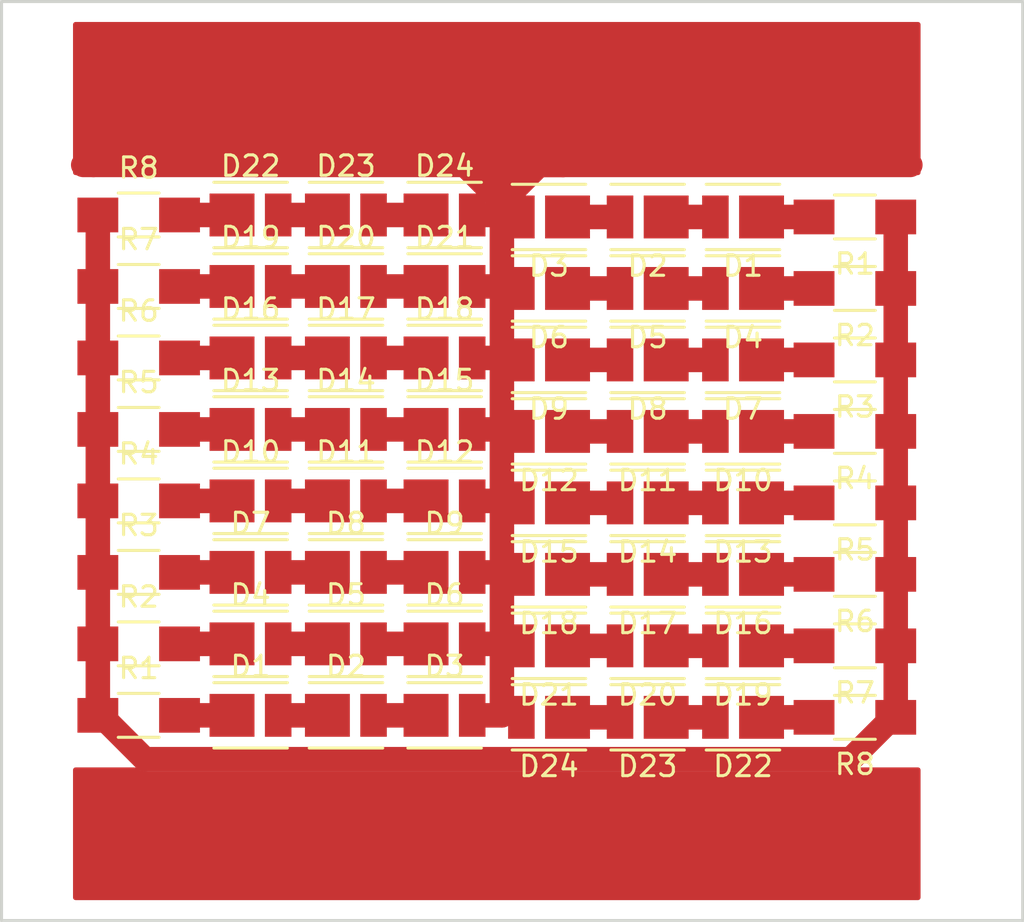
<source format=kicad_pcb>
(kicad_pcb (version 4) (host pcbnew 4.0.2-stable)

  (general
    (links 78)
    (no_connects 78)
    (area 14.924999 15.924999 65.075001 61.075001)
    (thickness 1.6)
    (drawings 4)
    (tracks 101)
    (zones 0)
    (modules 64)
    (nets 27)
  )

  (page A4)
  (layers
    (0 F.Cu signal)
    (31 B.Cu signal)
    (32 B.Adhes user)
    (33 F.Adhes user)
    (34 B.Paste user)
    (35 F.Paste user)
    (36 B.SilkS user)
    (37 F.SilkS user)
    (38 B.Mask user)
    (39 F.Mask user)
    (40 Dwgs.User user)
    (41 Cmts.User user)
    (42 Eco1.User user)
    (43 Eco2.User user)
    (44 Edge.Cuts user)
    (45 Margin user)
    (46 B.CrtYd user)
    (47 F.CrtYd user)
    (48 B.Fab user)
    (49 F.Fab user)
  )

  (setup
    (last_trace_width 1.2)
    (trace_clearance 0)
    (zone_clearance 0)
    (zone_45_only no)
    (trace_min 0.2)
    (segment_width 0.2)
    (edge_width 0.15)
    (via_size 0.6)
    (via_drill 0.4)
    (via_min_size 0.4)
    (via_min_drill 0.3)
    (uvia_size 0.3)
    (uvia_drill 0.1)
    (uvias_allowed no)
    (uvia_min_size 0.2)
    (uvia_min_drill 0.1)
    (pcb_text_width 0.3)
    (pcb_text_size 1.5 1.5)
    (mod_edge_width 0.15)
    (mod_text_size 1 1)
    (mod_text_width 0.15)
    (pad_size 1.524 1.524)
    (pad_drill 0.762)
    (pad_to_mask_clearance 0.2)
    (aux_axis_origin 0 0)
    (visible_elements FFFFFF7F)
    (pcbplotparams
      (layerselection 0x00030_80000001)
      (usegerberextensions false)
      (excludeedgelayer true)
      (linewidth 0.100000)
      (plotframeref false)
      (viasonmask false)
      (mode 1)
      (useauxorigin false)
      (hpglpennumber 1)
      (hpglpenspeed 20)
      (hpglpendiameter 15)
      (hpglpenoverlay 2)
      (psnegative false)
      (psa4output false)
      (plotreference true)
      (plotvalue true)
      (plotinvisibletext false)
      (padsonsilk false)
      (subtractmaskfromsilk false)
      (outputformat 1)
      (mirror false)
      (drillshape 1)
      (scaleselection 1)
      (outputdirectory ""))
  )

  (net 0 "")
  (net 1 "Net-(D1-Pad1)")
  (net 2 "Net-(D1-Pad2)")
  (net 3 "Net-(D2-Pad2)")
  (net 4 +PWR)
  (net 5 "Net-(D4-Pad1)")
  (net 6 "Net-(D4-Pad2)")
  (net 7 "Net-(D5-Pad2)")
  (net 8 "Net-(D7-Pad1)")
  (net 9 "Net-(D7-Pad2)")
  (net 10 "Net-(D8-Pad2)")
  (net 11 "Net-(D10-Pad1)")
  (net 12 "Net-(D10-Pad2)")
  (net 13 "Net-(D11-Pad2)")
  (net 14 "Net-(D13-Pad1)")
  (net 15 "Net-(D13-Pad2)")
  (net 16 "Net-(D14-Pad2)")
  (net 17 "Net-(D16-Pad1)")
  (net 18 "Net-(D16-Pad2)")
  (net 19 "Net-(D17-Pad2)")
  (net 20 "Net-(D19-Pad1)")
  (net 21 "Net-(D19-Pad2)")
  (net 22 "Net-(D20-Pad2)")
  (net 23 "Net-(D22-Pad1)")
  (net 24 "Net-(D22-Pad2)")
  (net 25 "Net-(D23-Pad2)")
  (net 26 PWR-)

  (net_class Default "Toto je výchozí třída sítě."
    (clearance 0)
    (trace_width 1.2)
    (via_dia 0.6)
    (via_drill 0.4)
    (uvia_dia 0.3)
    (uvia_drill 0.1)
    (add_net +PWR)
    (add_net "Net-(D1-Pad1)")
    (add_net "Net-(D1-Pad2)")
    (add_net "Net-(D10-Pad1)")
    (add_net "Net-(D10-Pad2)")
    (add_net "Net-(D11-Pad2)")
    (add_net "Net-(D13-Pad1)")
    (add_net "Net-(D13-Pad2)")
    (add_net "Net-(D14-Pad2)")
    (add_net "Net-(D16-Pad1)")
    (add_net "Net-(D16-Pad2)")
    (add_net "Net-(D17-Pad2)")
    (add_net "Net-(D19-Pad1)")
    (add_net "Net-(D19-Pad2)")
    (add_net "Net-(D2-Pad2)")
    (add_net "Net-(D20-Pad2)")
    (add_net "Net-(D22-Pad1)")
    (add_net "Net-(D22-Pad2)")
    (add_net "Net-(D23-Pad2)")
    (add_net "Net-(D25-Pad1)")
    (add_net "Net-(D25-Pad2)")
    (add_net "Net-(D26-Pad2)")
    (add_net "Net-(D28-Pad1)")
    (add_net "Net-(D28-Pad2)")
    (add_net "Net-(D29-Pad2)")
    (add_net "Net-(D31-Pad1)")
    (add_net "Net-(D31-Pad2)")
    (add_net "Net-(D32-Pad2)")
    (add_net "Net-(D34-Pad1)")
    (add_net "Net-(D34-Pad2)")
    (add_net "Net-(D35-Pad2)")
    (add_net "Net-(D37-Pad1)")
    (add_net "Net-(D37-Pad2)")
    (add_net "Net-(D38-Pad2)")
    (add_net "Net-(D4-Pad1)")
    (add_net "Net-(D4-Pad2)")
    (add_net "Net-(D40-Pad1)")
    (add_net "Net-(D40-Pad2)")
    (add_net "Net-(D41-Pad2)")
    (add_net "Net-(D43-Pad1)")
    (add_net "Net-(D43-Pad2)")
    (add_net "Net-(D44-Pad2)")
    (add_net "Net-(D46-Pad1)")
    (add_net "Net-(D46-Pad2)")
    (add_net "Net-(D47-Pad2)")
    (add_net "Net-(D5-Pad2)")
    (add_net "Net-(D7-Pad1)")
    (add_net "Net-(D7-Pad2)")
    (add_net "Net-(D8-Pad2)")
    (add_net PWR-)
  )

  (module LEDs:LED-PLCC-2835 placed (layer F.Cu) (tedit 56A15304) (tstamp 56F4639E)
    (at 41.784106 30.04856)
    (descr http://www.everlight.com/file/ProductFile/67-21S-KK2C-H4040QAR32835Z15-2T.pdf)
    (tags LED)
    (path /56F44788)
    (attr smd)
    (fp_text reference D6 (at 0.02 2.4) (layer F.SilkS)
      (effects (font (size 1 1) (thickness 0.15)))
    )
    (fp_text value LED (at 0.27 -2.3) (layer F.Fab)
      (effects (font (size 1 1) (thickness 0.15)))
    )
    (fp_line (start -1.38 -0.55) (end -0.88 -0.55) (layer Dwgs.User) (width 0.05))
    (fp_line (start -1.13 -0.8) (end -1.13 -0.3) (layer Dwgs.User) (width 0.05))
    (fp_line (start -2.2 1.25) (end -2.2 -1.25) (layer F.CrtYd) (width 0.05))
    (fp_line (start 2.2 1.25) (end -2.2 1.25) (layer F.CrtYd) (width 0.05))
    (fp_line (start 2.2 -1.25) (end 2.2 1.25) (layer F.CrtYd) (width 0.05))
    (fp_line (start -2.2 -1.25) (end 2.2 -1.25) (layer F.CrtYd) (width 0.05))
    (fp_line (start -1.78 1.6) (end 1.82 1.6) (layer F.SilkS) (width 0.15))
    (fp_line (start -1.78 -1.6) (end 1.82 -1.6) (layer F.SilkS) (width 0.15))
    (fp_line (start -1.58 0.8) (end -1.58 0) (layer Dwgs.User) (width 0.1))
    (fp_line (start -1.18 1.2) (end -1.58 0.8) (layer Dwgs.User) (width 0.1))
    (fp_line (start 1.22 1.2) (end -1.18 1.2) (layer Dwgs.User) (width 0.1))
    (fp_line (start 1.62 0.8) (end 1.22 1.2) (layer Dwgs.User) (width 0.1))
    (fp_line (start 1.62 -0.8) (end 1.62 0.8) (layer Dwgs.User) (width 0.1))
    (fp_line (start 1.22 -1.2) (end 1.62 -0.8) (layer Dwgs.User) (width 0.1))
    (fp_line (start -1.18 -1.2) (end 1.22 -1.2) (layer Dwgs.User) (width 0.1))
    (fp_line (start -1.58 -0.8) (end -1.18 -1.2) (layer Dwgs.User) (width 0.1))
    (fp_line (start -1.58 0) (end -1.58 -0.8) (layer Dwgs.User) (width 0.1))
    (fp_line (start -1.73 1.4) (end -1.73 -1.4) (layer Dwgs.User) (width 0.1))
    (fp_line (start 1.77 1.4) (end -1.73 1.4) (layer Dwgs.User) (width 0.1))
    (fp_line (start 1.77 -1.4) (end 1.77 1.4) (layer Dwgs.User) (width 0.1))
    (fp_line (start -1.73 -1.4) (end 1.77 -1.4) (layer Dwgs.User) (width 0.1))
    (pad 1 smd rect (at 0.93 0) (size 2.2 2.1) (layers F.Cu F.Paste F.Mask)
      (net 7 "Net-(D5-Pad2)"))
    (pad 2 smd rect (at -1.33 0) (size 1.3 2.1) (layers F.Cu F.Paste F.Mask)
      (net 4 +PWR))
    (model LEDs.3dshapes/LED-PLCC-2835.wrl
      (at (xyz 0 0 0))
      (scale (xyz 0.4 0.4 0.4))
      (rotate (xyz 0 0 0))
    )
  )

  (module LEDs:LED-PLCC-2835 placed (layer F.Cu) (tedit 56A15304) (tstamp 56F46384)
    (at 41.784106 33.54856)
    (descr http://www.everlight.com/file/ProductFile/67-21S-KK2C-H4040QAR32835Z15-2T.pdf)
    (tags LED)
    (path /56F435F2)
    (attr smd)
    (fp_text reference D9 (at 0.02 2.4) (layer F.SilkS)
      (effects (font (size 1 1) (thickness 0.15)))
    )
    (fp_text value LED (at 0.27 -2.3) (layer F.Fab)
      (effects (font (size 1 1) (thickness 0.15)))
    )
    (fp_line (start -1.38 -0.55) (end -0.88 -0.55) (layer Dwgs.User) (width 0.05))
    (fp_line (start -1.13 -0.8) (end -1.13 -0.3) (layer Dwgs.User) (width 0.05))
    (fp_line (start -2.2 1.25) (end -2.2 -1.25) (layer F.CrtYd) (width 0.05))
    (fp_line (start 2.2 1.25) (end -2.2 1.25) (layer F.CrtYd) (width 0.05))
    (fp_line (start 2.2 -1.25) (end 2.2 1.25) (layer F.CrtYd) (width 0.05))
    (fp_line (start -2.2 -1.25) (end 2.2 -1.25) (layer F.CrtYd) (width 0.05))
    (fp_line (start -1.78 1.6) (end 1.82 1.6) (layer F.SilkS) (width 0.15))
    (fp_line (start -1.78 -1.6) (end 1.82 -1.6) (layer F.SilkS) (width 0.15))
    (fp_line (start -1.58 0.8) (end -1.58 0) (layer Dwgs.User) (width 0.1))
    (fp_line (start -1.18 1.2) (end -1.58 0.8) (layer Dwgs.User) (width 0.1))
    (fp_line (start 1.22 1.2) (end -1.18 1.2) (layer Dwgs.User) (width 0.1))
    (fp_line (start 1.62 0.8) (end 1.22 1.2) (layer Dwgs.User) (width 0.1))
    (fp_line (start 1.62 -0.8) (end 1.62 0.8) (layer Dwgs.User) (width 0.1))
    (fp_line (start 1.22 -1.2) (end 1.62 -0.8) (layer Dwgs.User) (width 0.1))
    (fp_line (start -1.18 -1.2) (end 1.22 -1.2) (layer Dwgs.User) (width 0.1))
    (fp_line (start -1.58 -0.8) (end -1.18 -1.2) (layer Dwgs.User) (width 0.1))
    (fp_line (start -1.58 0) (end -1.58 -0.8) (layer Dwgs.User) (width 0.1))
    (fp_line (start -1.73 1.4) (end -1.73 -1.4) (layer Dwgs.User) (width 0.1))
    (fp_line (start 1.77 1.4) (end -1.73 1.4) (layer Dwgs.User) (width 0.1))
    (fp_line (start 1.77 -1.4) (end 1.77 1.4) (layer Dwgs.User) (width 0.1))
    (fp_line (start -1.73 -1.4) (end 1.77 -1.4) (layer Dwgs.User) (width 0.1))
    (pad 1 smd rect (at 0.93 0) (size 2.2 2.1) (layers F.Cu F.Paste F.Mask)
      (net 10 "Net-(D8-Pad2)"))
    (pad 2 smd rect (at -1.33 0) (size 1.3 2.1) (layers F.Cu F.Paste F.Mask)
      (net 4 +PWR))
    (model LEDs.3dshapes/LED-PLCC-2835.wrl
      (at (xyz 0 0 0))
      (scale (xyz 0.4 0.4 0.4))
      (rotate (xyz 0 0 0))
    )
  )

  (module LEDs:LED-PLCC-2835 placed (layer F.Cu) (tedit 56A15304) (tstamp 56F4636A)
    (at 41.784106 26.54856)
    (descr http://www.everlight.com/file/ProductFile/67-21S-KK2C-H4040QAR32835Z15-2T.pdf)
    (tags LED)
    (path /56F42D04)
    (attr smd)
    (fp_text reference D3 (at 0.02 2.4) (layer F.SilkS)
      (effects (font (size 1 1) (thickness 0.15)))
    )
    (fp_text value LED (at 0.27 -2.3) (layer F.Fab)
      (effects (font (size 1 1) (thickness 0.15)))
    )
    (fp_line (start -1.38 -0.55) (end -0.88 -0.55) (layer Dwgs.User) (width 0.05))
    (fp_line (start -1.13 -0.8) (end -1.13 -0.3) (layer Dwgs.User) (width 0.05))
    (fp_line (start -2.2 1.25) (end -2.2 -1.25) (layer F.CrtYd) (width 0.05))
    (fp_line (start 2.2 1.25) (end -2.2 1.25) (layer F.CrtYd) (width 0.05))
    (fp_line (start 2.2 -1.25) (end 2.2 1.25) (layer F.CrtYd) (width 0.05))
    (fp_line (start -2.2 -1.25) (end 2.2 -1.25) (layer F.CrtYd) (width 0.05))
    (fp_line (start -1.78 1.6) (end 1.82 1.6) (layer F.SilkS) (width 0.15))
    (fp_line (start -1.78 -1.6) (end 1.82 -1.6) (layer F.SilkS) (width 0.15))
    (fp_line (start -1.58 0.8) (end -1.58 0) (layer Dwgs.User) (width 0.1))
    (fp_line (start -1.18 1.2) (end -1.58 0.8) (layer Dwgs.User) (width 0.1))
    (fp_line (start 1.22 1.2) (end -1.18 1.2) (layer Dwgs.User) (width 0.1))
    (fp_line (start 1.62 0.8) (end 1.22 1.2) (layer Dwgs.User) (width 0.1))
    (fp_line (start 1.62 -0.8) (end 1.62 0.8) (layer Dwgs.User) (width 0.1))
    (fp_line (start 1.22 -1.2) (end 1.62 -0.8) (layer Dwgs.User) (width 0.1))
    (fp_line (start -1.18 -1.2) (end 1.22 -1.2) (layer Dwgs.User) (width 0.1))
    (fp_line (start -1.58 -0.8) (end -1.18 -1.2) (layer Dwgs.User) (width 0.1))
    (fp_line (start -1.58 0) (end -1.58 -0.8) (layer Dwgs.User) (width 0.1))
    (fp_line (start -1.73 1.4) (end -1.73 -1.4) (layer Dwgs.User) (width 0.1))
    (fp_line (start 1.77 1.4) (end -1.73 1.4) (layer Dwgs.User) (width 0.1))
    (fp_line (start 1.77 -1.4) (end 1.77 1.4) (layer Dwgs.User) (width 0.1))
    (fp_line (start -1.73 -1.4) (end 1.77 -1.4) (layer Dwgs.User) (width 0.1))
    (pad 1 smd rect (at 0.93 0) (size 2.2 2.1) (layers F.Cu F.Paste F.Mask)
      (net 3 "Net-(D2-Pad2)"))
    (pad 2 smd rect (at -1.33 0) (size 1.3 2.1) (layers F.Cu F.Paste F.Mask)
      (net 4 +PWR))
    (model LEDs.3dshapes/LED-PLCC-2835.wrl
      (at (xyz 0 0 0))
      (scale (xyz 0.4 0.4 0.4))
      (rotate (xyz 0 0 0))
    )
  )

  (module LEDs:LED-PLCC-2835 placed (layer F.Cu) (tedit 56A15304) (tstamp 56F46350)
    (at 41.784106 37.04856)
    (descr http://www.everlight.com/file/ProductFile/67-21S-KK2C-H4040QAR32835Z15-2T.pdf)
    (tags LED)
    (path /56F447A2)
    (attr smd)
    (fp_text reference D12 (at 0.02 2.4) (layer F.SilkS)
      (effects (font (size 1 1) (thickness 0.15)))
    )
    (fp_text value LED (at 0.27 -2.3) (layer F.Fab)
      (effects (font (size 1 1) (thickness 0.15)))
    )
    (fp_line (start -1.38 -0.55) (end -0.88 -0.55) (layer Dwgs.User) (width 0.05))
    (fp_line (start -1.13 -0.8) (end -1.13 -0.3) (layer Dwgs.User) (width 0.05))
    (fp_line (start -2.2 1.25) (end -2.2 -1.25) (layer F.CrtYd) (width 0.05))
    (fp_line (start 2.2 1.25) (end -2.2 1.25) (layer F.CrtYd) (width 0.05))
    (fp_line (start 2.2 -1.25) (end 2.2 1.25) (layer F.CrtYd) (width 0.05))
    (fp_line (start -2.2 -1.25) (end 2.2 -1.25) (layer F.CrtYd) (width 0.05))
    (fp_line (start -1.78 1.6) (end 1.82 1.6) (layer F.SilkS) (width 0.15))
    (fp_line (start -1.78 -1.6) (end 1.82 -1.6) (layer F.SilkS) (width 0.15))
    (fp_line (start -1.58 0.8) (end -1.58 0) (layer Dwgs.User) (width 0.1))
    (fp_line (start -1.18 1.2) (end -1.58 0.8) (layer Dwgs.User) (width 0.1))
    (fp_line (start 1.22 1.2) (end -1.18 1.2) (layer Dwgs.User) (width 0.1))
    (fp_line (start 1.62 0.8) (end 1.22 1.2) (layer Dwgs.User) (width 0.1))
    (fp_line (start 1.62 -0.8) (end 1.62 0.8) (layer Dwgs.User) (width 0.1))
    (fp_line (start 1.22 -1.2) (end 1.62 -0.8) (layer Dwgs.User) (width 0.1))
    (fp_line (start -1.18 -1.2) (end 1.22 -1.2) (layer Dwgs.User) (width 0.1))
    (fp_line (start -1.58 -0.8) (end -1.18 -1.2) (layer Dwgs.User) (width 0.1))
    (fp_line (start -1.58 0) (end -1.58 -0.8) (layer Dwgs.User) (width 0.1))
    (fp_line (start -1.73 1.4) (end -1.73 -1.4) (layer Dwgs.User) (width 0.1))
    (fp_line (start 1.77 1.4) (end -1.73 1.4) (layer Dwgs.User) (width 0.1))
    (fp_line (start 1.77 -1.4) (end 1.77 1.4) (layer Dwgs.User) (width 0.1))
    (fp_line (start -1.73 -1.4) (end 1.77 -1.4) (layer Dwgs.User) (width 0.1))
    (pad 1 smd rect (at 0.93 0) (size 2.2 2.1) (layers F.Cu F.Paste F.Mask)
      (net 13 "Net-(D11-Pad2)"))
    (pad 2 smd rect (at -1.33 0) (size 1.3 2.1) (layers F.Cu F.Paste F.Mask)
      (net 4 +PWR))
    (model LEDs.3dshapes/LED-PLCC-2835.wrl
      (at (xyz 0 0 0))
      (scale (xyz 0.4 0.4 0.4))
      (rotate (xyz 0 0 0))
    )
  )

  (module LEDs:LED-PLCC-2835 placed (layer F.Cu) (tedit 56A15304) (tstamp 56F46336)
    (at 46.614106 37.04856)
    (descr http://www.everlight.com/file/ProductFile/67-21S-KK2C-H4040QAR32835Z15-2T.pdf)
    (tags LED)
    (path /56F4479C)
    (attr smd)
    (fp_text reference D11 (at 0.02 2.4) (layer F.SilkS)
      (effects (font (size 1 1) (thickness 0.15)))
    )
    (fp_text value LED (at 0.27 -2.3) (layer F.Fab)
      (effects (font (size 1 1) (thickness 0.15)))
    )
    (fp_line (start -1.38 -0.55) (end -0.88 -0.55) (layer Dwgs.User) (width 0.05))
    (fp_line (start -1.13 -0.8) (end -1.13 -0.3) (layer Dwgs.User) (width 0.05))
    (fp_line (start -2.2 1.25) (end -2.2 -1.25) (layer F.CrtYd) (width 0.05))
    (fp_line (start 2.2 1.25) (end -2.2 1.25) (layer F.CrtYd) (width 0.05))
    (fp_line (start 2.2 -1.25) (end 2.2 1.25) (layer F.CrtYd) (width 0.05))
    (fp_line (start -2.2 -1.25) (end 2.2 -1.25) (layer F.CrtYd) (width 0.05))
    (fp_line (start -1.78 1.6) (end 1.82 1.6) (layer F.SilkS) (width 0.15))
    (fp_line (start -1.78 -1.6) (end 1.82 -1.6) (layer F.SilkS) (width 0.15))
    (fp_line (start -1.58 0.8) (end -1.58 0) (layer Dwgs.User) (width 0.1))
    (fp_line (start -1.18 1.2) (end -1.58 0.8) (layer Dwgs.User) (width 0.1))
    (fp_line (start 1.22 1.2) (end -1.18 1.2) (layer Dwgs.User) (width 0.1))
    (fp_line (start 1.62 0.8) (end 1.22 1.2) (layer Dwgs.User) (width 0.1))
    (fp_line (start 1.62 -0.8) (end 1.62 0.8) (layer Dwgs.User) (width 0.1))
    (fp_line (start 1.22 -1.2) (end 1.62 -0.8) (layer Dwgs.User) (width 0.1))
    (fp_line (start -1.18 -1.2) (end 1.22 -1.2) (layer Dwgs.User) (width 0.1))
    (fp_line (start -1.58 -0.8) (end -1.18 -1.2) (layer Dwgs.User) (width 0.1))
    (fp_line (start -1.58 0) (end -1.58 -0.8) (layer Dwgs.User) (width 0.1))
    (fp_line (start -1.73 1.4) (end -1.73 -1.4) (layer Dwgs.User) (width 0.1))
    (fp_line (start 1.77 1.4) (end -1.73 1.4) (layer Dwgs.User) (width 0.1))
    (fp_line (start 1.77 -1.4) (end 1.77 1.4) (layer Dwgs.User) (width 0.1))
    (fp_line (start -1.73 -1.4) (end 1.77 -1.4) (layer Dwgs.User) (width 0.1))
    (pad 1 smd rect (at 0.93 0) (size 2.2 2.1) (layers F.Cu F.Paste F.Mask)
      (net 12 "Net-(D10-Pad2)"))
    (pad 2 smd rect (at -1.33 0) (size 1.3 2.1) (layers F.Cu F.Paste F.Mask)
      (net 13 "Net-(D11-Pad2)"))
    (model LEDs.3dshapes/LED-PLCC-2835.wrl
      (at (xyz 0 0 0))
      (scale (xyz 0.4 0.4 0.4))
      (rotate (xyz 0 0 0))
    )
  )

  (module LEDs:LED-PLCC-2835 placed (layer F.Cu) (tedit 56A15304) (tstamp 56F4631C)
    (at 46.614106 26.54856)
    (descr http://www.everlight.com/file/ProductFile/67-21S-KK2C-H4040QAR32835Z15-2T.pdf)
    (tags LED)
    (path /56F42CC7)
    (attr smd)
    (fp_text reference D2 (at 0.02 2.4) (layer F.SilkS)
      (effects (font (size 1 1) (thickness 0.15)))
    )
    (fp_text value LED (at 0.27 -2.3) (layer F.Fab)
      (effects (font (size 1 1) (thickness 0.15)))
    )
    (fp_line (start -1.38 -0.55) (end -0.88 -0.55) (layer Dwgs.User) (width 0.05))
    (fp_line (start -1.13 -0.8) (end -1.13 -0.3) (layer Dwgs.User) (width 0.05))
    (fp_line (start -2.2 1.25) (end -2.2 -1.25) (layer F.CrtYd) (width 0.05))
    (fp_line (start 2.2 1.25) (end -2.2 1.25) (layer F.CrtYd) (width 0.05))
    (fp_line (start 2.2 -1.25) (end 2.2 1.25) (layer F.CrtYd) (width 0.05))
    (fp_line (start -2.2 -1.25) (end 2.2 -1.25) (layer F.CrtYd) (width 0.05))
    (fp_line (start -1.78 1.6) (end 1.82 1.6) (layer F.SilkS) (width 0.15))
    (fp_line (start -1.78 -1.6) (end 1.82 -1.6) (layer F.SilkS) (width 0.15))
    (fp_line (start -1.58 0.8) (end -1.58 0) (layer Dwgs.User) (width 0.1))
    (fp_line (start -1.18 1.2) (end -1.58 0.8) (layer Dwgs.User) (width 0.1))
    (fp_line (start 1.22 1.2) (end -1.18 1.2) (layer Dwgs.User) (width 0.1))
    (fp_line (start 1.62 0.8) (end 1.22 1.2) (layer Dwgs.User) (width 0.1))
    (fp_line (start 1.62 -0.8) (end 1.62 0.8) (layer Dwgs.User) (width 0.1))
    (fp_line (start 1.22 -1.2) (end 1.62 -0.8) (layer Dwgs.User) (width 0.1))
    (fp_line (start -1.18 -1.2) (end 1.22 -1.2) (layer Dwgs.User) (width 0.1))
    (fp_line (start -1.58 -0.8) (end -1.18 -1.2) (layer Dwgs.User) (width 0.1))
    (fp_line (start -1.58 0) (end -1.58 -0.8) (layer Dwgs.User) (width 0.1))
    (fp_line (start -1.73 1.4) (end -1.73 -1.4) (layer Dwgs.User) (width 0.1))
    (fp_line (start 1.77 1.4) (end -1.73 1.4) (layer Dwgs.User) (width 0.1))
    (fp_line (start 1.77 -1.4) (end 1.77 1.4) (layer Dwgs.User) (width 0.1))
    (fp_line (start -1.73 -1.4) (end 1.77 -1.4) (layer Dwgs.User) (width 0.1))
    (pad 1 smd rect (at 0.93 0) (size 2.2 2.1) (layers F.Cu F.Paste F.Mask)
      (net 2 "Net-(D1-Pad2)"))
    (pad 2 smd rect (at -1.33 0) (size 1.3 2.1) (layers F.Cu F.Paste F.Mask)
      (net 3 "Net-(D2-Pad2)"))
    (model LEDs.3dshapes/LED-PLCC-2835.wrl
      (at (xyz 0 0 0))
      (scale (xyz 0.4 0.4 0.4))
      (rotate (xyz 0 0 0))
    )
  )

  (module LEDs:LED-PLCC-2835 placed (layer F.Cu) (tedit 56A15304) (tstamp 56F46302)
    (at 46.614106 33.54856)
    (descr http://www.everlight.com/file/ProductFile/67-21S-KK2C-H4040QAR32835Z15-2T.pdf)
    (tags LED)
    (path /56F435EC)
    (attr smd)
    (fp_text reference D8 (at 0.02 2.4) (layer F.SilkS)
      (effects (font (size 1 1) (thickness 0.15)))
    )
    (fp_text value LED (at 0.27 -2.3) (layer F.Fab)
      (effects (font (size 1 1) (thickness 0.15)))
    )
    (fp_line (start -1.38 -0.55) (end -0.88 -0.55) (layer Dwgs.User) (width 0.05))
    (fp_line (start -1.13 -0.8) (end -1.13 -0.3) (layer Dwgs.User) (width 0.05))
    (fp_line (start -2.2 1.25) (end -2.2 -1.25) (layer F.CrtYd) (width 0.05))
    (fp_line (start 2.2 1.25) (end -2.2 1.25) (layer F.CrtYd) (width 0.05))
    (fp_line (start 2.2 -1.25) (end 2.2 1.25) (layer F.CrtYd) (width 0.05))
    (fp_line (start -2.2 -1.25) (end 2.2 -1.25) (layer F.CrtYd) (width 0.05))
    (fp_line (start -1.78 1.6) (end 1.82 1.6) (layer F.SilkS) (width 0.15))
    (fp_line (start -1.78 -1.6) (end 1.82 -1.6) (layer F.SilkS) (width 0.15))
    (fp_line (start -1.58 0.8) (end -1.58 0) (layer Dwgs.User) (width 0.1))
    (fp_line (start -1.18 1.2) (end -1.58 0.8) (layer Dwgs.User) (width 0.1))
    (fp_line (start 1.22 1.2) (end -1.18 1.2) (layer Dwgs.User) (width 0.1))
    (fp_line (start 1.62 0.8) (end 1.22 1.2) (layer Dwgs.User) (width 0.1))
    (fp_line (start 1.62 -0.8) (end 1.62 0.8) (layer Dwgs.User) (width 0.1))
    (fp_line (start 1.22 -1.2) (end 1.62 -0.8) (layer Dwgs.User) (width 0.1))
    (fp_line (start -1.18 -1.2) (end 1.22 -1.2) (layer Dwgs.User) (width 0.1))
    (fp_line (start -1.58 -0.8) (end -1.18 -1.2) (layer Dwgs.User) (width 0.1))
    (fp_line (start -1.58 0) (end -1.58 -0.8) (layer Dwgs.User) (width 0.1))
    (fp_line (start -1.73 1.4) (end -1.73 -1.4) (layer Dwgs.User) (width 0.1))
    (fp_line (start 1.77 1.4) (end -1.73 1.4) (layer Dwgs.User) (width 0.1))
    (fp_line (start 1.77 -1.4) (end 1.77 1.4) (layer Dwgs.User) (width 0.1))
    (fp_line (start -1.73 -1.4) (end 1.77 -1.4) (layer Dwgs.User) (width 0.1))
    (pad 1 smd rect (at 0.93 0) (size 2.2 2.1) (layers F.Cu F.Paste F.Mask)
      (net 9 "Net-(D7-Pad2)"))
    (pad 2 smd rect (at -1.33 0) (size 1.3 2.1) (layers F.Cu F.Paste F.Mask)
      (net 10 "Net-(D8-Pad2)"))
    (model LEDs.3dshapes/LED-PLCC-2835.wrl
      (at (xyz 0 0 0))
      (scale (xyz 0.4 0.4 0.4))
      (rotate (xyz 0 0 0))
    )
  )

  (module LEDs:LED-PLCC-2835 placed (layer F.Cu) (tedit 56A15304) (tstamp 56F462E8)
    (at 46.614106 30.04856)
    (descr http://www.everlight.com/file/ProductFile/67-21S-KK2C-H4040QAR32835Z15-2T.pdf)
    (tags LED)
    (path /56F44782)
    (attr smd)
    (fp_text reference D5 (at 0.02 2.4) (layer F.SilkS)
      (effects (font (size 1 1) (thickness 0.15)))
    )
    (fp_text value LED (at 0.27 -2.3) (layer F.Fab)
      (effects (font (size 1 1) (thickness 0.15)))
    )
    (fp_line (start -1.38 -0.55) (end -0.88 -0.55) (layer Dwgs.User) (width 0.05))
    (fp_line (start -1.13 -0.8) (end -1.13 -0.3) (layer Dwgs.User) (width 0.05))
    (fp_line (start -2.2 1.25) (end -2.2 -1.25) (layer F.CrtYd) (width 0.05))
    (fp_line (start 2.2 1.25) (end -2.2 1.25) (layer F.CrtYd) (width 0.05))
    (fp_line (start 2.2 -1.25) (end 2.2 1.25) (layer F.CrtYd) (width 0.05))
    (fp_line (start -2.2 -1.25) (end 2.2 -1.25) (layer F.CrtYd) (width 0.05))
    (fp_line (start -1.78 1.6) (end 1.82 1.6) (layer F.SilkS) (width 0.15))
    (fp_line (start -1.78 -1.6) (end 1.82 -1.6) (layer F.SilkS) (width 0.15))
    (fp_line (start -1.58 0.8) (end -1.58 0) (layer Dwgs.User) (width 0.1))
    (fp_line (start -1.18 1.2) (end -1.58 0.8) (layer Dwgs.User) (width 0.1))
    (fp_line (start 1.22 1.2) (end -1.18 1.2) (layer Dwgs.User) (width 0.1))
    (fp_line (start 1.62 0.8) (end 1.22 1.2) (layer Dwgs.User) (width 0.1))
    (fp_line (start 1.62 -0.8) (end 1.62 0.8) (layer Dwgs.User) (width 0.1))
    (fp_line (start 1.22 -1.2) (end 1.62 -0.8) (layer Dwgs.User) (width 0.1))
    (fp_line (start -1.18 -1.2) (end 1.22 -1.2) (layer Dwgs.User) (width 0.1))
    (fp_line (start -1.58 -0.8) (end -1.18 -1.2) (layer Dwgs.User) (width 0.1))
    (fp_line (start -1.58 0) (end -1.58 -0.8) (layer Dwgs.User) (width 0.1))
    (fp_line (start -1.73 1.4) (end -1.73 -1.4) (layer Dwgs.User) (width 0.1))
    (fp_line (start 1.77 1.4) (end -1.73 1.4) (layer Dwgs.User) (width 0.1))
    (fp_line (start 1.77 -1.4) (end 1.77 1.4) (layer Dwgs.User) (width 0.1))
    (fp_line (start -1.73 -1.4) (end 1.77 -1.4) (layer Dwgs.User) (width 0.1))
    (pad 1 smd rect (at 0.93 0) (size 2.2 2.1) (layers F.Cu F.Paste F.Mask)
      (net 6 "Net-(D4-Pad2)"))
    (pad 2 smd rect (at -1.33 0) (size 1.3 2.1) (layers F.Cu F.Paste F.Mask)
      (net 7 "Net-(D5-Pad2)"))
    (model LEDs.3dshapes/LED-PLCC-2835.wrl
      (at (xyz 0 0 0))
      (scale (xyz 0.4 0.4 0.4))
      (rotate (xyz 0 0 0))
    )
  )

  (module LEDs:LED-PLCC-2835 placed (layer F.Cu) (tedit 56A15304) (tstamp 56F462CE)
    (at 41.784106 44.04856)
    (descr http://www.everlight.com/file/ProductFile/67-21S-KK2C-H4040QAR32835Z15-2T.pdf)
    (tags LED)
    (path /56F447BC)
    (attr smd)
    (fp_text reference D18 (at 0.02 2.4) (layer F.SilkS)
      (effects (font (size 1 1) (thickness 0.15)))
    )
    (fp_text value LED (at 0.27 -2.3) (layer F.Fab)
      (effects (font (size 1 1) (thickness 0.15)))
    )
    (fp_line (start -1.38 -0.55) (end -0.88 -0.55) (layer Dwgs.User) (width 0.05))
    (fp_line (start -1.13 -0.8) (end -1.13 -0.3) (layer Dwgs.User) (width 0.05))
    (fp_line (start -2.2 1.25) (end -2.2 -1.25) (layer F.CrtYd) (width 0.05))
    (fp_line (start 2.2 1.25) (end -2.2 1.25) (layer F.CrtYd) (width 0.05))
    (fp_line (start 2.2 -1.25) (end 2.2 1.25) (layer F.CrtYd) (width 0.05))
    (fp_line (start -2.2 -1.25) (end 2.2 -1.25) (layer F.CrtYd) (width 0.05))
    (fp_line (start -1.78 1.6) (end 1.82 1.6) (layer F.SilkS) (width 0.15))
    (fp_line (start -1.78 -1.6) (end 1.82 -1.6) (layer F.SilkS) (width 0.15))
    (fp_line (start -1.58 0.8) (end -1.58 0) (layer Dwgs.User) (width 0.1))
    (fp_line (start -1.18 1.2) (end -1.58 0.8) (layer Dwgs.User) (width 0.1))
    (fp_line (start 1.22 1.2) (end -1.18 1.2) (layer Dwgs.User) (width 0.1))
    (fp_line (start 1.62 0.8) (end 1.22 1.2) (layer Dwgs.User) (width 0.1))
    (fp_line (start 1.62 -0.8) (end 1.62 0.8) (layer Dwgs.User) (width 0.1))
    (fp_line (start 1.22 -1.2) (end 1.62 -0.8) (layer Dwgs.User) (width 0.1))
    (fp_line (start -1.18 -1.2) (end 1.22 -1.2) (layer Dwgs.User) (width 0.1))
    (fp_line (start -1.58 -0.8) (end -1.18 -1.2) (layer Dwgs.User) (width 0.1))
    (fp_line (start -1.58 0) (end -1.58 -0.8) (layer Dwgs.User) (width 0.1))
    (fp_line (start -1.73 1.4) (end -1.73 -1.4) (layer Dwgs.User) (width 0.1))
    (fp_line (start 1.77 1.4) (end -1.73 1.4) (layer Dwgs.User) (width 0.1))
    (fp_line (start 1.77 -1.4) (end 1.77 1.4) (layer Dwgs.User) (width 0.1))
    (fp_line (start -1.73 -1.4) (end 1.77 -1.4) (layer Dwgs.User) (width 0.1))
    (pad 1 smd rect (at 0.93 0) (size 2.2 2.1) (layers F.Cu F.Paste F.Mask)
      (net 19 "Net-(D17-Pad2)"))
    (pad 2 smd rect (at -1.33 0) (size 1.3 2.1) (layers F.Cu F.Paste F.Mask)
      (net 4 +PWR))
    (model LEDs.3dshapes/LED-PLCC-2835.wrl
      (at (xyz 0 0 0))
      (scale (xyz 0.4 0.4 0.4))
      (rotate (xyz 0 0 0))
    )
  )

  (module LEDs:LED-PLCC-2835 placed (layer F.Cu) (tedit 56A15304) (tstamp 56F462B4)
    (at 41.784106 47.54856)
    (descr http://www.everlight.com/file/ProductFile/67-21S-KK2C-H4040QAR32835Z15-2T.pdf)
    (tags LED)
    (path /56F437B6)
    (attr smd)
    (fp_text reference D21 (at 0.02 2.4) (layer F.SilkS)
      (effects (font (size 1 1) (thickness 0.15)))
    )
    (fp_text value LED (at 0.27 -2.3) (layer F.Fab)
      (effects (font (size 1 1) (thickness 0.15)))
    )
    (fp_line (start -1.38 -0.55) (end -0.88 -0.55) (layer Dwgs.User) (width 0.05))
    (fp_line (start -1.13 -0.8) (end -1.13 -0.3) (layer Dwgs.User) (width 0.05))
    (fp_line (start -2.2 1.25) (end -2.2 -1.25) (layer F.CrtYd) (width 0.05))
    (fp_line (start 2.2 1.25) (end -2.2 1.25) (layer F.CrtYd) (width 0.05))
    (fp_line (start 2.2 -1.25) (end 2.2 1.25) (layer F.CrtYd) (width 0.05))
    (fp_line (start -2.2 -1.25) (end 2.2 -1.25) (layer F.CrtYd) (width 0.05))
    (fp_line (start -1.78 1.6) (end 1.82 1.6) (layer F.SilkS) (width 0.15))
    (fp_line (start -1.78 -1.6) (end 1.82 -1.6) (layer F.SilkS) (width 0.15))
    (fp_line (start -1.58 0.8) (end -1.58 0) (layer Dwgs.User) (width 0.1))
    (fp_line (start -1.18 1.2) (end -1.58 0.8) (layer Dwgs.User) (width 0.1))
    (fp_line (start 1.22 1.2) (end -1.18 1.2) (layer Dwgs.User) (width 0.1))
    (fp_line (start 1.62 0.8) (end 1.22 1.2) (layer Dwgs.User) (width 0.1))
    (fp_line (start 1.62 -0.8) (end 1.62 0.8) (layer Dwgs.User) (width 0.1))
    (fp_line (start 1.22 -1.2) (end 1.62 -0.8) (layer Dwgs.User) (width 0.1))
    (fp_line (start -1.18 -1.2) (end 1.22 -1.2) (layer Dwgs.User) (width 0.1))
    (fp_line (start -1.58 -0.8) (end -1.18 -1.2) (layer Dwgs.User) (width 0.1))
    (fp_line (start -1.58 0) (end -1.58 -0.8) (layer Dwgs.User) (width 0.1))
    (fp_line (start -1.73 1.4) (end -1.73 -1.4) (layer Dwgs.User) (width 0.1))
    (fp_line (start 1.77 1.4) (end -1.73 1.4) (layer Dwgs.User) (width 0.1))
    (fp_line (start 1.77 -1.4) (end 1.77 1.4) (layer Dwgs.User) (width 0.1))
    (fp_line (start -1.73 -1.4) (end 1.77 -1.4) (layer Dwgs.User) (width 0.1))
    (pad 1 smd rect (at 0.93 0) (size 2.2 2.1) (layers F.Cu F.Paste F.Mask)
      (net 22 "Net-(D20-Pad2)"))
    (pad 2 smd rect (at -1.33 0) (size 1.3 2.1) (layers F.Cu F.Paste F.Mask)
      (net 4 +PWR))
    (model LEDs.3dshapes/LED-PLCC-2835.wrl
      (at (xyz 0 0 0))
      (scale (xyz 0.4 0.4 0.4))
      (rotate (xyz 0 0 0))
    )
  )

  (module LEDs:LED-PLCC-2835 placed (layer F.Cu) (tedit 56A15304) (tstamp 56F4629A)
    (at 41.784106 51.04856)
    (descr http://www.everlight.com/file/ProductFile/67-21S-KK2C-H4040QAR32835Z15-2T.pdf)
    (tags LED)
    (path /56F447D6)
    (attr smd)
    (fp_text reference D24 (at 0.02 2.4) (layer F.SilkS)
      (effects (font (size 1 1) (thickness 0.15)))
    )
    (fp_text value LED (at 0.27 -2.3) (layer F.Fab)
      (effects (font (size 1 1) (thickness 0.15)))
    )
    (fp_line (start -1.38 -0.55) (end -0.88 -0.55) (layer Dwgs.User) (width 0.05))
    (fp_line (start -1.13 -0.8) (end -1.13 -0.3) (layer Dwgs.User) (width 0.05))
    (fp_line (start -2.2 1.25) (end -2.2 -1.25) (layer F.CrtYd) (width 0.05))
    (fp_line (start 2.2 1.25) (end -2.2 1.25) (layer F.CrtYd) (width 0.05))
    (fp_line (start 2.2 -1.25) (end 2.2 1.25) (layer F.CrtYd) (width 0.05))
    (fp_line (start -2.2 -1.25) (end 2.2 -1.25) (layer F.CrtYd) (width 0.05))
    (fp_line (start -1.78 1.6) (end 1.82 1.6) (layer F.SilkS) (width 0.15))
    (fp_line (start -1.78 -1.6) (end 1.82 -1.6) (layer F.SilkS) (width 0.15))
    (fp_line (start -1.58 0.8) (end -1.58 0) (layer Dwgs.User) (width 0.1))
    (fp_line (start -1.18 1.2) (end -1.58 0.8) (layer Dwgs.User) (width 0.1))
    (fp_line (start 1.22 1.2) (end -1.18 1.2) (layer Dwgs.User) (width 0.1))
    (fp_line (start 1.62 0.8) (end 1.22 1.2) (layer Dwgs.User) (width 0.1))
    (fp_line (start 1.62 -0.8) (end 1.62 0.8) (layer Dwgs.User) (width 0.1))
    (fp_line (start 1.22 -1.2) (end 1.62 -0.8) (layer Dwgs.User) (width 0.1))
    (fp_line (start -1.18 -1.2) (end 1.22 -1.2) (layer Dwgs.User) (width 0.1))
    (fp_line (start -1.58 -0.8) (end -1.18 -1.2) (layer Dwgs.User) (width 0.1))
    (fp_line (start -1.58 0) (end -1.58 -0.8) (layer Dwgs.User) (width 0.1))
    (fp_line (start -1.73 1.4) (end -1.73 -1.4) (layer Dwgs.User) (width 0.1))
    (fp_line (start 1.77 1.4) (end -1.73 1.4) (layer Dwgs.User) (width 0.1))
    (fp_line (start 1.77 -1.4) (end 1.77 1.4) (layer Dwgs.User) (width 0.1))
    (fp_line (start -1.73 -1.4) (end 1.77 -1.4) (layer Dwgs.User) (width 0.1))
    (pad 1 smd rect (at 0.93 0) (size 2.2 2.1) (layers F.Cu F.Paste F.Mask)
      (net 25 "Net-(D23-Pad2)"))
    (pad 2 smd rect (at -1.33 0) (size 1.3 2.1) (layers F.Cu F.Paste F.Mask)
      (net 4 +PWR))
    (model LEDs.3dshapes/LED-PLCC-2835.wrl
      (at (xyz 0 0 0))
      (scale (xyz 0.4 0.4 0.4))
      (rotate (xyz 0 0 0))
    )
  )

  (module LEDs:LED-PLCC-2835 placed (layer F.Cu) (tedit 56A15304) (tstamp 56F46280)
    (at 41.784106 40.54856)
    (descr http://www.everlight.com/file/ProductFile/67-21S-KK2C-H4040QAR32835Z15-2T.pdf)
    (tags LED)
    (path /56F4379C)
    (attr smd)
    (fp_text reference D15 (at 0.02 2.4) (layer F.SilkS)
      (effects (font (size 1 1) (thickness 0.15)))
    )
    (fp_text value LED (at 0.27 -2.3) (layer F.Fab)
      (effects (font (size 1 1) (thickness 0.15)))
    )
    (fp_line (start -1.38 -0.55) (end -0.88 -0.55) (layer Dwgs.User) (width 0.05))
    (fp_line (start -1.13 -0.8) (end -1.13 -0.3) (layer Dwgs.User) (width 0.05))
    (fp_line (start -2.2 1.25) (end -2.2 -1.25) (layer F.CrtYd) (width 0.05))
    (fp_line (start 2.2 1.25) (end -2.2 1.25) (layer F.CrtYd) (width 0.05))
    (fp_line (start 2.2 -1.25) (end 2.2 1.25) (layer F.CrtYd) (width 0.05))
    (fp_line (start -2.2 -1.25) (end 2.2 -1.25) (layer F.CrtYd) (width 0.05))
    (fp_line (start -1.78 1.6) (end 1.82 1.6) (layer F.SilkS) (width 0.15))
    (fp_line (start -1.78 -1.6) (end 1.82 -1.6) (layer F.SilkS) (width 0.15))
    (fp_line (start -1.58 0.8) (end -1.58 0) (layer Dwgs.User) (width 0.1))
    (fp_line (start -1.18 1.2) (end -1.58 0.8) (layer Dwgs.User) (width 0.1))
    (fp_line (start 1.22 1.2) (end -1.18 1.2) (layer Dwgs.User) (width 0.1))
    (fp_line (start 1.62 0.8) (end 1.22 1.2) (layer Dwgs.User) (width 0.1))
    (fp_line (start 1.62 -0.8) (end 1.62 0.8) (layer Dwgs.User) (width 0.1))
    (fp_line (start 1.22 -1.2) (end 1.62 -0.8) (layer Dwgs.User) (width 0.1))
    (fp_line (start -1.18 -1.2) (end 1.22 -1.2) (layer Dwgs.User) (width 0.1))
    (fp_line (start -1.58 -0.8) (end -1.18 -1.2) (layer Dwgs.User) (width 0.1))
    (fp_line (start -1.58 0) (end -1.58 -0.8) (layer Dwgs.User) (width 0.1))
    (fp_line (start -1.73 1.4) (end -1.73 -1.4) (layer Dwgs.User) (width 0.1))
    (fp_line (start 1.77 1.4) (end -1.73 1.4) (layer Dwgs.User) (width 0.1))
    (fp_line (start 1.77 -1.4) (end 1.77 1.4) (layer Dwgs.User) (width 0.1))
    (fp_line (start -1.73 -1.4) (end 1.77 -1.4) (layer Dwgs.User) (width 0.1))
    (pad 1 smd rect (at 0.93 0) (size 2.2 2.1) (layers F.Cu F.Paste F.Mask)
      (net 16 "Net-(D14-Pad2)"))
    (pad 2 smd rect (at -1.33 0) (size 1.3 2.1) (layers F.Cu F.Paste F.Mask)
      (net 4 +PWR))
    (model LEDs.3dshapes/LED-PLCC-2835.wrl
      (at (xyz 0 0 0))
      (scale (xyz 0.4 0.4 0.4))
      (rotate (xyz 0 0 0))
    )
  )

  (module LEDs:LED-PLCC-2835 placed (layer F.Cu) (tedit 56A15304) (tstamp 56F46266)
    (at 46.614106 40.54856)
    (descr http://www.everlight.com/file/ProductFile/67-21S-KK2C-H4040QAR32835Z15-2T.pdf)
    (tags LED)
    (path /56F43796)
    (attr smd)
    (fp_text reference D14 (at 0.02 2.4) (layer F.SilkS)
      (effects (font (size 1 1) (thickness 0.15)))
    )
    (fp_text value LED (at 0.27 -2.3) (layer F.Fab)
      (effects (font (size 1 1) (thickness 0.15)))
    )
    (fp_line (start -1.38 -0.55) (end -0.88 -0.55) (layer Dwgs.User) (width 0.05))
    (fp_line (start -1.13 -0.8) (end -1.13 -0.3) (layer Dwgs.User) (width 0.05))
    (fp_line (start -2.2 1.25) (end -2.2 -1.25) (layer F.CrtYd) (width 0.05))
    (fp_line (start 2.2 1.25) (end -2.2 1.25) (layer F.CrtYd) (width 0.05))
    (fp_line (start 2.2 -1.25) (end 2.2 1.25) (layer F.CrtYd) (width 0.05))
    (fp_line (start -2.2 -1.25) (end 2.2 -1.25) (layer F.CrtYd) (width 0.05))
    (fp_line (start -1.78 1.6) (end 1.82 1.6) (layer F.SilkS) (width 0.15))
    (fp_line (start -1.78 -1.6) (end 1.82 -1.6) (layer F.SilkS) (width 0.15))
    (fp_line (start -1.58 0.8) (end -1.58 0) (layer Dwgs.User) (width 0.1))
    (fp_line (start -1.18 1.2) (end -1.58 0.8) (layer Dwgs.User) (width 0.1))
    (fp_line (start 1.22 1.2) (end -1.18 1.2) (layer Dwgs.User) (width 0.1))
    (fp_line (start 1.62 0.8) (end 1.22 1.2) (layer Dwgs.User) (width 0.1))
    (fp_line (start 1.62 -0.8) (end 1.62 0.8) (layer Dwgs.User) (width 0.1))
    (fp_line (start 1.22 -1.2) (end 1.62 -0.8) (layer Dwgs.User) (width 0.1))
    (fp_line (start -1.18 -1.2) (end 1.22 -1.2) (layer Dwgs.User) (width 0.1))
    (fp_line (start -1.58 -0.8) (end -1.18 -1.2) (layer Dwgs.User) (width 0.1))
    (fp_line (start -1.58 0) (end -1.58 -0.8) (layer Dwgs.User) (width 0.1))
    (fp_line (start -1.73 1.4) (end -1.73 -1.4) (layer Dwgs.User) (width 0.1))
    (fp_line (start 1.77 1.4) (end -1.73 1.4) (layer Dwgs.User) (width 0.1))
    (fp_line (start 1.77 -1.4) (end 1.77 1.4) (layer Dwgs.User) (width 0.1))
    (fp_line (start -1.73 -1.4) (end 1.77 -1.4) (layer Dwgs.User) (width 0.1))
    (pad 1 smd rect (at 0.93 0) (size 2.2 2.1) (layers F.Cu F.Paste F.Mask)
      (net 15 "Net-(D13-Pad2)"))
    (pad 2 smd rect (at -1.33 0) (size 1.3 2.1) (layers F.Cu F.Paste F.Mask)
      (net 16 "Net-(D14-Pad2)"))
    (model LEDs.3dshapes/LED-PLCC-2835.wrl
      (at (xyz 0 0 0))
      (scale (xyz 0.4 0.4 0.4))
      (rotate (xyz 0 0 0))
    )
  )

  (module LEDs:LED-PLCC-2835 placed (layer F.Cu) (tedit 56A15304) (tstamp 56F4624C)
    (at 46.614106 44.04856)
    (descr http://www.everlight.com/file/ProductFile/67-21S-KK2C-H4040QAR32835Z15-2T.pdf)
    (tags LED)
    (path /56F447B6)
    (attr smd)
    (fp_text reference D17 (at 0.02 2.4) (layer F.SilkS)
      (effects (font (size 1 1) (thickness 0.15)))
    )
    (fp_text value LED (at 0.27 -2.3) (layer F.Fab)
      (effects (font (size 1 1) (thickness 0.15)))
    )
    (fp_line (start -1.38 -0.55) (end -0.88 -0.55) (layer Dwgs.User) (width 0.05))
    (fp_line (start -1.13 -0.8) (end -1.13 -0.3) (layer Dwgs.User) (width 0.05))
    (fp_line (start -2.2 1.25) (end -2.2 -1.25) (layer F.CrtYd) (width 0.05))
    (fp_line (start 2.2 1.25) (end -2.2 1.25) (layer F.CrtYd) (width 0.05))
    (fp_line (start 2.2 -1.25) (end 2.2 1.25) (layer F.CrtYd) (width 0.05))
    (fp_line (start -2.2 -1.25) (end 2.2 -1.25) (layer F.CrtYd) (width 0.05))
    (fp_line (start -1.78 1.6) (end 1.82 1.6) (layer F.SilkS) (width 0.15))
    (fp_line (start -1.78 -1.6) (end 1.82 -1.6) (layer F.SilkS) (width 0.15))
    (fp_line (start -1.58 0.8) (end -1.58 0) (layer Dwgs.User) (width 0.1))
    (fp_line (start -1.18 1.2) (end -1.58 0.8) (layer Dwgs.User) (width 0.1))
    (fp_line (start 1.22 1.2) (end -1.18 1.2) (layer Dwgs.User) (width 0.1))
    (fp_line (start 1.62 0.8) (end 1.22 1.2) (layer Dwgs.User) (width 0.1))
    (fp_line (start 1.62 -0.8) (end 1.62 0.8) (layer Dwgs.User) (width 0.1))
    (fp_line (start 1.22 -1.2) (end 1.62 -0.8) (layer Dwgs.User) (width 0.1))
    (fp_line (start -1.18 -1.2) (end 1.22 -1.2) (layer Dwgs.User) (width 0.1))
    (fp_line (start -1.58 -0.8) (end -1.18 -1.2) (layer Dwgs.User) (width 0.1))
    (fp_line (start -1.58 0) (end -1.58 -0.8) (layer Dwgs.User) (width 0.1))
    (fp_line (start -1.73 1.4) (end -1.73 -1.4) (layer Dwgs.User) (width 0.1))
    (fp_line (start 1.77 1.4) (end -1.73 1.4) (layer Dwgs.User) (width 0.1))
    (fp_line (start 1.77 -1.4) (end 1.77 1.4) (layer Dwgs.User) (width 0.1))
    (fp_line (start -1.73 -1.4) (end 1.77 -1.4) (layer Dwgs.User) (width 0.1))
    (pad 1 smd rect (at 0.93 0) (size 2.2 2.1) (layers F.Cu F.Paste F.Mask)
      (net 18 "Net-(D16-Pad2)"))
    (pad 2 smd rect (at -1.33 0) (size 1.3 2.1) (layers F.Cu F.Paste F.Mask)
      (net 19 "Net-(D17-Pad2)"))
    (model LEDs.3dshapes/LED-PLCC-2835.wrl
      (at (xyz 0 0 0))
      (scale (xyz 0.4 0.4 0.4))
      (rotate (xyz 0 0 0))
    )
  )

  (module LEDs:LED-PLCC-2835 placed (layer F.Cu) (tedit 56A15304) (tstamp 56F46232)
    (at 46.614106 47.54856)
    (descr http://www.everlight.com/file/ProductFile/67-21S-KK2C-H4040QAR32835Z15-2T.pdf)
    (tags LED)
    (path /56F437B0)
    (attr smd)
    (fp_text reference D20 (at 0.02 2.4) (layer F.SilkS)
      (effects (font (size 1 1) (thickness 0.15)))
    )
    (fp_text value LED (at 0.27 -2.3) (layer F.Fab)
      (effects (font (size 1 1) (thickness 0.15)))
    )
    (fp_line (start -1.38 -0.55) (end -0.88 -0.55) (layer Dwgs.User) (width 0.05))
    (fp_line (start -1.13 -0.8) (end -1.13 -0.3) (layer Dwgs.User) (width 0.05))
    (fp_line (start -2.2 1.25) (end -2.2 -1.25) (layer F.CrtYd) (width 0.05))
    (fp_line (start 2.2 1.25) (end -2.2 1.25) (layer F.CrtYd) (width 0.05))
    (fp_line (start 2.2 -1.25) (end 2.2 1.25) (layer F.CrtYd) (width 0.05))
    (fp_line (start -2.2 -1.25) (end 2.2 -1.25) (layer F.CrtYd) (width 0.05))
    (fp_line (start -1.78 1.6) (end 1.82 1.6) (layer F.SilkS) (width 0.15))
    (fp_line (start -1.78 -1.6) (end 1.82 -1.6) (layer F.SilkS) (width 0.15))
    (fp_line (start -1.58 0.8) (end -1.58 0) (layer Dwgs.User) (width 0.1))
    (fp_line (start -1.18 1.2) (end -1.58 0.8) (layer Dwgs.User) (width 0.1))
    (fp_line (start 1.22 1.2) (end -1.18 1.2) (layer Dwgs.User) (width 0.1))
    (fp_line (start 1.62 0.8) (end 1.22 1.2) (layer Dwgs.User) (width 0.1))
    (fp_line (start 1.62 -0.8) (end 1.62 0.8) (layer Dwgs.User) (width 0.1))
    (fp_line (start 1.22 -1.2) (end 1.62 -0.8) (layer Dwgs.User) (width 0.1))
    (fp_line (start -1.18 -1.2) (end 1.22 -1.2) (layer Dwgs.User) (width 0.1))
    (fp_line (start -1.58 -0.8) (end -1.18 -1.2) (layer Dwgs.User) (width 0.1))
    (fp_line (start -1.58 0) (end -1.58 -0.8) (layer Dwgs.User) (width 0.1))
    (fp_line (start -1.73 1.4) (end -1.73 -1.4) (layer Dwgs.User) (width 0.1))
    (fp_line (start 1.77 1.4) (end -1.73 1.4) (layer Dwgs.User) (width 0.1))
    (fp_line (start 1.77 -1.4) (end 1.77 1.4) (layer Dwgs.User) (width 0.1))
    (fp_line (start -1.73 -1.4) (end 1.77 -1.4) (layer Dwgs.User) (width 0.1))
    (pad 1 smd rect (at 0.93 0) (size 2.2 2.1) (layers F.Cu F.Paste F.Mask)
      (net 21 "Net-(D19-Pad2)"))
    (pad 2 smd rect (at -1.33 0) (size 1.3 2.1) (layers F.Cu F.Paste F.Mask)
      (net 22 "Net-(D20-Pad2)"))
    (model LEDs.3dshapes/LED-PLCC-2835.wrl
      (at (xyz 0 0 0))
      (scale (xyz 0.4 0.4 0.4))
      (rotate (xyz 0 0 0))
    )
  )

  (module LEDs:LED-PLCC-2835 placed (layer F.Cu) (tedit 56A15304) (tstamp 56F46218)
    (at 46.614106 51.04856)
    (descr http://www.everlight.com/file/ProductFile/67-21S-KK2C-H4040QAR32835Z15-2T.pdf)
    (tags LED)
    (path /56F447D0)
    (attr smd)
    (fp_text reference D23 (at 0.02 2.4) (layer F.SilkS)
      (effects (font (size 1 1) (thickness 0.15)))
    )
    (fp_text value LED (at 0.27 -2.3) (layer F.Fab)
      (effects (font (size 1 1) (thickness 0.15)))
    )
    (fp_line (start -1.38 -0.55) (end -0.88 -0.55) (layer Dwgs.User) (width 0.05))
    (fp_line (start -1.13 -0.8) (end -1.13 -0.3) (layer Dwgs.User) (width 0.05))
    (fp_line (start -2.2 1.25) (end -2.2 -1.25) (layer F.CrtYd) (width 0.05))
    (fp_line (start 2.2 1.25) (end -2.2 1.25) (layer F.CrtYd) (width 0.05))
    (fp_line (start 2.2 -1.25) (end 2.2 1.25) (layer F.CrtYd) (width 0.05))
    (fp_line (start -2.2 -1.25) (end 2.2 -1.25) (layer F.CrtYd) (width 0.05))
    (fp_line (start -1.78 1.6) (end 1.82 1.6) (layer F.SilkS) (width 0.15))
    (fp_line (start -1.78 -1.6) (end 1.82 -1.6) (layer F.SilkS) (width 0.15))
    (fp_line (start -1.58 0.8) (end -1.58 0) (layer Dwgs.User) (width 0.1))
    (fp_line (start -1.18 1.2) (end -1.58 0.8) (layer Dwgs.User) (width 0.1))
    (fp_line (start 1.22 1.2) (end -1.18 1.2) (layer Dwgs.User) (width 0.1))
    (fp_line (start 1.62 0.8) (end 1.22 1.2) (layer Dwgs.User) (width 0.1))
    (fp_line (start 1.62 -0.8) (end 1.62 0.8) (layer Dwgs.User) (width 0.1))
    (fp_line (start 1.22 -1.2) (end 1.62 -0.8) (layer Dwgs.User) (width 0.1))
    (fp_line (start -1.18 -1.2) (end 1.22 -1.2) (layer Dwgs.User) (width 0.1))
    (fp_line (start -1.58 -0.8) (end -1.18 -1.2) (layer Dwgs.User) (width 0.1))
    (fp_line (start -1.58 0) (end -1.58 -0.8) (layer Dwgs.User) (width 0.1))
    (fp_line (start -1.73 1.4) (end -1.73 -1.4) (layer Dwgs.User) (width 0.1))
    (fp_line (start 1.77 1.4) (end -1.73 1.4) (layer Dwgs.User) (width 0.1))
    (fp_line (start 1.77 -1.4) (end 1.77 1.4) (layer Dwgs.User) (width 0.1))
    (fp_line (start -1.73 -1.4) (end 1.77 -1.4) (layer Dwgs.User) (width 0.1))
    (pad 1 smd rect (at 0.93 0) (size 2.2 2.1) (layers F.Cu F.Paste F.Mask)
      (net 24 "Net-(D22-Pad2)"))
    (pad 2 smd rect (at -1.33 0) (size 1.3 2.1) (layers F.Cu F.Paste F.Mask)
      (net 25 "Net-(D23-Pad2)"))
    (model LEDs.3dshapes/LED-PLCC-2835.wrl
      (at (xyz 0 0 0))
      (scale (xyz 0.4 0.4 0.4))
      (rotate (xyz 0 0 0))
    )
  )

  (module LEDs:LED-PLCC-2835 placed (layer F.Cu) (tedit 56A15304) (tstamp 56F461FE)
    (at 51.284106 40.54856)
    (descr http://www.everlight.com/file/ProductFile/67-21S-KK2C-H4040QAR32835Z15-2T.pdf)
    (tags LED)
    (path /56F43790)
    (attr smd)
    (fp_text reference D13 (at 0.02 2.4) (layer F.SilkS)
      (effects (font (size 1 1) (thickness 0.15)))
    )
    (fp_text value LED (at 0.27 -2.3) (layer F.Fab)
      (effects (font (size 1 1) (thickness 0.15)))
    )
    (fp_line (start -1.38 -0.55) (end -0.88 -0.55) (layer Dwgs.User) (width 0.05))
    (fp_line (start -1.13 -0.8) (end -1.13 -0.3) (layer Dwgs.User) (width 0.05))
    (fp_line (start -2.2 1.25) (end -2.2 -1.25) (layer F.CrtYd) (width 0.05))
    (fp_line (start 2.2 1.25) (end -2.2 1.25) (layer F.CrtYd) (width 0.05))
    (fp_line (start 2.2 -1.25) (end 2.2 1.25) (layer F.CrtYd) (width 0.05))
    (fp_line (start -2.2 -1.25) (end 2.2 -1.25) (layer F.CrtYd) (width 0.05))
    (fp_line (start -1.78 1.6) (end 1.82 1.6) (layer F.SilkS) (width 0.15))
    (fp_line (start -1.78 -1.6) (end 1.82 -1.6) (layer F.SilkS) (width 0.15))
    (fp_line (start -1.58 0.8) (end -1.58 0) (layer Dwgs.User) (width 0.1))
    (fp_line (start -1.18 1.2) (end -1.58 0.8) (layer Dwgs.User) (width 0.1))
    (fp_line (start 1.22 1.2) (end -1.18 1.2) (layer Dwgs.User) (width 0.1))
    (fp_line (start 1.62 0.8) (end 1.22 1.2) (layer Dwgs.User) (width 0.1))
    (fp_line (start 1.62 -0.8) (end 1.62 0.8) (layer Dwgs.User) (width 0.1))
    (fp_line (start 1.22 -1.2) (end 1.62 -0.8) (layer Dwgs.User) (width 0.1))
    (fp_line (start -1.18 -1.2) (end 1.22 -1.2) (layer Dwgs.User) (width 0.1))
    (fp_line (start -1.58 -0.8) (end -1.18 -1.2) (layer Dwgs.User) (width 0.1))
    (fp_line (start -1.58 0) (end -1.58 -0.8) (layer Dwgs.User) (width 0.1))
    (fp_line (start -1.73 1.4) (end -1.73 -1.4) (layer Dwgs.User) (width 0.1))
    (fp_line (start 1.77 1.4) (end -1.73 1.4) (layer Dwgs.User) (width 0.1))
    (fp_line (start 1.77 -1.4) (end 1.77 1.4) (layer Dwgs.User) (width 0.1))
    (fp_line (start -1.73 -1.4) (end 1.77 -1.4) (layer Dwgs.User) (width 0.1))
    (pad 1 smd rect (at 0.93 0) (size 2.2 2.1) (layers F.Cu F.Paste F.Mask)
      (net 14 "Net-(D13-Pad1)"))
    (pad 2 smd rect (at -1.33 0) (size 1.3 2.1) (layers F.Cu F.Paste F.Mask)
      (net 15 "Net-(D13-Pad2)"))
    (model LEDs.3dshapes/LED-PLCC-2835.wrl
      (at (xyz 0 0 0))
      (scale (xyz 0.4 0.4 0.4))
      (rotate (xyz 0 0 0))
    )
  )

  (module Resistors_SMD:R_1206_HandSoldering placed (layer F.Cu) (tedit 5418A20D) (tstamp 56F461F9)
    (at 56.784106 44.04856 180)
    (descr "Resistor SMD 1206, hand soldering")
    (tags "resistor 1206")
    (path /56F447C2)
    (attr smd)
    (fp_text reference R6 (at 0 -2.3 180) (layer F.SilkS)
      (effects (font (size 1 1) (thickness 0.15)))
    )
    (fp_text value R (at 0 2.3 180) (layer F.Fab)
      (effects (font (size 1 1) (thickness 0.15)))
    )
    (fp_line (start -3.3 -1.2) (end 3.3 -1.2) (layer F.CrtYd) (width 0.05))
    (fp_line (start -3.3 1.2) (end 3.3 1.2) (layer F.CrtYd) (width 0.05))
    (fp_line (start -3.3 -1.2) (end -3.3 1.2) (layer F.CrtYd) (width 0.05))
    (fp_line (start 3.3 -1.2) (end 3.3 1.2) (layer F.CrtYd) (width 0.05))
    (fp_line (start 1 1.075) (end -1 1.075) (layer F.SilkS) (width 0.15))
    (fp_line (start -1 -1.075) (end 1 -1.075) (layer F.SilkS) (width 0.15))
    (pad 1 smd rect (at -2 0 180) (size 2 1.7) (layers F.Cu F.Paste F.Mask)
      (net 26 PWR-))
    (pad 2 smd rect (at 2 0 180) (size 2 1.7) (layers F.Cu F.Paste F.Mask)
      (net 17 "Net-(D16-Pad1)"))
    (model Resistors_SMD.3dshapes/R_1206_HandSoldering.wrl
      (at (xyz 0 0 0))
      (scale (xyz 1 1 1))
      (rotate (xyz 0 0 0))
    )
  )

  (module LEDs:LED-PLCC-2835 placed (layer F.Cu) (tedit 56A15304) (tstamp 56F461DF)
    (at 51.284106 47.54856)
    (descr http://www.everlight.com/file/ProductFile/67-21S-KK2C-H4040QAR32835Z15-2T.pdf)
    (tags LED)
    (path /56F437AA)
    (attr smd)
    (fp_text reference D19 (at 0.02 2.4) (layer F.SilkS)
      (effects (font (size 1 1) (thickness 0.15)))
    )
    (fp_text value LED (at 0.27 -2.3) (layer F.Fab)
      (effects (font (size 1 1) (thickness 0.15)))
    )
    (fp_line (start -1.38 -0.55) (end -0.88 -0.55) (layer Dwgs.User) (width 0.05))
    (fp_line (start -1.13 -0.8) (end -1.13 -0.3) (layer Dwgs.User) (width 0.05))
    (fp_line (start -2.2 1.25) (end -2.2 -1.25) (layer F.CrtYd) (width 0.05))
    (fp_line (start 2.2 1.25) (end -2.2 1.25) (layer F.CrtYd) (width 0.05))
    (fp_line (start 2.2 -1.25) (end 2.2 1.25) (layer F.CrtYd) (width 0.05))
    (fp_line (start -2.2 -1.25) (end 2.2 -1.25) (layer F.CrtYd) (width 0.05))
    (fp_line (start -1.78 1.6) (end 1.82 1.6) (layer F.SilkS) (width 0.15))
    (fp_line (start -1.78 -1.6) (end 1.82 -1.6) (layer F.SilkS) (width 0.15))
    (fp_line (start -1.58 0.8) (end -1.58 0) (layer Dwgs.User) (width 0.1))
    (fp_line (start -1.18 1.2) (end -1.58 0.8) (layer Dwgs.User) (width 0.1))
    (fp_line (start 1.22 1.2) (end -1.18 1.2) (layer Dwgs.User) (width 0.1))
    (fp_line (start 1.62 0.8) (end 1.22 1.2) (layer Dwgs.User) (width 0.1))
    (fp_line (start 1.62 -0.8) (end 1.62 0.8) (layer Dwgs.User) (width 0.1))
    (fp_line (start 1.22 -1.2) (end 1.62 -0.8) (layer Dwgs.User) (width 0.1))
    (fp_line (start -1.18 -1.2) (end 1.22 -1.2) (layer Dwgs.User) (width 0.1))
    (fp_line (start -1.58 -0.8) (end -1.18 -1.2) (layer Dwgs.User) (width 0.1))
    (fp_line (start -1.58 0) (end -1.58 -0.8) (layer Dwgs.User) (width 0.1))
    (fp_line (start -1.73 1.4) (end -1.73 -1.4) (layer Dwgs.User) (width 0.1))
    (fp_line (start 1.77 1.4) (end -1.73 1.4) (layer Dwgs.User) (width 0.1))
    (fp_line (start 1.77 -1.4) (end 1.77 1.4) (layer Dwgs.User) (width 0.1))
    (fp_line (start -1.73 -1.4) (end 1.77 -1.4) (layer Dwgs.User) (width 0.1))
    (pad 1 smd rect (at 0.93 0) (size 2.2 2.1) (layers F.Cu F.Paste F.Mask)
      (net 20 "Net-(D19-Pad1)"))
    (pad 2 smd rect (at -1.33 0) (size 1.3 2.1) (layers F.Cu F.Paste F.Mask)
      (net 21 "Net-(D19-Pad2)"))
    (model LEDs.3dshapes/LED-PLCC-2835.wrl
      (at (xyz 0 0 0))
      (scale (xyz 0.4 0.4 0.4))
      (rotate (xyz 0 0 0))
    )
  )

  (module Resistors_SMD:R_1206_HandSoldering placed (layer F.Cu) (tedit 5418A20D) (tstamp 56F461DA)
    (at 56.784106 47.54856 180)
    (descr "Resistor SMD 1206, hand soldering")
    (tags "resistor 1206")
    (path /56F437BC)
    (attr smd)
    (fp_text reference R7 (at 0 -2.3 180) (layer F.SilkS)
      (effects (font (size 1 1) (thickness 0.15)))
    )
    (fp_text value R (at 0 2.3 180) (layer F.Fab)
      (effects (font (size 1 1) (thickness 0.15)))
    )
    (fp_line (start -3.3 -1.2) (end 3.3 -1.2) (layer F.CrtYd) (width 0.05))
    (fp_line (start -3.3 1.2) (end 3.3 1.2) (layer F.CrtYd) (width 0.05))
    (fp_line (start -3.3 -1.2) (end -3.3 1.2) (layer F.CrtYd) (width 0.05))
    (fp_line (start 3.3 -1.2) (end 3.3 1.2) (layer F.CrtYd) (width 0.05))
    (fp_line (start 1 1.075) (end -1 1.075) (layer F.SilkS) (width 0.15))
    (fp_line (start -1 -1.075) (end 1 -1.075) (layer F.SilkS) (width 0.15))
    (pad 1 smd rect (at -2 0 180) (size 2 1.7) (layers F.Cu F.Paste F.Mask)
      (net 26 PWR-))
    (pad 2 smd rect (at 2 0 180) (size 2 1.7) (layers F.Cu F.Paste F.Mask)
      (net 20 "Net-(D19-Pad1)"))
    (model Resistors_SMD.3dshapes/R_1206_HandSoldering.wrl
      (at (xyz 0 0 0))
      (scale (xyz 1 1 1))
      (rotate (xyz 0 0 0))
    )
  )

  (module LEDs:LED-PLCC-2835 placed (layer F.Cu) (tedit 56A15304) (tstamp 56F461C0)
    (at 51.284106 51.04856)
    (descr http://www.everlight.com/file/ProductFile/67-21S-KK2C-H4040QAR32835Z15-2T.pdf)
    (tags LED)
    (path /56F447CA)
    (attr smd)
    (fp_text reference D22 (at 0.02 2.4) (layer F.SilkS)
      (effects (font (size 1 1) (thickness 0.15)))
    )
    (fp_text value LED (at 0.27 -2.3) (layer F.Fab)
      (effects (font (size 1 1) (thickness 0.15)))
    )
    (fp_line (start -1.38 -0.55) (end -0.88 -0.55) (layer Dwgs.User) (width 0.05))
    (fp_line (start -1.13 -0.8) (end -1.13 -0.3) (layer Dwgs.User) (width 0.05))
    (fp_line (start -2.2 1.25) (end -2.2 -1.25) (layer F.CrtYd) (width 0.05))
    (fp_line (start 2.2 1.25) (end -2.2 1.25) (layer F.CrtYd) (width 0.05))
    (fp_line (start 2.2 -1.25) (end 2.2 1.25) (layer F.CrtYd) (width 0.05))
    (fp_line (start -2.2 -1.25) (end 2.2 -1.25) (layer F.CrtYd) (width 0.05))
    (fp_line (start -1.78 1.6) (end 1.82 1.6) (layer F.SilkS) (width 0.15))
    (fp_line (start -1.78 -1.6) (end 1.82 -1.6) (layer F.SilkS) (width 0.15))
    (fp_line (start -1.58 0.8) (end -1.58 0) (layer Dwgs.User) (width 0.1))
    (fp_line (start -1.18 1.2) (end -1.58 0.8) (layer Dwgs.User) (width 0.1))
    (fp_line (start 1.22 1.2) (end -1.18 1.2) (layer Dwgs.User) (width 0.1))
    (fp_line (start 1.62 0.8) (end 1.22 1.2) (layer Dwgs.User) (width 0.1))
    (fp_line (start 1.62 -0.8) (end 1.62 0.8) (layer Dwgs.User) (width 0.1))
    (fp_line (start 1.22 -1.2) (end 1.62 -0.8) (layer Dwgs.User) (width 0.1))
    (fp_line (start -1.18 -1.2) (end 1.22 -1.2) (layer Dwgs.User) (width 0.1))
    (fp_line (start -1.58 -0.8) (end -1.18 -1.2) (layer Dwgs.User) (width 0.1))
    (fp_line (start -1.58 0) (end -1.58 -0.8) (layer Dwgs.User) (width 0.1))
    (fp_line (start -1.73 1.4) (end -1.73 -1.4) (layer Dwgs.User) (width 0.1))
    (fp_line (start 1.77 1.4) (end -1.73 1.4) (layer Dwgs.User) (width 0.1))
    (fp_line (start 1.77 -1.4) (end 1.77 1.4) (layer Dwgs.User) (width 0.1))
    (fp_line (start -1.73 -1.4) (end 1.77 -1.4) (layer Dwgs.User) (width 0.1))
    (pad 1 smd rect (at 0.93 0) (size 2.2 2.1) (layers F.Cu F.Paste F.Mask)
      (net 23 "Net-(D22-Pad1)"))
    (pad 2 smd rect (at -1.33 0) (size 1.3 2.1) (layers F.Cu F.Paste F.Mask)
      (net 24 "Net-(D22-Pad2)"))
    (model LEDs.3dshapes/LED-PLCC-2835.wrl
      (at (xyz 0 0 0))
      (scale (xyz 0.4 0.4 0.4))
      (rotate (xyz 0 0 0))
    )
  )

  (module LEDs:LED-PLCC-2835 placed (layer F.Cu) (tedit 56A15304) (tstamp 56F461A6)
    (at 51.284106 44.04856)
    (descr http://www.everlight.com/file/ProductFile/67-21S-KK2C-H4040QAR32835Z15-2T.pdf)
    (tags LED)
    (path /56F447B0)
    (attr smd)
    (fp_text reference D16 (at 0.02 2.4) (layer F.SilkS)
      (effects (font (size 1 1) (thickness 0.15)))
    )
    (fp_text value LED (at 0.27 -2.3) (layer F.Fab)
      (effects (font (size 1 1) (thickness 0.15)))
    )
    (fp_line (start -1.38 -0.55) (end -0.88 -0.55) (layer Dwgs.User) (width 0.05))
    (fp_line (start -1.13 -0.8) (end -1.13 -0.3) (layer Dwgs.User) (width 0.05))
    (fp_line (start -2.2 1.25) (end -2.2 -1.25) (layer F.CrtYd) (width 0.05))
    (fp_line (start 2.2 1.25) (end -2.2 1.25) (layer F.CrtYd) (width 0.05))
    (fp_line (start 2.2 -1.25) (end 2.2 1.25) (layer F.CrtYd) (width 0.05))
    (fp_line (start -2.2 -1.25) (end 2.2 -1.25) (layer F.CrtYd) (width 0.05))
    (fp_line (start -1.78 1.6) (end 1.82 1.6) (layer F.SilkS) (width 0.15))
    (fp_line (start -1.78 -1.6) (end 1.82 -1.6) (layer F.SilkS) (width 0.15))
    (fp_line (start -1.58 0.8) (end -1.58 0) (layer Dwgs.User) (width 0.1))
    (fp_line (start -1.18 1.2) (end -1.58 0.8) (layer Dwgs.User) (width 0.1))
    (fp_line (start 1.22 1.2) (end -1.18 1.2) (layer Dwgs.User) (width 0.1))
    (fp_line (start 1.62 0.8) (end 1.22 1.2) (layer Dwgs.User) (width 0.1))
    (fp_line (start 1.62 -0.8) (end 1.62 0.8) (layer Dwgs.User) (width 0.1))
    (fp_line (start 1.22 -1.2) (end 1.62 -0.8) (layer Dwgs.User) (width 0.1))
    (fp_line (start -1.18 -1.2) (end 1.22 -1.2) (layer Dwgs.User) (width 0.1))
    (fp_line (start -1.58 -0.8) (end -1.18 -1.2) (layer Dwgs.User) (width 0.1))
    (fp_line (start -1.58 0) (end -1.58 -0.8) (layer Dwgs.User) (width 0.1))
    (fp_line (start -1.73 1.4) (end -1.73 -1.4) (layer Dwgs.User) (width 0.1))
    (fp_line (start 1.77 1.4) (end -1.73 1.4) (layer Dwgs.User) (width 0.1))
    (fp_line (start 1.77 -1.4) (end 1.77 1.4) (layer Dwgs.User) (width 0.1))
    (fp_line (start -1.73 -1.4) (end 1.77 -1.4) (layer Dwgs.User) (width 0.1))
    (pad 1 smd rect (at 0.93 0) (size 2.2 2.1) (layers F.Cu F.Paste F.Mask)
      (net 17 "Net-(D16-Pad1)"))
    (pad 2 smd rect (at -1.33 0) (size 1.3 2.1) (layers F.Cu F.Paste F.Mask)
      (net 18 "Net-(D16-Pad2)"))
    (model LEDs.3dshapes/LED-PLCC-2835.wrl
      (at (xyz 0 0 0))
      (scale (xyz 0.4 0.4 0.4))
      (rotate (xyz 0 0 0))
    )
  )

  (module Resistors_SMD:R_1206_HandSoldering placed (layer F.Cu) (tedit 5418A20D) (tstamp 56F461A1)
    (at 56.784106 40.54856 180)
    (descr "Resistor SMD 1206, hand soldering")
    (tags "resistor 1206")
    (path /56F437A2)
    (attr smd)
    (fp_text reference R5 (at 0 -2.3 180) (layer F.SilkS)
      (effects (font (size 1 1) (thickness 0.15)))
    )
    (fp_text value R (at 0 2.3 180) (layer F.Fab)
      (effects (font (size 1 1) (thickness 0.15)))
    )
    (fp_line (start -3.3 -1.2) (end 3.3 -1.2) (layer F.CrtYd) (width 0.05))
    (fp_line (start -3.3 1.2) (end 3.3 1.2) (layer F.CrtYd) (width 0.05))
    (fp_line (start -3.3 -1.2) (end -3.3 1.2) (layer F.CrtYd) (width 0.05))
    (fp_line (start 3.3 -1.2) (end 3.3 1.2) (layer F.CrtYd) (width 0.05))
    (fp_line (start 1 1.075) (end -1 1.075) (layer F.SilkS) (width 0.15))
    (fp_line (start -1 -1.075) (end 1 -1.075) (layer F.SilkS) (width 0.15))
    (pad 1 smd rect (at -2 0 180) (size 2 1.7) (layers F.Cu F.Paste F.Mask)
      (net 26 PWR-))
    (pad 2 smd rect (at 2 0 180) (size 2 1.7) (layers F.Cu F.Paste F.Mask)
      (net 14 "Net-(D13-Pad1)"))
    (model Resistors_SMD.3dshapes/R_1206_HandSoldering.wrl
      (at (xyz 0 0 0))
      (scale (xyz 1 1 1))
      (rotate (xyz 0 0 0))
    )
  )

  (module Resistors_SMD:R_1206_HandSoldering placed (layer F.Cu) (tedit 5418A20D) (tstamp 56F4619C)
    (at 56.784106 51.04856 180)
    (descr "Resistor SMD 1206, hand soldering")
    (tags "resistor 1206")
    (path /56F447DC)
    (attr smd)
    (fp_text reference R8 (at 0 -2.3 180) (layer F.SilkS)
      (effects (font (size 1 1) (thickness 0.15)))
    )
    (fp_text value R (at 0 2.3 180) (layer F.Fab)
      (effects (font (size 1 1) (thickness 0.15)))
    )
    (fp_line (start -3.3 -1.2) (end 3.3 -1.2) (layer F.CrtYd) (width 0.05))
    (fp_line (start -3.3 1.2) (end 3.3 1.2) (layer F.CrtYd) (width 0.05))
    (fp_line (start -3.3 -1.2) (end -3.3 1.2) (layer F.CrtYd) (width 0.05))
    (fp_line (start 3.3 -1.2) (end 3.3 1.2) (layer F.CrtYd) (width 0.05))
    (fp_line (start 1 1.075) (end -1 1.075) (layer F.SilkS) (width 0.15))
    (fp_line (start -1 -1.075) (end 1 -1.075) (layer F.SilkS) (width 0.15))
    (pad 1 smd rect (at -2 0 180) (size 2 1.7) (layers F.Cu F.Paste F.Mask)
      (net 26 PWR-))
    (pad 2 smd rect (at 2 0 180) (size 2 1.7) (layers F.Cu F.Paste F.Mask)
      (net 23 "Net-(D22-Pad1)"))
    (model Resistors_SMD.3dshapes/R_1206_HandSoldering.wrl
      (at (xyz 0 0 0))
      (scale (xyz 1 1 1))
      (rotate (xyz 0 0 0))
    )
  )

  (module LEDs:LED-PLCC-2835 placed (layer F.Cu) (tedit 56A15304) (tstamp 56F46182)
    (at 51.284106 26.54856)
    (descr http://www.everlight.com/file/ProductFile/67-21S-KK2C-H4040QAR32835Z15-2T.pdf)
    (tags LED)
    (path /56F42A4F)
    (attr smd)
    (fp_text reference D1 (at 0.02 2.4) (layer F.SilkS)
      (effects (font (size 1 1) (thickness 0.15)))
    )
    (fp_text value LED (at 0.27 -2.3) (layer F.Fab)
      (effects (font (size 1 1) (thickness 0.15)))
    )
    (fp_line (start -1.38 -0.55) (end -0.88 -0.55) (layer Dwgs.User) (width 0.05))
    (fp_line (start -1.13 -0.8) (end -1.13 -0.3) (layer Dwgs.User) (width 0.05))
    (fp_line (start -2.2 1.25) (end -2.2 -1.25) (layer F.CrtYd) (width 0.05))
    (fp_line (start 2.2 1.25) (end -2.2 1.25) (layer F.CrtYd) (width 0.05))
    (fp_line (start 2.2 -1.25) (end 2.2 1.25) (layer F.CrtYd) (width 0.05))
    (fp_line (start -2.2 -1.25) (end 2.2 -1.25) (layer F.CrtYd) (width 0.05))
    (fp_line (start -1.78 1.6) (end 1.82 1.6) (layer F.SilkS) (width 0.15))
    (fp_line (start -1.78 -1.6) (end 1.82 -1.6) (layer F.SilkS) (width 0.15))
    (fp_line (start -1.58 0.8) (end -1.58 0) (layer Dwgs.User) (width 0.1))
    (fp_line (start -1.18 1.2) (end -1.58 0.8) (layer Dwgs.User) (width 0.1))
    (fp_line (start 1.22 1.2) (end -1.18 1.2) (layer Dwgs.User) (width 0.1))
    (fp_line (start 1.62 0.8) (end 1.22 1.2) (layer Dwgs.User) (width 0.1))
    (fp_line (start 1.62 -0.8) (end 1.62 0.8) (layer Dwgs.User) (width 0.1))
    (fp_line (start 1.22 -1.2) (end 1.62 -0.8) (layer Dwgs.User) (width 0.1))
    (fp_line (start -1.18 -1.2) (end 1.22 -1.2) (layer Dwgs.User) (width 0.1))
    (fp_line (start -1.58 -0.8) (end -1.18 -1.2) (layer Dwgs.User) (width 0.1))
    (fp_line (start -1.58 0) (end -1.58 -0.8) (layer Dwgs.User) (width 0.1))
    (fp_line (start -1.73 1.4) (end -1.73 -1.4) (layer Dwgs.User) (width 0.1))
    (fp_line (start 1.77 1.4) (end -1.73 1.4) (layer Dwgs.User) (width 0.1))
    (fp_line (start 1.77 -1.4) (end 1.77 1.4) (layer Dwgs.User) (width 0.1))
    (fp_line (start -1.73 -1.4) (end 1.77 -1.4) (layer Dwgs.User) (width 0.1))
    (pad 1 smd rect (at 0.93 0) (size 2.2 2.1) (layers F.Cu F.Paste F.Mask)
      (net 1 "Net-(D1-Pad1)"))
    (pad 2 smd rect (at -1.33 0) (size 1.3 2.1) (layers F.Cu F.Paste F.Mask)
      (net 2 "Net-(D1-Pad2)"))
    (model LEDs.3dshapes/LED-PLCC-2835.wrl
      (at (xyz 0 0 0))
      (scale (xyz 0.4 0.4 0.4))
      (rotate (xyz 0 0 0))
    )
  )

  (module Resistors_SMD:R_1206_HandSoldering placed (layer F.Cu) (tedit 5418A20D) (tstamp 56F4617D)
    (at 56.784106 33.54856 180)
    (descr "Resistor SMD 1206, hand soldering")
    (tags "resistor 1206")
    (path /56F435F8)
    (attr smd)
    (fp_text reference R3 (at 0 -2.3 180) (layer F.SilkS)
      (effects (font (size 1 1) (thickness 0.15)))
    )
    (fp_text value R (at 0 2.3 180) (layer F.Fab)
      (effects (font (size 1 1) (thickness 0.15)))
    )
    (fp_line (start -3.3 -1.2) (end 3.3 -1.2) (layer F.CrtYd) (width 0.05))
    (fp_line (start -3.3 1.2) (end 3.3 1.2) (layer F.CrtYd) (width 0.05))
    (fp_line (start -3.3 -1.2) (end -3.3 1.2) (layer F.CrtYd) (width 0.05))
    (fp_line (start 3.3 -1.2) (end 3.3 1.2) (layer F.CrtYd) (width 0.05))
    (fp_line (start 1 1.075) (end -1 1.075) (layer F.SilkS) (width 0.15))
    (fp_line (start -1 -1.075) (end 1 -1.075) (layer F.SilkS) (width 0.15))
    (pad 1 smd rect (at -2 0 180) (size 2 1.7) (layers F.Cu F.Paste F.Mask)
      (net 26 PWR-))
    (pad 2 smd rect (at 2 0 180) (size 2 1.7) (layers F.Cu F.Paste F.Mask)
      (net 8 "Net-(D7-Pad1)"))
    (model Resistors_SMD.3dshapes/R_1206_HandSoldering.wrl
      (at (xyz 0 0 0))
      (scale (xyz 1 1 1))
      (rotate (xyz 0 0 0))
    )
  )

  (module Resistors_SMD:R_1206_HandSoldering placed (layer F.Cu) (tedit 5418A20D) (tstamp 56F46178)
    (at 56.784106 26.54856 180)
    (descr "Resistor SMD 1206, hand soldering")
    (tags "resistor 1206")
    (path /56F42E33)
    (attr smd)
    (fp_text reference R1 (at 0 -2.3 180) (layer F.SilkS)
      (effects (font (size 1 1) (thickness 0.15)))
    )
    (fp_text value R (at 0 2.3 180) (layer F.Fab)
      (effects (font (size 1 1) (thickness 0.15)))
    )
    (fp_line (start -3.3 -1.2) (end 3.3 -1.2) (layer F.CrtYd) (width 0.05))
    (fp_line (start -3.3 1.2) (end 3.3 1.2) (layer F.CrtYd) (width 0.05))
    (fp_line (start -3.3 -1.2) (end -3.3 1.2) (layer F.CrtYd) (width 0.05))
    (fp_line (start 3.3 -1.2) (end 3.3 1.2) (layer F.CrtYd) (width 0.05))
    (fp_line (start 1 1.075) (end -1 1.075) (layer F.SilkS) (width 0.15))
    (fp_line (start -1 -1.075) (end 1 -1.075) (layer F.SilkS) (width 0.15))
    (pad 1 smd rect (at -2 0 180) (size 2 1.7) (layers F.Cu F.Paste F.Mask)
      (net 26 PWR-))
    (pad 2 smd rect (at 2 0 180) (size 2 1.7) (layers F.Cu F.Paste F.Mask)
      (net 1 "Net-(D1-Pad1)"))
    (model Resistors_SMD.3dshapes/R_1206_HandSoldering.wrl
      (at (xyz 0 0 0))
      (scale (xyz 1 1 1))
      (rotate (xyz 0 0 0))
    )
  )

  (module LEDs:LED-PLCC-2835 placed (layer F.Cu) (tedit 56A15304) (tstamp 56F4615E)
    (at 51.284106 30.04856)
    (descr http://www.everlight.com/file/ProductFile/67-21S-KK2C-H4040QAR32835Z15-2T.pdf)
    (tags LED)
    (path /56F4477C)
    (attr smd)
    (fp_text reference D4 (at 0.02 2.4) (layer F.SilkS)
      (effects (font (size 1 1) (thickness 0.15)))
    )
    (fp_text value LED (at 0.27 -2.3) (layer F.Fab)
      (effects (font (size 1 1) (thickness 0.15)))
    )
    (fp_line (start -1.38 -0.55) (end -0.88 -0.55) (layer Dwgs.User) (width 0.05))
    (fp_line (start -1.13 -0.8) (end -1.13 -0.3) (layer Dwgs.User) (width 0.05))
    (fp_line (start -2.2 1.25) (end -2.2 -1.25) (layer F.CrtYd) (width 0.05))
    (fp_line (start 2.2 1.25) (end -2.2 1.25) (layer F.CrtYd) (width 0.05))
    (fp_line (start 2.2 -1.25) (end 2.2 1.25) (layer F.CrtYd) (width 0.05))
    (fp_line (start -2.2 -1.25) (end 2.2 -1.25) (layer F.CrtYd) (width 0.05))
    (fp_line (start -1.78 1.6) (end 1.82 1.6) (layer F.SilkS) (width 0.15))
    (fp_line (start -1.78 -1.6) (end 1.82 -1.6) (layer F.SilkS) (width 0.15))
    (fp_line (start -1.58 0.8) (end -1.58 0) (layer Dwgs.User) (width 0.1))
    (fp_line (start -1.18 1.2) (end -1.58 0.8) (layer Dwgs.User) (width 0.1))
    (fp_line (start 1.22 1.2) (end -1.18 1.2) (layer Dwgs.User) (width 0.1))
    (fp_line (start 1.62 0.8) (end 1.22 1.2) (layer Dwgs.User) (width 0.1))
    (fp_line (start 1.62 -0.8) (end 1.62 0.8) (layer Dwgs.User) (width 0.1))
    (fp_line (start 1.22 -1.2) (end 1.62 -0.8) (layer Dwgs.User) (width 0.1))
    (fp_line (start -1.18 -1.2) (end 1.22 -1.2) (layer Dwgs.User) (width 0.1))
    (fp_line (start -1.58 -0.8) (end -1.18 -1.2) (layer Dwgs.User) (width 0.1))
    (fp_line (start -1.58 0) (end -1.58 -0.8) (layer Dwgs.User) (width 0.1))
    (fp_line (start -1.73 1.4) (end -1.73 -1.4) (layer Dwgs.User) (width 0.1))
    (fp_line (start 1.77 1.4) (end -1.73 1.4) (layer Dwgs.User) (width 0.1))
    (fp_line (start 1.77 -1.4) (end 1.77 1.4) (layer Dwgs.User) (width 0.1))
    (fp_line (start -1.73 -1.4) (end 1.77 -1.4) (layer Dwgs.User) (width 0.1))
    (pad 1 smd rect (at 0.93 0) (size 2.2 2.1) (layers F.Cu F.Paste F.Mask)
      (net 5 "Net-(D4-Pad1)"))
    (pad 2 smd rect (at -1.33 0) (size 1.3 2.1) (layers F.Cu F.Paste F.Mask)
      (net 6 "Net-(D4-Pad2)"))
    (model LEDs.3dshapes/LED-PLCC-2835.wrl
      (at (xyz 0 0 0))
      (scale (xyz 0.4 0.4 0.4))
      (rotate (xyz 0 0 0))
    )
  )

  (module LEDs:LED-PLCC-2835 placed (layer F.Cu) (tedit 56A15304) (tstamp 56F46144)
    (at 51.284106 37.04856)
    (descr http://www.everlight.com/file/ProductFile/67-21S-KK2C-H4040QAR32835Z15-2T.pdf)
    (tags LED)
    (path /56F44796)
    (attr smd)
    (fp_text reference D10 (at 0.02 2.4) (layer F.SilkS)
      (effects (font (size 1 1) (thickness 0.15)))
    )
    (fp_text value LED (at 0.27 -2.3) (layer F.Fab)
      (effects (font (size 1 1) (thickness 0.15)))
    )
    (fp_line (start -1.38 -0.55) (end -0.88 -0.55) (layer Dwgs.User) (width 0.05))
    (fp_line (start -1.13 -0.8) (end -1.13 -0.3) (layer Dwgs.User) (width 0.05))
    (fp_line (start -2.2 1.25) (end -2.2 -1.25) (layer F.CrtYd) (width 0.05))
    (fp_line (start 2.2 1.25) (end -2.2 1.25) (layer F.CrtYd) (width 0.05))
    (fp_line (start 2.2 -1.25) (end 2.2 1.25) (layer F.CrtYd) (width 0.05))
    (fp_line (start -2.2 -1.25) (end 2.2 -1.25) (layer F.CrtYd) (width 0.05))
    (fp_line (start -1.78 1.6) (end 1.82 1.6) (layer F.SilkS) (width 0.15))
    (fp_line (start -1.78 -1.6) (end 1.82 -1.6) (layer F.SilkS) (width 0.15))
    (fp_line (start -1.58 0.8) (end -1.58 0) (layer Dwgs.User) (width 0.1))
    (fp_line (start -1.18 1.2) (end -1.58 0.8) (layer Dwgs.User) (width 0.1))
    (fp_line (start 1.22 1.2) (end -1.18 1.2) (layer Dwgs.User) (width 0.1))
    (fp_line (start 1.62 0.8) (end 1.22 1.2) (layer Dwgs.User) (width 0.1))
    (fp_line (start 1.62 -0.8) (end 1.62 0.8) (layer Dwgs.User) (width 0.1))
    (fp_line (start 1.22 -1.2) (end 1.62 -0.8) (layer Dwgs.User) (width 0.1))
    (fp_line (start -1.18 -1.2) (end 1.22 -1.2) (layer Dwgs.User) (width 0.1))
    (fp_line (start -1.58 -0.8) (end -1.18 -1.2) (layer Dwgs.User) (width 0.1))
    (fp_line (start -1.58 0) (end -1.58 -0.8) (layer Dwgs.User) (width 0.1))
    (fp_line (start -1.73 1.4) (end -1.73 -1.4) (layer Dwgs.User) (width 0.1))
    (fp_line (start 1.77 1.4) (end -1.73 1.4) (layer Dwgs.User) (width 0.1))
    (fp_line (start 1.77 -1.4) (end 1.77 1.4) (layer Dwgs.User) (width 0.1))
    (fp_line (start -1.73 -1.4) (end 1.77 -1.4) (layer Dwgs.User) (width 0.1))
    (pad 1 smd rect (at 0.93 0) (size 2.2 2.1) (layers F.Cu F.Paste F.Mask)
      (net 11 "Net-(D10-Pad1)"))
    (pad 2 smd rect (at -1.33 0) (size 1.3 2.1) (layers F.Cu F.Paste F.Mask)
      (net 12 "Net-(D10-Pad2)"))
    (model LEDs.3dshapes/LED-PLCC-2835.wrl
      (at (xyz 0 0 0))
      (scale (xyz 0.4 0.4 0.4))
      (rotate (xyz 0 0 0))
    )
  )

  (module LEDs:LED-PLCC-2835 placed (layer F.Cu) (tedit 56A15304) (tstamp 56F4612A)
    (at 51.284106 33.54856)
    (descr http://www.everlight.com/file/ProductFile/67-21S-KK2C-H4040QAR32835Z15-2T.pdf)
    (tags LED)
    (path /56F435E6)
    (attr smd)
    (fp_text reference D7 (at 0.02 2.4) (layer F.SilkS)
      (effects (font (size 1 1) (thickness 0.15)))
    )
    (fp_text value LED (at 0.27 -2.3) (layer F.Fab)
      (effects (font (size 1 1) (thickness 0.15)))
    )
    (fp_line (start -1.38 -0.55) (end -0.88 -0.55) (layer Dwgs.User) (width 0.05))
    (fp_line (start -1.13 -0.8) (end -1.13 -0.3) (layer Dwgs.User) (width 0.05))
    (fp_line (start -2.2 1.25) (end -2.2 -1.25) (layer F.CrtYd) (width 0.05))
    (fp_line (start 2.2 1.25) (end -2.2 1.25) (layer F.CrtYd) (width 0.05))
    (fp_line (start 2.2 -1.25) (end 2.2 1.25) (layer F.CrtYd) (width 0.05))
    (fp_line (start -2.2 -1.25) (end 2.2 -1.25) (layer F.CrtYd) (width 0.05))
    (fp_line (start -1.78 1.6) (end 1.82 1.6) (layer F.SilkS) (width 0.15))
    (fp_line (start -1.78 -1.6) (end 1.82 -1.6) (layer F.SilkS) (width 0.15))
    (fp_line (start -1.58 0.8) (end -1.58 0) (layer Dwgs.User) (width 0.1))
    (fp_line (start -1.18 1.2) (end -1.58 0.8) (layer Dwgs.User) (width 0.1))
    (fp_line (start 1.22 1.2) (end -1.18 1.2) (layer Dwgs.User) (width 0.1))
    (fp_line (start 1.62 0.8) (end 1.22 1.2) (layer Dwgs.User) (width 0.1))
    (fp_line (start 1.62 -0.8) (end 1.62 0.8) (layer Dwgs.User) (width 0.1))
    (fp_line (start 1.22 -1.2) (end 1.62 -0.8) (layer Dwgs.User) (width 0.1))
    (fp_line (start -1.18 -1.2) (end 1.22 -1.2) (layer Dwgs.User) (width 0.1))
    (fp_line (start -1.58 -0.8) (end -1.18 -1.2) (layer Dwgs.User) (width 0.1))
    (fp_line (start -1.58 0) (end -1.58 -0.8) (layer Dwgs.User) (width 0.1))
    (fp_line (start -1.73 1.4) (end -1.73 -1.4) (layer Dwgs.User) (width 0.1))
    (fp_line (start 1.77 1.4) (end -1.73 1.4) (layer Dwgs.User) (width 0.1))
    (fp_line (start 1.77 -1.4) (end 1.77 1.4) (layer Dwgs.User) (width 0.1))
    (fp_line (start -1.73 -1.4) (end 1.77 -1.4) (layer Dwgs.User) (width 0.1))
    (pad 1 smd rect (at 0.93 0) (size 2.2 2.1) (layers F.Cu F.Paste F.Mask)
      (net 8 "Net-(D7-Pad1)"))
    (pad 2 smd rect (at -1.33 0) (size 1.3 2.1) (layers F.Cu F.Paste F.Mask)
      (net 9 "Net-(D7-Pad2)"))
    (model LEDs.3dshapes/LED-PLCC-2835.wrl
      (at (xyz 0 0 0))
      (scale (xyz 0.4 0.4 0.4))
      (rotate (xyz 0 0 0))
    )
  )

  (module Resistors_SMD:R_1206_HandSoldering placed (layer F.Cu) (tedit 5418A20D) (tstamp 56F46125)
    (at 56.784106 37.04856 180)
    (descr "Resistor SMD 1206, hand soldering")
    (tags "resistor 1206")
    (path /56F447A8)
    (attr smd)
    (fp_text reference R4 (at 0 -2.3 180) (layer F.SilkS)
      (effects (font (size 1 1) (thickness 0.15)))
    )
    (fp_text value R (at 0 2.3 180) (layer F.Fab)
      (effects (font (size 1 1) (thickness 0.15)))
    )
    (fp_line (start -3.3 -1.2) (end 3.3 -1.2) (layer F.CrtYd) (width 0.05))
    (fp_line (start -3.3 1.2) (end 3.3 1.2) (layer F.CrtYd) (width 0.05))
    (fp_line (start -3.3 -1.2) (end -3.3 1.2) (layer F.CrtYd) (width 0.05))
    (fp_line (start 3.3 -1.2) (end 3.3 1.2) (layer F.CrtYd) (width 0.05))
    (fp_line (start 1 1.075) (end -1 1.075) (layer F.SilkS) (width 0.15))
    (fp_line (start -1 -1.075) (end 1 -1.075) (layer F.SilkS) (width 0.15))
    (pad 1 smd rect (at -2 0 180) (size 2 1.7) (layers F.Cu F.Paste F.Mask)
      (net 26 PWR-))
    (pad 2 smd rect (at 2 0 180) (size 2 1.7) (layers F.Cu F.Paste F.Mask)
      (net 11 "Net-(D10-Pad1)"))
    (model Resistors_SMD.3dshapes/R_1206_HandSoldering.wrl
      (at (xyz 0 0 0))
      (scale (xyz 1 1 1))
      (rotate (xyz 0 0 0))
    )
  )

  (module Resistors_SMD:R_1206_HandSoldering placed (layer F.Cu) (tedit 5418A20D) (tstamp 56F4611A)
    (at 56.784106 30.04856 180)
    (descr "Resistor SMD 1206, hand soldering")
    (tags "resistor 1206")
    (path /56F4478E)
    (attr smd)
    (fp_text reference R2 (at 0 -2.3 180) (layer F.SilkS)
      (effects (font (size 1 1) (thickness 0.15)))
    )
    (fp_text value R (at 0 2.3 180) (layer F.Fab)
      (effects (font (size 1 1) (thickness 0.15)))
    )
    (fp_line (start -3.3 -1.2) (end 3.3 -1.2) (layer F.CrtYd) (width 0.05))
    (fp_line (start -3.3 1.2) (end 3.3 1.2) (layer F.CrtYd) (width 0.05))
    (fp_line (start -3.3 -1.2) (end -3.3 1.2) (layer F.CrtYd) (width 0.05))
    (fp_line (start 3.3 -1.2) (end 3.3 1.2) (layer F.CrtYd) (width 0.05))
    (fp_line (start 1 1.075) (end -1 1.075) (layer F.SilkS) (width 0.15))
    (fp_line (start -1 -1.075) (end 1 -1.075) (layer F.SilkS) (width 0.15))
    (pad 1 smd rect (at -2 0 180) (size 2 1.7) (layers F.Cu F.Paste F.Mask)
      (net 26 PWR-))
    (pad 2 smd rect (at 2 0 180) (size 2 1.7) (layers F.Cu F.Paste F.Mask)
      (net 5 "Net-(D4-Pad1)"))
    (model Resistors_SMD.3dshapes/R_1206_HandSoldering.wrl
      (at (xyz 0 0 0))
      (scale (xyz 1 1 1))
      (rotate (xyz 0 0 0))
    )
  )

  (module LEDs:LED-PLCC-2835 placed (layer F.Cu) (tedit 56A15304) (tstamp 56F430D3)
    (at 27.215894 50.95144 180)
    (descr http://www.everlight.com/file/ProductFile/67-21S-KK2C-H4040QAR32835Z15-2T.pdf)
    (tags LED)
    (path /56F42A4F)
    (attr smd)
    (fp_text reference D1 (at 0.02 2.4 180) (layer F.SilkS)
      (effects (font (size 1 1) (thickness 0.15)))
    )
    (fp_text value LED (at 0.27 -2.3 180) (layer F.Fab)
      (effects (font (size 1 1) (thickness 0.15)))
    )
    (fp_line (start -1.38 -0.55) (end -0.88 -0.55) (layer Dwgs.User) (width 0.05))
    (fp_line (start -1.13 -0.8) (end -1.13 -0.3) (layer Dwgs.User) (width 0.05))
    (fp_line (start -2.2 1.25) (end -2.2 -1.25) (layer F.CrtYd) (width 0.05))
    (fp_line (start 2.2 1.25) (end -2.2 1.25) (layer F.CrtYd) (width 0.05))
    (fp_line (start 2.2 -1.25) (end 2.2 1.25) (layer F.CrtYd) (width 0.05))
    (fp_line (start -2.2 -1.25) (end 2.2 -1.25) (layer F.CrtYd) (width 0.05))
    (fp_line (start -1.78 1.6) (end 1.82 1.6) (layer F.SilkS) (width 0.15))
    (fp_line (start -1.78 -1.6) (end 1.82 -1.6) (layer F.SilkS) (width 0.15))
    (fp_line (start -1.58 0.8) (end -1.58 0) (layer Dwgs.User) (width 0.1))
    (fp_line (start -1.18 1.2) (end -1.58 0.8) (layer Dwgs.User) (width 0.1))
    (fp_line (start 1.22 1.2) (end -1.18 1.2) (layer Dwgs.User) (width 0.1))
    (fp_line (start 1.62 0.8) (end 1.22 1.2) (layer Dwgs.User) (width 0.1))
    (fp_line (start 1.62 -0.8) (end 1.62 0.8) (layer Dwgs.User) (width 0.1))
    (fp_line (start 1.22 -1.2) (end 1.62 -0.8) (layer Dwgs.User) (width 0.1))
    (fp_line (start -1.18 -1.2) (end 1.22 -1.2) (layer Dwgs.User) (width 0.1))
    (fp_line (start -1.58 -0.8) (end -1.18 -1.2) (layer Dwgs.User) (width 0.1))
    (fp_line (start -1.58 0) (end -1.58 -0.8) (layer Dwgs.User) (width 0.1))
    (fp_line (start -1.73 1.4) (end -1.73 -1.4) (layer Dwgs.User) (width 0.1))
    (fp_line (start 1.77 1.4) (end -1.73 1.4) (layer Dwgs.User) (width 0.1))
    (fp_line (start 1.77 -1.4) (end 1.77 1.4) (layer Dwgs.User) (width 0.1))
    (fp_line (start -1.73 -1.4) (end 1.77 -1.4) (layer Dwgs.User) (width 0.1))
    (pad 1 smd rect (at 0.93 0 180) (size 2.2 2.1) (layers F.Cu F.Paste F.Mask)
      (net 1 "Net-(D1-Pad1)"))
    (pad 2 smd rect (at -1.33 0 180) (size 1.3 2.1) (layers F.Cu F.Paste F.Mask)
      (net 2 "Net-(D1-Pad2)"))
    (model LEDs.3dshapes/LED-PLCC-2835.wrl
      (at (xyz 0 0 0))
      (scale (xyz 0.4 0.4 0.4))
      (rotate (xyz 0 0 0))
    )
  )

  (module LEDs:LED-PLCC-2835 placed (layer F.Cu) (tedit 56A15304) (tstamp 56F430EE)
    (at 36.715894 50.95144 180)
    (descr http://www.everlight.com/file/ProductFile/67-21S-KK2C-H4040QAR32835Z15-2T.pdf)
    (tags LED)
    (path /56F42D04)
    (attr smd)
    (fp_text reference D3 (at 0.02 2.4 180) (layer F.SilkS)
      (effects (font (size 1 1) (thickness 0.15)))
    )
    (fp_text value LED (at 0.27 -2.3 180) (layer F.Fab)
      (effects (font (size 1 1) (thickness 0.15)))
    )
    (fp_line (start -1.38 -0.55) (end -0.88 -0.55) (layer Dwgs.User) (width 0.05))
    (fp_line (start -1.13 -0.8) (end -1.13 -0.3) (layer Dwgs.User) (width 0.05))
    (fp_line (start -2.2 1.25) (end -2.2 -1.25) (layer F.CrtYd) (width 0.05))
    (fp_line (start 2.2 1.25) (end -2.2 1.25) (layer F.CrtYd) (width 0.05))
    (fp_line (start 2.2 -1.25) (end 2.2 1.25) (layer F.CrtYd) (width 0.05))
    (fp_line (start -2.2 -1.25) (end 2.2 -1.25) (layer F.CrtYd) (width 0.05))
    (fp_line (start -1.78 1.6) (end 1.82 1.6) (layer F.SilkS) (width 0.15))
    (fp_line (start -1.78 -1.6) (end 1.82 -1.6) (layer F.SilkS) (width 0.15))
    (fp_line (start -1.58 0.8) (end -1.58 0) (layer Dwgs.User) (width 0.1))
    (fp_line (start -1.18 1.2) (end -1.58 0.8) (layer Dwgs.User) (width 0.1))
    (fp_line (start 1.22 1.2) (end -1.18 1.2) (layer Dwgs.User) (width 0.1))
    (fp_line (start 1.62 0.8) (end 1.22 1.2) (layer Dwgs.User) (width 0.1))
    (fp_line (start 1.62 -0.8) (end 1.62 0.8) (layer Dwgs.User) (width 0.1))
    (fp_line (start 1.22 -1.2) (end 1.62 -0.8) (layer Dwgs.User) (width 0.1))
    (fp_line (start -1.18 -1.2) (end 1.22 -1.2) (layer Dwgs.User) (width 0.1))
    (fp_line (start -1.58 -0.8) (end -1.18 -1.2) (layer Dwgs.User) (width 0.1))
    (fp_line (start -1.58 0) (end -1.58 -0.8) (layer Dwgs.User) (width 0.1))
    (fp_line (start -1.73 1.4) (end -1.73 -1.4) (layer Dwgs.User) (width 0.1))
    (fp_line (start 1.77 1.4) (end -1.73 1.4) (layer Dwgs.User) (width 0.1))
    (fp_line (start 1.77 -1.4) (end 1.77 1.4) (layer Dwgs.User) (width 0.1))
    (fp_line (start -1.73 -1.4) (end 1.77 -1.4) (layer Dwgs.User) (width 0.1))
    (pad 1 smd rect (at 0.93 0 180) (size 2.2 2.1) (layers F.Cu F.Paste F.Mask)
      (net 3 "Net-(D2-Pad2)"))
    (pad 2 smd rect (at -1.33 0 180) (size 1.3 2.1) (layers F.Cu F.Paste F.Mask)
      (net 4 +PWR))
    (model LEDs.3dshapes/LED-PLCC-2835.wrl
      (at (xyz 0 0 0))
      (scale (xyz 0.4 0.4 0.4))
      (rotate (xyz 0 0 0))
    )
  )

  (module LEDs:LED-PLCC-2835 placed (layer F.Cu) (tedit 56A15304) (tstamp 56F43109)
    (at 27.215894 47.45144 180)
    (descr http://www.everlight.com/file/ProductFile/67-21S-KK2C-H4040QAR32835Z15-2T.pdf)
    (tags LED)
    (path /56F4477C)
    (attr smd)
    (fp_text reference D4 (at 0.02 2.4 180) (layer F.SilkS)
      (effects (font (size 1 1) (thickness 0.15)))
    )
    (fp_text value LED (at 0.27 -2.3 180) (layer F.Fab)
      (effects (font (size 1 1) (thickness 0.15)))
    )
    (fp_line (start -1.38 -0.55) (end -0.88 -0.55) (layer Dwgs.User) (width 0.05))
    (fp_line (start -1.13 -0.8) (end -1.13 -0.3) (layer Dwgs.User) (width 0.05))
    (fp_line (start -2.2 1.25) (end -2.2 -1.25) (layer F.CrtYd) (width 0.05))
    (fp_line (start 2.2 1.25) (end -2.2 1.25) (layer F.CrtYd) (width 0.05))
    (fp_line (start 2.2 -1.25) (end 2.2 1.25) (layer F.CrtYd) (width 0.05))
    (fp_line (start -2.2 -1.25) (end 2.2 -1.25) (layer F.CrtYd) (width 0.05))
    (fp_line (start -1.78 1.6) (end 1.82 1.6) (layer F.SilkS) (width 0.15))
    (fp_line (start -1.78 -1.6) (end 1.82 -1.6) (layer F.SilkS) (width 0.15))
    (fp_line (start -1.58 0.8) (end -1.58 0) (layer Dwgs.User) (width 0.1))
    (fp_line (start -1.18 1.2) (end -1.58 0.8) (layer Dwgs.User) (width 0.1))
    (fp_line (start 1.22 1.2) (end -1.18 1.2) (layer Dwgs.User) (width 0.1))
    (fp_line (start 1.62 0.8) (end 1.22 1.2) (layer Dwgs.User) (width 0.1))
    (fp_line (start 1.62 -0.8) (end 1.62 0.8) (layer Dwgs.User) (width 0.1))
    (fp_line (start 1.22 -1.2) (end 1.62 -0.8) (layer Dwgs.User) (width 0.1))
    (fp_line (start -1.18 -1.2) (end 1.22 -1.2) (layer Dwgs.User) (width 0.1))
    (fp_line (start -1.58 -0.8) (end -1.18 -1.2) (layer Dwgs.User) (width 0.1))
    (fp_line (start -1.58 0) (end -1.58 -0.8) (layer Dwgs.User) (width 0.1))
    (fp_line (start -1.73 1.4) (end -1.73 -1.4) (layer Dwgs.User) (width 0.1))
    (fp_line (start 1.77 1.4) (end -1.73 1.4) (layer Dwgs.User) (width 0.1))
    (fp_line (start 1.77 -1.4) (end 1.77 1.4) (layer Dwgs.User) (width 0.1))
    (fp_line (start -1.73 -1.4) (end 1.77 -1.4) (layer Dwgs.User) (width 0.1))
    (pad 1 smd rect (at 0.93 0 180) (size 2.2 2.1) (layers F.Cu F.Paste F.Mask)
      (net 5 "Net-(D4-Pad1)"))
    (pad 2 smd rect (at -1.33 0 180) (size 1.3 2.1) (layers F.Cu F.Paste F.Mask)
      (net 6 "Net-(D4-Pad2)"))
    (model LEDs.3dshapes/LED-PLCC-2835.wrl
      (at (xyz 0 0 0))
      (scale (xyz 0.4 0.4 0.4))
      (rotate (xyz 0 0 0))
    )
  )

  (module LEDs:LED-PLCC-2835 placed (layer F.Cu) (tedit 56A15304) (tstamp 56F43124)
    (at 36.715894 47.45144 180)
    (descr http://www.everlight.com/file/ProductFile/67-21S-KK2C-H4040QAR32835Z15-2T.pdf)
    (tags LED)
    (path /56F44788)
    (attr smd)
    (fp_text reference D6 (at 0.02 2.4 180) (layer F.SilkS)
      (effects (font (size 1 1) (thickness 0.15)))
    )
    (fp_text value LED (at 0.27 -2.3 180) (layer F.Fab)
      (effects (font (size 1 1) (thickness 0.15)))
    )
    (fp_line (start -1.38 -0.55) (end -0.88 -0.55) (layer Dwgs.User) (width 0.05))
    (fp_line (start -1.13 -0.8) (end -1.13 -0.3) (layer Dwgs.User) (width 0.05))
    (fp_line (start -2.2 1.25) (end -2.2 -1.25) (layer F.CrtYd) (width 0.05))
    (fp_line (start 2.2 1.25) (end -2.2 1.25) (layer F.CrtYd) (width 0.05))
    (fp_line (start 2.2 -1.25) (end 2.2 1.25) (layer F.CrtYd) (width 0.05))
    (fp_line (start -2.2 -1.25) (end 2.2 -1.25) (layer F.CrtYd) (width 0.05))
    (fp_line (start -1.78 1.6) (end 1.82 1.6) (layer F.SilkS) (width 0.15))
    (fp_line (start -1.78 -1.6) (end 1.82 -1.6) (layer F.SilkS) (width 0.15))
    (fp_line (start -1.58 0.8) (end -1.58 0) (layer Dwgs.User) (width 0.1))
    (fp_line (start -1.18 1.2) (end -1.58 0.8) (layer Dwgs.User) (width 0.1))
    (fp_line (start 1.22 1.2) (end -1.18 1.2) (layer Dwgs.User) (width 0.1))
    (fp_line (start 1.62 0.8) (end 1.22 1.2) (layer Dwgs.User) (width 0.1))
    (fp_line (start 1.62 -0.8) (end 1.62 0.8) (layer Dwgs.User) (width 0.1))
    (fp_line (start 1.22 -1.2) (end 1.62 -0.8) (layer Dwgs.User) (width 0.1))
    (fp_line (start -1.18 -1.2) (end 1.22 -1.2) (layer Dwgs.User) (width 0.1))
    (fp_line (start -1.58 -0.8) (end -1.18 -1.2) (layer Dwgs.User) (width 0.1))
    (fp_line (start -1.58 0) (end -1.58 -0.8) (layer Dwgs.User) (width 0.1))
    (fp_line (start -1.73 1.4) (end -1.73 -1.4) (layer Dwgs.User) (width 0.1))
    (fp_line (start 1.77 1.4) (end -1.73 1.4) (layer Dwgs.User) (width 0.1))
    (fp_line (start 1.77 -1.4) (end 1.77 1.4) (layer Dwgs.User) (width 0.1))
    (fp_line (start -1.73 -1.4) (end 1.77 -1.4) (layer Dwgs.User) (width 0.1))
    (pad 1 smd rect (at 0.93 0 180) (size 2.2 2.1) (layers F.Cu F.Paste F.Mask)
      (net 7 "Net-(D5-Pad2)"))
    (pad 2 smd rect (at -1.33 0 180) (size 1.3 2.1) (layers F.Cu F.Paste F.Mask)
      (net 4 +PWR))
    (model LEDs.3dshapes/LED-PLCC-2835.wrl
      (at (xyz 0 0 0))
      (scale (xyz 0.4 0.4 0.4))
      (rotate (xyz 0 0 0))
    )
  )

  (module LEDs:LED-PLCC-2835 placed (layer F.Cu) (tedit 56A15304) (tstamp 56F4313F)
    (at 27.215894 43.95144 180)
    (descr http://www.everlight.com/file/ProductFile/67-21S-KK2C-H4040QAR32835Z15-2T.pdf)
    (tags LED)
    (path /56F435E6)
    (attr smd)
    (fp_text reference D7 (at 0.02 2.4 180) (layer F.SilkS)
      (effects (font (size 1 1) (thickness 0.15)))
    )
    (fp_text value LED (at 0.27 -2.3 180) (layer F.Fab)
      (effects (font (size 1 1) (thickness 0.15)))
    )
    (fp_line (start -1.38 -0.55) (end -0.88 -0.55) (layer Dwgs.User) (width 0.05))
    (fp_line (start -1.13 -0.8) (end -1.13 -0.3) (layer Dwgs.User) (width 0.05))
    (fp_line (start -2.2 1.25) (end -2.2 -1.25) (layer F.CrtYd) (width 0.05))
    (fp_line (start 2.2 1.25) (end -2.2 1.25) (layer F.CrtYd) (width 0.05))
    (fp_line (start 2.2 -1.25) (end 2.2 1.25) (layer F.CrtYd) (width 0.05))
    (fp_line (start -2.2 -1.25) (end 2.2 -1.25) (layer F.CrtYd) (width 0.05))
    (fp_line (start -1.78 1.6) (end 1.82 1.6) (layer F.SilkS) (width 0.15))
    (fp_line (start -1.78 -1.6) (end 1.82 -1.6) (layer F.SilkS) (width 0.15))
    (fp_line (start -1.58 0.8) (end -1.58 0) (layer Dwgs.User) (width 0.1))
    (fp_line (start -1.18 1.2) (end -1.58 0.8) (layer Dwgs.User) (width 0.1))
    (fp_line (start 1.22 1.2) (end -1.18 1.2) (layer Dwgs.User) (width 0.1))
    (fp_line (start 1.62 0.8) (end 1.22 1.2) (layer Dwgs.User) (width 0.1))
    (fp_line (start 1.62 -0.8) (end 1.62 0.8) (layer Dwgs.User) (width 0.1))
    (fp_line (start 1.22 -1.2) (end 1.62 -0.8) (layer Dwgs.User) (width 0.1))
    (fp_line (start -1.18 -1.2) (end 1.22 -1.2) (layer Dwgs.User) (width 0.1))
    (fp_line (start -1.58 -0.8) (end -1.18 -1.2) (layer Dwgs.User) (width 0.1))
    (fp_line (start -1.58 0) (end -1.58 -0.8) (layer Dwgs.User) (width 0.1))
    (fp_line (start -1.73 1.4) (end -1.73 -1.4) (layer Dwgs.User) (width 0.1))
    (fp_line (start 1.77 1.4) (end -1.73 1.4) (layer Dwgs.User) (width 0.1))
    (fp_line (start 1.77 -1.4) (end 1.77 1.4) (layer Dwgs.User) (width 0.1))
    (fp_line (start -1.73 -1.4) (end 1.77 -1.4) (layer Dwgs.User) (width 0.1))
    (pad 1 smd rect (at 0.93 0 180) (size 2.2 2.1) (layers F.Cu F.Paste F.Mask)
      (net 8 "Net-(D7-Pad1)"))
    (pad 2 smd rect (at -1.33 0 180) (size 1.3 2.1) (layers F.Cu F.Paste F.Mask)
      (net 9 "Net-(D7-Pad2)"))
    (model LEDs.3dshapes/LED-PLCC-2835.wrl
      (at (xyz 0 0 0))
      (scale (xyz 0.4 0.4 0.4))
      (rotate (xyz 0 0 0))
    )
  )

  (module LEDs:LED-PLCC-2835 placed (layer F.Cu) (tedit 56A15304) (tstamp 56F4315A)
    (at 36.715894 43.95144 180)
    (descr http://www.everlight.com/file/ProductFile/67-21S-KK2C-H4040QAR32835Z15-2T.pdf)
    (tags LED)
    (path /56F435F2)
    (attr smd)
    (fp_text reference D9 (at 0.02 2.4 180) (layer F.SilkS)
      (effects (font (size 1 1) (thickness 0.15)))
    )
    (fp_text value LED (at 0.27 -2.3 180) (layer F.Fab)
      (effects (font (size 1 1) (thickness 0.15)))
    )
    (fp_line (start -1.38 -0.55) (end -0.88 -0.55) (layer Dwgs.User) (width 0.05))
    (fp_line (start -1.13 -0.8) (end -1.13 -0.3) (layer Dwgs.User) (width 0.05))
    (fp_line (start -2.2 1.25) (end -2.2 -1.25) (layer F.CrtYd) (width 0.05))
    (fp_line (start 2.2 1.25) (end -2.2 1.25) (layer F.CrtYd) (width 0.05))
    (fp_line (start 2.2 -1.25) (end 2.2 1.25) (layer F.CrtYd) (width 0.05))
    (fp_line (start -2.2 -1.25) (end 2.2 -1.25) (layer F.CrtYd) (width 0.05))
    (fp_line (start -1.78 1.6) (end 1.82 1.6) (layer F.SilkS) (width 0.15))
    (fp_line (start -1.78 -1.6) (end 1.82 -1.6) (layer F.SilkS) (width 0.15))
    (fp_line (start -1.58 0.8) (end -1.58 0) (layer Dwgs.User) (width 0.1))
    (fp_line (start -1.18 1.2) (end -1.58 0.8) (layer Dwgs.User) (width 0.1))
    (fp_line (start 1.22 1.2) (end -1.18 1.2) (layer Dwgs.User) (width 0.1))
    (fp_line (start 1.62 0.8) (end 1.22 1.2) (layer Dwgs.User) (width 0.1))
    (fp_line (start 1.62 -0.8) (end 1.62 0.8) (layer Dwgs.User) (width 0.1))
    (fp_line (start 1.22 -1.2) (end 1.62 -0.8) (layer Dwgs.User) (width 0.1))
    (fp_line (start -1.18 -1.2) (end 1.22 -1.2) (layer Dwgs.User) (width 0.1))
    (fp_line (start -1.58 -0.8) (end -1.18 -1.2) (layer Dwgs.User) (width 0.1))
    (fp_line (start -1.58 0) (end -1.58 -0.8) (layer Dwgs.User) (width 0.1))
    (fp_line (start -1.73 1.4) (end -1.73 -1.4) (layer Dwgs.User) (width 0.1))
    (fp_line (start 1.77 1.4) (end -1.73 1.4) (layer Dwgs.User) (width 0.1))
    (fp_line (start 1.77 -1.4) (end 1.77 1.4) (layer Dwgs.User) (width 0.1))
    (fp_line (start -1.73 -1.4) (end 1.77 -1.4) (layer Dwgs.User) (width 0.1))
    (pad 1 smd rect (at 0.93 0 180) (size 2.2 2.1) (layers F.Cu F.Paste F.Mask)
      (net 10 "Net-(D8-Pad2)"))
    (pad 2 smd rect (at -1.33 0 180) (size 1.3 2.1) (layers F.Cu F.Paste F.Mask)
      (net 4 +PWR))
    (model LEDs.3dshapes/LED-PLCC-2835.wrl
      (at (xyz 0 0 0))
      (scale (xyz 0.4 0.4 0.4))
      (rotate (xyz 0 0 0))
    )
  )

  (module LEDs:LED-PLCC-2835 placed (layer F.Cu) (tedit 56A15304) (tstamp 56F43175)
    (at 27.215894 40.45144 180)
    (descr http://www.everlight.com/file/ProductFile/67-21S-KK2C-H4040QAR32835Z15-2T.pdf)
    (tags LED)
    (path /56F44796)
    (attr smd)
    (fp_text reference D10 (at 0.02 2.4 180) (layer F.SilkS)
      (effects (font (size 1 1) (thickness 0.15)))
    )
    (fp_text value LED (at 0.27 -2.3 180) (layer F.Fab)
      (effects (font (size 1 1) (thickness 0.15)))
    )
    (fp_line (start -1.38 -0.55) (end -0.88 -0.55) (layer Dwgs.User) (width 0.05))
    (fp_line (start -1.13 -0.8) (end -1.13 -0.3) (layer Dwgs.User) (width 0.05))
    (fp_line (start -2.2 1.25) (end -2.2 -1.25) (layer F.CrtYd) (width 0.05))
    (fp_line (start 2.2 1.25) (end -2.2 1.25) (layer F.CrtYd) (width 0.05))
    (fp_line (start 2.2 -1.25) (end 2.2 1.25) (layer F.CrtYd) (width 0.05))
    (fp_line (start -2.2 -1.25) (end 2.2 -1.25) (layer F.CrtYd) (width 0.05))
    (fp_line (start -1.78 1.6) (end 1.82 1.6) (layer F.SilkS) (width 0.15))
    (fp_line (start -1.78 -1.6) (end 1.82 -1.6) (layer F.SilkS) (width 0.15))
    (fp_line (start -1.58 0.8) (end -1.58 0) (layer Dwgs.User) (width 0.1))
    (fp_line (start -1.18 1.2) (end -1.58 0.8) (layer Dwgs.User) (width 0.1))
    (fp_line (start 1.22 1.2) (end -1.18 1.2) (layer Dwgs.User) (width 0.1))
    (fp_line (start 1.62 0.8) (end 1.22 1.2) (layer Dwgs.User) (width 0.1))
    (fp_line (start 1.62 -0.8) (end 1.62 0.8) (layer Dwgs.User) (width 0.1))
    (fp_line (start 1.22 -1.2) (end 1.62 -0.8) (layer Dwgs.User) (width 0.1))
    (fp_line (start -1.18 -1.2) (end 1.22 -1.2) (layer Dwgs.User) (width 0.1))
    (fp_line (start -1.58 -0.8) (end -1.18 -1.2) (layer Dwgs.User) (width 0.1))
    (fp_line (start -1.58 0) (end -1.58 -0.8) (layer Dwgs.User) (width 0.1))
    (fp_line (start -1.73 1.4) (end -1.73 -1.4) (layer Dwgs.User) (width 0.1))
    (fp_line (start 1.77 1.4) (end -1.73 1.4) (layer Dwgs.User) (width 0.1))
    (fp_line (start 1.77 -1.4) (end 1.77 1.4) (layer Dwgs.User) (width 0.1))
    (fp_line (start -1.73 -1.4) (end 1.77 -1.4) (layer Dwgs.User) (width 0.1))
    (pad 1 smd rect (at 0.93 0 180) (size 2.2 2.1) (layers F.Cu F.Paste F.Mask)
      (net 11 "Net-(D10-Pad1)"))
    (pad 2 smd rect (at -1.33 0 180) (size 1.3 2.1) (layers F.Cu F.Paste F.Mask)
      (net 12 "Net-(D10-Pad2)"))
    (model LEDs.3dshapes/LED-PLCC-2835.wrl
      (at (xyz 0 0 0))
      (scale (xyz 0.4 0.4 0.4))
      (rotate (xyz 0 0 0))
    )
  )

  (module LEDs:LED-PLCC-2835 placed (layer F.Cu) (tedit 56A15304) (tstamp 56F43190)
    (at 36.715894 40.45144 180)
    (descr http://www.everlight.com/file/ProductFile/67-21S-KK2C-H4040QAR32835Z15-2T.pdf)
    (tags LED)
    (path /56F447A2)
    (attr smd)
    (fp_text reference D12 (at 0.02 2.4 180) (layer F.SilkS)
      (effects (font (size 1 1) (thickness 0.15)))
    )
    (fp_text value LED (at 0.27 -2.3 180) (layer F.Fab)
      (effects (font (size 1 1) (thickness 0.15)))
    )
    (fp_line (start -1.38 -0.55) (end -0.88 -0.55) (layer Dwgs.User) (width 0.05))
    (fp_line (start -1.13 -0.8) (end -1.13 -0.3) (layer Dwgs.User) (width 0.05))
    (fp_line (start -2.2 1.25) (end -2.2 -1.25) (layer F.CrtYd) (width 0.05))
    (fp_line (start 2.2 1.25) (end -2.2 1.25) (layer F.CrtYd) (width 0.05))
    (fp_line (start 2.2 -1.25) (end 2.2 1.25) (layer F.CrtYd) (width 0.05))
    (fp_line (start -2.2 -1.25) (end 2.2 -1.25) (layer F.CrtYd) (width 0.05))
    (fp_line (start -1.78 1.6) (end 1.82 1.6) (layer F.SilkS) (width 0.15))
    (fp_line (start -1.78 -1.6) (end 1.82 -1.6) (layer F.SilkS) (width 0.15))
    (fp_line (start -1.58 0.8) (end -1.58 0) (layer Dwgs.User) (width 0.1))
    (fp_line (start -1.18 1.2) (end -1.58 0.8) (layer Dwgs.User) (width 0.1))
    (fp_line (start 1.22 1.2) (end -1.18 1.2) (layer Dwgs.User) (width 0.1))
    (fp_line (start 1.62 0.8) (end 1.22 1.2) (layer Dwgs.User) (width 0.1))
    (fp_line (start 1.62 -0.8) (end 1.62 0.8) (layer Dwgs.User) (width 0.1))
    (fp_line (start 1.22 -1.2) (end 1.62 -0.8) (layer Dwgs.User) (width 0.1))
    (fp_line (start -1.18 -1.2) (end 1.22 -1.2) (layer Dwgs.User) (width 0.1))
    (fp_line (start -1.58 -0.8) (end -1.18 -1.2) (layer Dwgs.User) (width 0.1))
    (fp_line (start -1.58 0) (end -1.58 -0.8) (layer Dwgs.User) (width 0.1))
    (fp_line (start -1.73 1.4) (end -1.73 -1.4) (layer Dwgs.User) (width 0.1))
    (fp_line (start 1.77 1.4) (end -1.73 1.4) (layer Dwgs.User) (width 0.1))
    (fp_line (start 1.77 -1.4) (end 1.77 1.4) (layer Dwgs.User) (width 0.1))
    (fp_line (start -1.73 -1.4) (end 1.77 -1.4) (layer Dwgs.User) (width 0.1))
    (pad 1 smd rect (at 0.93 0 180) (size 2.2 2.1) (layers F.Cu F.Paste F.Mask)
      (net 13 "Net-(D11-Pad2)"))
    (pad 2 smd rect (at -1.33 0 180) (size 1.3 2.1) (layers F.Cu F.Paste F.Mask)
      (net 4 +PWR))
    (model LEDs.3dshapes/LED-PLCC-2835.wrl
      (at (xyz 0 0 0))
      (scale (xyz 0.4 0.4 0.4))
      (rotate (xyz 0 0 0))
    )
  )

  (module LEDs:LED-PLCC-2835 placed (layer F.Cu) (tedit 56A15304) (tstamp 56F431AB)
    (at 27.215894 36.95144 180)
    (descr http://www.everlight.com/file/ProductFile/67-21S-KK2C-H4040QAR32835Z15-2T.pdf)
    (tags LED)
    (path /56F43790)
    (attr smd)
    (fp_text reference D13 (at 0.02 2.4 180) (layer F.SilkS)
      (effects (font (size 1 1) (thickness 0.15)))
    )
    (fp_text value LED (at 0.27 -2.3 180) (layer F.Fab)
      (effects (font (size 1 1) (thickness 0.15)))
    )
    (fp_line (start -1.38 -0.55) (end -0.88 -0.55) (layer Dwgs.User) (width 0.05))
    (fp_line (start -1.13 -0.8) (end -1.13 -0.3) (layer Dwgs.User) (width 0.05))
    (fp_line (start -2.2 1.25) (end -2.2 -1.25) (layer F.CrtYd) (width 0.05))
    (fp_line (start 2.2 1.25) (end -2.2 1.25) (layer F.CrtYd) (width 0.05))
    (fp_line (start 2.2 -1.25) (end 2.2 1.25) (layer F.CrtYd) (width 0.05))
    (fp_line (start -2.2 -1.25) (end 2.2 -1.25) (layer F.CrtYd) (width 0.05))
    (fp_line (start -1.78 1.6) (end 1.82 1.6) (layer F.SilkS) (width 0.15))
    (fp_line (start -1.78 -1.6) (end 1.82 -1.6) (layer F.SilkS) (width 0.15))
    (fp_line (start -1.58 0.8) (end -1.58 0) (layer Dwgs.User) (width 0.1))
    (fp_line (start -1.18 1.2) (end -1.58 0.8) (layer Dwgs.User) (width 0.1))
    (fp_line (start 1.22 1.2) (end -1.18 1.2) (layer Dwgs.User) (width 0.1))
    (fp_line (start 1.62 0.8) (end 1.22 1.2) (layer Dwgs.User) (width 0.1))
    (fp_line (start 1.62 -0.8) (end 1.62 0.8) (layer Dwgs.User) (width 0.1))
    (fp_line (start 1.22 -1.2) (end 1.62 -0.8) (layer Dwgs.User) (width 0.1))
    (fp_line (start -1.18 -1.2) (end 1.22 -1.2) (layer Dwgs.User) (width 0.1))
    (fp_line (start -1.58 -0.8) (end -1.18 -1.2) (layer Dwgs.User) (width 0.1))
    (fp_line (start -1.58 0) (end -1.58 -0.8) (layer Dwgs.User) (width 0.1))
    (fp_line (start -1.73 1.4) (end -1.73 -1.4) (layer Dwgs.User) (width 0.1))
    (fp_line (start 1.77 1.4) (end -1.73 1.4) (layer Dwgs.User) (width 0.1))
    (fp_line (start 1.77 -1.4) (end 1.77 1.4) (layer Dwgs.User) (width 0.1))
    (fp_line (start -1.73 -1.4) (end 1.77 -1.4) (layer Dwgs.User) (width 0.1))
    (pad 1 smd rect (at 0.93 0 180) (size 2.2 2.1) (layers F.Cu F.Paste F.Mask)
      (net 14 "Net-(D13-Pad1)"))
    (pad 2 smd rect (at -1.33 0 180) (size 1.3 2.1) (layers F.Cu F.Paste F.Mask)
      (net 15 "Net-(D13-Pad2)"))
    (model LEDs.3dshapes/LED-PLCC-2835.wrl
      (at (xyz 0 0 0))
      (scale (xyz 0.4 0.4 0.4))
      (rotate (xyz 0 0 0))
    )
  )

  (module LEDs:LED-PLCC-2835 placed (layer F.Cu) (tedit 56A15304) (tstamp 56F431C6)
    (at 36.715894 36.95144 180)
    (descr http://www.everlight.com/file/ProductFile/67-21S-KK2C-H4040QAR32835Z15-2T.pdf)
    (tags LED)
    (path /56F4379C)
    (attr smd)
    (fp_text reference D15 (at 0.02 2.4 180) (layer F.SilkS)
      (effects (font (size 1 1) (thickness 0.15)))
    )
    (fp_text value LED (at 0.27 -2.3 180) (layer F.Fab)
      (effects (font (size 1 1) (thickness 0.15)))
    )
    (fp_line (start -1.38 -0.55) (end -0.88 -0.55) (layer Dwgs.User) (width 0.05))
    (fp_line (start -1.13 -0.8) (end -1.13 -0.3) (layer Dwgs.User) (width 0.05))
    (fp_line (start -2.2 1.25) (end -2.2 -1.25) (layer F.CrtYd) (width 0.05))
    (fp_line (start 2.2 1.25) (end -2.2 1.25) (layer F.CrtYd) (width 0.05))
    (fp_line (start 2.2 -1.25) (end 2.2 1.25) (layer F.CrtYd) (width 0.05))
    (fp_line (start -2.2 -1.25) (end 2.2 -1.25) (layer F.CrtYd) (width 0.05))
    (fp_line (start -1.78 1.6) (end 1.82 1.6) (layer F.SilkS) (width 0.15))
    (fp_line (start -1.78 -1.6) (end 1.82 -1.6) (layer F.SilkS) (width 0.15))
    (fp_line (start -1.58 0.8) (end -1.58 0) (layer Dwgs.User) (width 0.1))
    (fp_line (start -1.18 1.2) (end -1.58 0.8) (layer Dwgs.User) (width 0.1))
    (fp_line (start 1.22 1.2) (end -1.18 1.2) (layer Dwgs.User) (width 0.1))
    (fp_line (start 1.62 0.8) (end 1.22 1.2) (layer Dwgs.User) (width 0.1))
    (fp_line (start 1.62 -0.8) (end 1.62 0.8) (layer Dwgs.User) (width 0.1))
    (fp_line (start 1.22 -1.2) (end 1.62 -0.8) (layer Dwgs.User) (width 0.1))
    (fp_line (start -1.18 -1.2) (end 1.22 -1.2) (layer Dwgs.User) (width 0.1))
    (fp_line (start -1.58 -0.8) (end -1.18 -1.2) (layer Dwgs.User) (width 0.1))
    (fp_line (start -1.58 0) (end -1.58 -0.8) (layer Dwgs.User) (width 0.1))
    (fp_line (start -1.73 1.4) (end -1.73 -1.4) (layer Dwgs.User) (width 0.1))
    (fp_line (start 1.77 1.4) (end -1.73 1.4) (layer Dwgs.User) (width 0.1))
    (fp_line (start 1.77 -1.4) (end 1.77 1.4) (layer Dwgs.User) (width 0.1))
    (fp_line (start -1.73 -1.4) (end 1.77 -1.4) (layer Dwgs.User) (width 0.1))
    (pad 1 smd rect (at 0.93 0 180) (size 2.2 2.1) (layers F.Cu F.Paste F.Mask)
      (net 16 "Net-(D14-Pad2)"))
    (pad 2 smd rect (at -1.33 0 180) (size 1.3 2.1) (layers F.Cu F.Paste F.Mask)
      (net 4 +PWR))
    (model LEDs.3dshapes/LED-PLCC-2835.wrl
      (at (xyz 0 0 0))
      (scale (xyz 0.4 0.4 0.4))
      (rotate (xyz 0 0 0))
    )
  )

  (module LEDs:LED-PLCC-2835 placed (layer F.Cu) (tedit 56A15304) (tstamp 56F431E1)
    (at 27.215894 33.45144 180)
    (descr http://www.everlight.com/file/ProductFile/67-21S-KK2C-H4040QAR32835Z15-2T.pdf)
    (tags LED)
    (path /56F447B0)
    (attr smd)
    (fp_text reference D16 (at 0.02 2.4 180) (layer F.SilkS)
      (effects (font (size 1 1) (thickness 0.15)))
    )
    (fp_text value LED (at 0.27 -2.3 180) (layer F.Fab)
      (effects (font (size 1 1) (thickness 0.15)))
    )
    (fp_line (start -1.38 -0.55) (end -0.88 -0.55) (layer Dwgs.User) (width 0.05))
    (fp_line (start -1.13 -0.8) (end -1.13 -0.3) (layer Dwgs.User) (width 0.05))
    (fp_line (start -2.2 1.25) (end -2.2 -1.25) (layer F.CrtYd) (width 0.05))
    (fp_line (start 2.2 1.25) (end -2.2 1.25) (layer F.CrtYd) (width 0.05))
    (fp_line (start 2.2 -1.25) (end 2.2 1.25) (layer F.CrtYd) (width 0.05))
    (fp_line (start -2.2 -1.25) (end 2.2 -1.25) (layer F.CrtYd) (width 0.05))
    (fp_line (start -1.78 1.6) (end 1.82 1.6) (layer F.SilkS) (width 0.15))
    (fp_line (start -1.78 -1.6) (end 1.82 -1.6) (layer F.SilkS) (width 0.15))
    (fp_line (start -1.58 0.8) (end -1.58 0) (layer Dwgs.User) (width 0.1))
    (fp_line (start -1.18 1.2) (end -1.58 0.8) (layer Dwgs.User) (width 0.1))
    (fp_line (start 1.22 1.2) (end -1.18 1.2) (layer Dwgs.User) (width 0.1))
    (fp_line (start 1.62 0.8) (end 1.22 1.2) (layer Dwgs.User) (width 0.1))
    (fp_line (start 1.62 -0.8) (end 1.62 0.8) (layer Dwgs.User) (width 0.1))
    (fp_line (start 1.22 -1.2) (end 1.62 -0.8) (layer Dwgs.User) (width 0.1))
    (fp_line (start -1.18 -1.2) (end 1.22 -1.2) (layer Dwgs.User) (width 0.1))
    (fp_line (start -1.58 -0.8) (end -1.18 -1.2) (layer Dwgs.User) (width 0.1))
    (fp_line (start -1.58 0) (end -1.58 -0.8) (layer Dwgs.User) (width 0.1))
    (fp_line (start -1.73 1.4) (end -1.73 -1.4) (layer Dwgs.User) (width 0.1))
    (fp_line (start 1.77 1.4) (end -1.73 1.4) (layer Dwgs.User) (width 0.1))
    (fp_line (start 1.77 -1.4) (end 1.77 1.4) (layer Dwgs.User) (width 0.1))
    (fp_line (start -1.73 -1.4) (end 1.77 -1.4) (layer Dwgs.User) (width 0.1))
    (pad 1 smd rect (at 0.93 0 180) (size 2.2 2.1) (layers F.Cu F.Paste F.Mask)
      (net 17 "Net-(D16-Pad1)"))
    (pad 2 smd rect (at -1.33 0 180) (size 1.3 2.1) (layers F.Cu F.Paste F.Mask)
      (net 18 "Net-(D16-Pad2)"))
    (model LEDs.3dshapes/LED-PLCC-2835.wrl
      (at (xyz 0 0 0))
      (scale (xyz 0.4 0.4 0.4))
      (rotate (xyz 0 0 0))
    )
  )

  (module LEDs:LED-PLCC-2835 placed (layer F.Cu) (tedit 56A15304) (tstamp 56F431FC)
    (at 36.715894 33.45144 180)
    (descr http://www.everlight.com/file/ProductFile/67-21S-KK2C-H4040QAR32835Z15-2T.pdf)
    (tags LED)
    (path /56F447BC)
    (attr smd)
    (fp_text reference D18 (at 0.02 2.4 180) (layer F.SilkS)
      (effects (font (size 1 1) (thickness 0.15)))
    )
    (fp_text value LED (at 0.27 -2.3 180) (layer F.Fab)
      (effects (font (size 1 1) (thickness 0.15)))
    )
    (fp_line (start -1.38 -0.55) (end -0.88 -0.55) (layer Dwgs.User) (width 0.05))
    (fp_line (start -1.13 -0.8) (end -1.13 -0.3) (layer Dwgs.User) (width 0.05))
    (fp_line (start -2.2 1.25) (end -2.2 -1.25) (layer F.CrtYd) (width 0.05))
    (fp_line (start 2.2 1.25) (end -2.2 1.25) (layer F.CrtYd) (width 0.05))
    (fp_line (start 2.2 -1.25) (end 2.2 1.25) (layer F.CrtYd) (width 0.05))
    (fp_line (start -2.2 -1.25) (end 2.2 -1.25) (layer F.CrtYd) (width 0.05))
    (fp_line (start -1.78 1.6) (end 1.82 1.6) (layer F.SilkS) (width 0.15))
    (fp_line (start -1.78 -1.6) (end 1.82 -1.6) (layer F.SilkS) (width 0.15))
    (fp_line (start -1.58 0.8) (end -1.58 0) (layer Dwgs.User) (width 0.1))
    (fp_line (start -1.18 1.2) (end -1.58 0.8) (layer Dwgs.User) (width 0.1))
    (fp_line (start 1.22 1.2) (end -1.18 1.2) (layer Dwgs.User) (width 0.1))
    (fp_line (start 1.62 0.8) (end 1.22 1.2) (layer Dwgs.User) (width 0.1))
    (fp_line (start 1.62 -0.8) (end 1.62 0.8) (layer Dwgs.User) (width 0.1))
    (fp_line (start 1.22 -1.2) (end 1.62 -0.8) (layer Dwgs.User) (width 0.1))
    (fp_line (start -1.18 -1.2) (end 1.22 -1.2) (layer Dwgs.User) (width 0.1))
    (fp_line (start -1.58 -0.8) (end -1.18 -1.2) (layer Dwgs.User) (width 0.1))
    (fp_line (start -1.58 0) (end -1.58 -0.8) (layer Dwgs.User) (width 0.1))
    (fp_line (start -1.73 1.4) (end -1.73 -1.4) (layer Dwgs.User) (width 0.1))
    (fp_line (start 1.77 1.4) (end -1.73 1.4) (layer Dwgs.User) (width 0.1))
    (fp_line (start 1.77 -1.4) (end 1.77 1.4) (layer Dwgs.User) (width 0.1))
    (fp_line (start -1.73 -1.4) (end 1.77 -1.4) (layer Dwgs.User) (width 0.1))
    (pad 1 smd rect (at 0.93 0 180) (size 2.2 2.1) (layers F.Cu F.Paste F.Mask)
      (net 19 "Net-(D17-Pad2)"))
    (pad 2 smd rect (at -1.33 0 180) (size 1.3 2.1) (layers F.Cu F.Paste F.Mask)
      (net 4 +PWR))
    (model LEDs.3dshapes/LED-PLCC-2835.wrl
      (at (xyz 0 0 0))
      (scale (xyz 0.4 0.4 0.4))
      (rotate (xyz 0 0 0))
    )
  )

  (module LEDs:LED-PLCC-2835 placed (layer F.Cu) (tedit 56A15304) (tstamp 56F43217)
    (at 27.215894 29.95144 180)
    (descr http://www.everlight.com/file/ProductFile/67-21S-KK2C-H4040QAR32835Z15-2T.pdf)
    (tags LED)
    (path /56F437AA)
    (attr smd)
    (fp_text reference D19 (at 0.02 2.4 180) (layer F.SilkS)
      (effects (font (size 1 1) (thickness 0.15)))
    )
    (fp_text value LED (at 0.27 -2.3 180) (layer F.Fab)
      (effects (font (size 1 1) (thickness 0.15)))
    )
    (fp_line (start -1.38 -0.55) (end -0.88 -0.55) (layer Dwgs.User) (width 0.05))
    (fp_line (start -1.13 -0.8) (end -1.13 -0.3) (layer Dwgs.User) (width 0.05))
    (fp_line (start -2.2 1.25) (end -2.2 -1.25) (layer F.CrtYd) (width 0.05))
    (fp_line (start 2.2 1.25) (end -2.2 1.25) (layer F.CrtYd) (width 0.05))
    (fp_line (start 2.2 -1.25) (end 2.2 1.25) (layer F.CrtYd) (width 0.05))
    (fp_line (start -2.2 -1.25) (end 2.2 -1.25) (layer F.CrtYd) (width 0.05))
    (fp_line (start -1.78 1.6) (end 1.82 1.6) (layer F.SilkS) (width 0.15))
    (fp_line (start -1.78 -1.6) (end 1.82 -1.6) (layer F.SilkS) (width 0.15))
    (fp_line (start -1.58 0.8) (end -1.58 0) (layer Dwgs.User) (width 0.1))
    (fp_line (start -1.18 1.2) (end -1.58 0.8) (layer Dwgs.User) (width 0.1))
    (fp_line (start 1.22 1.2) (end -1.18 1.2) (layer Dwgs.User) (width 0.1))
    (fp_line (start 1.62 0.8) (end 1.22 1.2) (layer Dwgs.User) (width 0.1))
    (fp_line (start 1.62 -0.8) (end 1.62 0.8) (layer Dwgs.User) (width 0.1))
    (fp_line (start 1.22 -1.2) (end 1.62 -0.8) (layer Dwgs.User) (width 0.1))
    (fp_line (start -1.18 -1.2) (end 1.22 -1.2) (layer Dwgs.User) (width 0.1))
    (fp_line (start -1.58 -0.8) (end -1.18 -1.2) (layer Dwgs.User) (width 0.1))
    (fp_line (start -1.58 0) (end -1.58 -0.8) (layer Dwgs.User) (width 0.1))
    (fp_line (start -1.73 1.4) (end -1.73 -1.4) (layer Dwgs.User) (width 0.1))
    (fp_line (start 1.77 1.4) (end -1.73 1.4) (layer Dwgs.User) (width 0.1))
    (fp_line (start 1.77 -1.4) (end 1.77 1.4) (layer Dwgs.User) (width 0.1))
    (fp_line (start -1.73 -1.4) (end 1.77 -1.4) (layer Dwgs.User) (width 0.1))
    (pad 1 smd rect (at 0.93 0 180) (size 2.2 2.1) (layers F.Cu F.Paste F.Mask)
      (net 20 "Net-(D19-Pad1)"))
    (pad 2 smd rect (at -1.33 0 180) (size 1.3 2.1) (layers F.Cu F.Paste F.Mask)
      (net 21 "Net-(D19-Pad2)"))
    (model LEDs.3dshapes/LED-PLCC-2835.wrl
      (at (xyz 0 0 0))
      (scale (xyz 0.4 0.4 0.4))
      (rotate (xyz 0 0 0))
    )
  )

  (module LEDs:LED-PLCC-2835 placed (layer F.Cu) (tedit 56A15304) (tstamp 56F43232)
    (at 36.715894 29.95144 180)
    (descr http://www.everlight.com/file/ProductFile/67-21S-KK2C-H4040QAR32835Z15-2T.pdf)
    (tags LED)
    (path /56F437B6)
    (attr smd)
    (fp_text reference D21 (at 0.02 2.4 180) (layer F.SilkS)
      (effects (font (size 1 1) (thickness 0.15)))
    )
    (fp_text value LED (at 0.27 -2.3 180) (layer F.Fab)
      (effects (font (size 1 1) (thickness 0.15)))
    )
    (fp_line (start -1.38 -0.55) (end -0.88 -0.55) (layer Dwgs.User) (width 0.05))
    (fp_line (start -1.13 -0.8) (end -1.13 -0.3) (layer Dwgs.User) (width 0.05))
    (fp_line (start -2.2 1.25) (end -2.2 -1.25) (layer F.CrtYd) (width 0.05))
    (fp_line (start 2.2 1.25) (end -2.2 1.25) (layer F.CrtYd) (width 0.05))
    (fp_line (start 2.2 -1.25) (end 2.2 1.25) (layer F.CrtYd) (width 0.05))
    (fp_line (start -2.2 -1.25) (end 2.2 -1.25) (layer F.CrtYd) (width 0.05))
    (fp_line (start -1.78 1.6) (end 1.82 1.6) (layer F.SilkS) (width 0.15))
    (fp_line (start -1.78 -1.6) (end 1.82 -1.6) (layer F.SilkS) (width 0.15))
    (fp_line (start -1.58 0.8) (end -1.58 0) (layer Dwgs.User) (width 0.1))
    (fp_line (start -1.18 1.2) (end -1.58 0.8) (layer Dwgs.User) (width 0.1))
    (fp_line (start 1.22 1.2) (end -1.18 1.2) (layer Dwgs.User) (width 0.1))
    (fp_line (start 1.62 0.8) (end 1.22 1.2) (layer Dwgs.User) (width 0.1))
    (fp_line (start 1.62 -0.8) (end 1.62 0.8) (layer Dwgs.User) (width 0.1))
    (fp_line (start 1.22 -1.2) (end 1.62 -0.8) (layer Dwgs.User) (width 0.1))
    (fp_line (start -1.18 -1.2) (end 1.22 -1.2) (layer Dwgs.User) (width 0.1))
    (fp_line (start -1.58 -0.8) (end -1.18 -1.2) (layer Dwgs.User) (width 0.1))
    (fp_line (start -1.58 0) (end -1.58 -0.8) (layer Dwgs.User) (width 0.1))
    (fp_line (start -1.73 1.4) (end -1.73 -1.4) (layer Dwgs.User) (width 0.1))
    (fp_line (start 1.77 1.4) (end -1.73 1.4) (layer Dwgs.User) (width 0.1))
    (fp_line (start 1.77 -1.4) (end 1.77 1.4) (layer Dwgs.User) (width 0.1))
    (fp_line (start -1.73 -1.4) (end 1.77 -1.4) (layer Dwgs.User) (width 0.1))
    (pad 1 smd rect (at 0.93 0 180) (size 2.2 2.1) (layers F.Cu F.Paste F.Mask)
      (net 22 "Net-(D20-Pad2)"))
    (pad 2 smd rect (at -1.33 0 180) (size 1.3 2.1) (layers F.Cu F.Paste F.Mask)
      (net 4 +PWR))
    (model LEDs.3dshapes/LED-PLCC-2835.wrl
      (at (xyz 0 0 0))
      (scale (xyz 0.4 0.4 0.4))
      (rotate (xyz 0 0 0))
    )
  )

  (module LEDs:LED-PLCC-2835 placed (layer F.Cu) (tedit 56A15304) (tstamp 56F4324D)
    (at 27.215894 26.45144 180)
    (descr http://www.everlight.com/file/ProductFile/67-21S-KK2C-H4040QAR32835Z15-2T.pdf)
    (tags LED)
    (path /56F447CA)
    (attr smd)
    (fp_text reference D22 (at 0.02 2.4 180) (layer F.SilkS)
      (effects (font (size 1 1) (thickness 0.15)))
    )
    (fp_text value LED (at 0.27 -2.3 180) (layer F.Fab)
      (effects (font (size 1 1) (thickness 0.15)))
    )
    (fp_line (start -1.38 -0.55) (end -0.88 -0.55) (layer Dwgs.User) (width 0.05))
    (fp_line (start -1.13 -0.8) (end -1.13 -0.3) (layer Dwgs.User) (width 0.05))
    (fp_line (start -2.2 1.25) (end -2.2 -1.25) (layer F.CrtYd) (width 0.05))
    (fp_line (start 2.2 1.25) (end -2.2 1.25) (layer F.CrtYd) (width 0.05))
    (fp_line (start 2.2 -1.25) (end 2.2 1.25) (layer F.CrtYd) (width 0.05))
    (fp_line (start -2.2 -1.25) (end 2.2 -1.25) (layer F.CrtYd) (width 0.05))
    (fp_line (start -1.78 1.6) (end 1.82 1.6) (layer F.SilkS) (width 0.15))
    (fp_line (start -1.78 -1.6) (end 1.82 -1.6) (layer F.SilkS) (width 0.15))
    (fp_line (start -1.58 0.8) (end -1.58 0) (layer Dwgs.User) (width 0.1))
    (fp_line (start -1.18 1.2) (end -1.58 0.8) (layer Dwgs.User) (width 0.1))
    (fp_line (start 1.22 1.2) (end -1.18 1.2) (layer Dwgs.User) (width 0.1))
    (fp_line (start 1.62 0.8) (end 1.22 1.2) (layer Dwgs.User) (width 0.1))
    (fp_line (start 1.62 -0.8) (end 1.62 0.8) (layer Dwgs.User) (width 0.1))
    (fp_line (start 1.22 -1.2) (end 1.62 -0.8) (layer Dwgs.User) (width 0.1))
    (fp_line (start -1.18 -1.2) (end 1.22 -1.2) (layer Dwgs.User) (width 0.1))
    (fp_line (start -1.58 -0.8) (end -1.18 -1.2) (layer Dwgs.User) (width 0.1))
    (fp_line (start -1.58 0) (end -1.58 -0.8) (layer Dwgs.User) (width 0.1))
    (fp_line (start -1.73 1.4) (end -1.73 -1.4) (layer Dwgs.User) (width 0.1))
    (fp_line (start 1.77 1.4) (end -1.73 1.4) (layer Dwgs.User) (width 0.1))
    (fp_line (start 1.77 -1.4) (end 1.77 1.4) (layer Dwgs.User) (width 0.1))
    (fp_line (start -1.73 -1.4) (end 1.77 -1.4) (layer Dwgs.User) (width 0.1))
    (pad 1 smd rect (at 0.93 0 180) (size 2.2 2.1) (layers F.Cu F.Paste F.Mask)
      (net 23 "Net-(D22-Pad1)"))
    (pad 2 smd rect (at -1.33 0 180) (size 1.3 2.1) (layers F.Cu F.Paste F.Mask)
      (net 24 "Net-(D22-Pad2)"))
    (model LEDs.3dshapes/LED-PLCC-2835.wrl
      (at (xyz 0 0 0))
      (scale (xyz 0.4 0.4 0.4))
      (rotate (xyz 0 0 0))
    )
  )

  (module LEDs:LED-PLCC-2835 placed (layer F.Cu) (tedit 56A15304) (tstamp 56F43268)
    (at 36.715894 26.45144 180)
    (descr http://www.everlight.com/file/ProductFile/67-21S-KK2C-H4040QAR32835Z15-2T.pdf)
    (tags LED)
    (path /56F447D6)
    (attr smd)
    (fp_text reference D24 (at 0.02 2.4 180) (layer F.SilkS)
      (effects (font (size 1 1) (thickness 0.15)))
    )
    (fp_text value LED (at 0.27 -2.3 180) (layer F.Fab)
      (effects (font (size 1 1) (thickness 0.15)))
    )
    (fp_line (start -1.38 -0.55) (end -0.88 -0.55) (layer Dwgs.User) (width 0.05))
    (fp_line (start -1.13 -0.8) (end -1.13 -0.3) (layer Dwgs.User) (width 0.05))
    (fp_line (start -2.2 1.25) (end -2.2 -1.25) (layer F.CrtYd) (width 0.05))
    (fp_line (start 2.2 1.25) (end -2.2 1.25) (layer F.CrtYd) (width 0.05))
    (fp_line (start 2.2 -1.25) (end 2.2 1.25) (layer F.CrtYd) (width 0.05))
    (fp_line (start -2.2 -1.25) (end 2.2 -1.25) (layer F.CrtYd) (width 0.05))
    (fp_line (start -1.78 1.6) (end 1.82 1.6) (layer F.SilkS) (width 0.15))
    (fp_line (start -1.78 -1.6) (end 1.82 -1.6) (layer F.SilkS) (width 0.15))
    (fp_line (start -1.58 0.8) (end -1.58 0) (layer Dwgs.User) (width 0.1))
    (fp_line (start -1.18 1.2) (end -1.58 0.8) (layer Dwgs.User) (width 0.1))
    (fp_line (start 1.22 1.2) (end -1.18 1.2) (layer Dwgs.User) (width 0.1))
    (fp_line (start 1.62 0.8) (end 1.22 1.2) (layer Dwgs.User) (width 0.1))
    (fp_line (start 1.62 -0.8) (end 1.62 0.8) (layer Dwgs.User) (width 0.1))
    (fp_line (start 1.22 -1.2) (end 1.62 -0.8) (layer Dwgs.User) (width 0.1))
    (fp_line (start -1.18 -1.2) (end 1.22 -1.2) (layer Dwgs.User) (width 0.1))
    (fp_line (start -1.58 -0.8) (end -1.18 -1.2) (layer Dwgs.User) (width 0.1))
    (fp_line (start -1.58 0) (end -1.58 -0.8) (layer Dwgs.User) (width 0.1))
    (fp_line (start -1.73 1.4) (end -1.73 -1.4) (layer Dwgs.User) (width 0.1))
    (fp_line (start 1.77 1.4) (end -1.73 1.4) (layer Dwgs.User) (width 0.1))
    (fp_line (start 1.77 -1.4) (end 1.77 1.4) (layer Dwgs.User) (width 0.1))
    (fp_line (start -1.73 -1.4) (end 1.77 -1.4) (layer Dwgs.User) (width 0.1))
    (pad 1 smd rect (at 0.93 0 180) (size 2.2 2.1) (layers F.Cu F.Paste F.Mask)
      (net 25 "Net-(D23-Pad2)"))
    (pad 2 smd rect (at -1.33 0 180) (size 1.3 2.1) (layers F.Cu F.Paste F.Mask)
      (net 4 +PWR))
    (model LEDs.3dshapes/LED-PLCC-2835.wrl
      (at (xyz 0 0 0))
      (scale (xyz 0.4 0.4 0.4))
      (rotate (xyz 0 0 0))
    )
  )

  (module LEDs:LED-PLCC-2835 placed (layer F.Cu) (tedit 56A15304) (tstamp 56F43DA2)
    (at 31.885894 50.95144 180)
    (descr http://www.everlight.com/file/ProductFile/67-21S-KK2C-H4040QAR32835Z15-2T.pdf)
    (tags LED)
    (path /56F42CC7)
    (attr smd)
    (fp_text reference D2 (at 0.02 2.4 180) (layer F.SilkS)
      (effects (font (size 1 1) (thickness 0.15)))
    )
    (fp_text value LED (at 0.27 -2.3 180) (layer F.Fab)
      (effects (font (size 1 1) (thickness 0.15)))
    )
    (fp_line (start -1.38 -0.55) (end -0.88 -0.55) (layer Dwgs.User) (width 0.05))
    (fp_line (start -1.13 -0.8) (end -1.13 -0.3) (layer Dwgs.User) (width 0.05))
    (fp_line (start -2.2 1.25) (end -2.2 -1.25) (layer F.CrtYd) (width 0.05))
    (fp_line (start 2.2 1.25) (end -2.2 1.25) (layer F.CrtYd) (width 0.05))
    (fp_line (start 2.2 -1.25) (end 2.2 1.25) (layer F.CrtYd) (width 0.05))
    (fp_line (start -2.2 -1.25) (end 2.2 -1.25) (layer F.CrtYd) (width 0.05))
    (fp_line (start -1.78 1.6) (end 1.82 1.6) (layer F.SilkS) (width 0.15))
    (fp_line (start -1.78 -1.6) (end 1.82 -1.6) (layer F.SilkS) (width 0.15))
    (fp_line (start -1.58 0.8) (end -1.58 0) (layer Dwgs.User) (width 0.1))
    (fp_line (start -1.18 1.2) (end -1.58 0.8) (layer Dwgs.User) (width 0.1))
    (fp_line (start 1.22 1.2) (end -1.18 1.2) (layer Dwgs.User) (width 0.1))
    (fp_line (start 1.62 0.8) (end 1.22 1.2) (layer Dwgs.User) (width 0.1))
    (fp_line (start 1.62 -0.8) (end 1.62 0.8) (layer Dwgs.User) (width 0.1))
    (fp_line (start 1.22 -1.2) (end 1.62 -0.8) (layer Dwgs.User) (width 0.1))
    (fp_line (start -1.18 -1.2) (end 1.22 -1.2) (layer Dwgs.User) (width 0.1))
    (fp_line (start -1.58 -0.8) (end -1.18 -1.2) (layer Dwgs.User) (width 0.1))
    (fp_line (start -1.58 0) (end -1.58 -0.8) (layer Dwgs.User) (width 0.1))
    (fp_line (start -1.73 1.4) (end -1.73 -1.4) (layer Dwgs.User) (width 0.1))
    (fp_line (start 1.77 1.4) (end -1.73 1.4) (layer Dwgs.User) (width 0.1))
    (fp_line (start 1.77 -1.4) (end 1.77 1.4) (layer Dwgs.User) (width 0.1))
    (fp_line (start -1.73 -1.4) (end 1.77 -1.4) (layer Dwgs.User) (width 0.1))
    (pad 1 smd rect (at 0.93 0 180) (size 2.2 2.1) (layers F.Cu F.Paste F.Mask)
      (net 2 "Net-(D1-Pad2)"))
    (pad 2 smd rect (at -1.33 0 180) (size 1.3 2.1) (layers F.Cu F.Paste F.Mask)
      (net 3 "Net-(D2-Pad2)"))
    (model LEDs.3dshapes/LED-PLCC-2835.wrl
      (at (xyz 0 0 0))
      (scale (xyz 0.4 0.4 0.4))
      (rotate (xyz 0 0 0))
    )
  )

  (module LEDs:LED-PLCC-2835 placed (layer F.Cu) (tedit 56A15304) (tstamp 56F43DBD)
    (at 31.885894 47.45144 180)
    (descr http://www.everlight.com/file/ProductFile/67-21S-KK2C-H4040QAR32835Z15-2T.pdf)
    (tags LED)
    (path /56F44782)
    (attr smd)
    (fp_text reference D5 (at 0.02 2.4 180) (layer F.SilkS)
      (effects (font (size 1 1) (thickness 0.15)))
    )
    (fp_text value LED (at 0.27 -2.3 180) (layer F.Fab)
      (effects (font (size 1 1) (thickness 0.15)))
    )
    (fp_line (start -1.38 -0.55) (end -0.88 -0.55) (layer Dwgs.User) (width 0.05))
    (fp_line (start -1.13 -0.8) (end -1.13 -0.3) (layer Dwgs.User) (width 0.05))
    (fp_line (start -2.2 1.25) (end -2.2 -1.25) (layer F.CrtYd) (width 0.05))
    (fp_line (start 2.2 1.25) (end -2.2 1.25) (layer F.CrtYd) (width 0.05))
    (fp_line (start 2.2 -1.25) (end 2.2 1.25) (layer F.CrtYd) (width 0.05))
    (fp_line (start -2.2 -1.25) (end 2.2 -1.25) (layer F.CrtYd) (width 0.05))
    (fp_line (start -1.78 1.6) (end 1.82 1.6) (layer F.SilkS) (width 0.15))
    (fp_line (start -1.78 -1.6) (end 1.82 -1.6) (layer F.SilkS) (width 0.15))
    (fp_line (start -1.58 0.8) (end -1.58 0) (layer Dwgs.User) (width 0.1))
    (fp_line (start -1.18 1.2) (end -1.58 0.8) (layer Dwgs.User) (width 0.1))
    (fp_line (start 1.22 1.2) (end -1.18 1.2) (layer Dwgs.User) (width 0.1))
    (fp_line (start 1.62 0.8) (end 1.22 1.2) (layer Dwgs.User) (width 0.1))
    (fp_line (start 1.62 -0.8) (end 1.62 0.8) (layer Dwgs.User) (width 0.1))
    (fp_line (start 1.22 -1.2) (end 1.62 -0.8) (layer Dwgs.User) (width 0.1))
    (fp_line (start -1.18 -1.2) (end 1.22 -1.2) (layer Dwgs.User) (width 0.1))
    (fp_line (start -1.58 -0.8) (end -1.18 -1.2) (layer Dwgs.User) (width 0.1))
    (fp_line (start -1.58 0) (end -1.58 -0.8) (layer Dwgs.User) (width 0.1))
    (fp_line (start -1.73 1.4) (end -1.73 -1.4) (layer Dwgs.User) (width 0.1))
    (fp_line (start 1.77 1.4) (end -1.73 1.4) (layer Dwgs.User) (width 0.1))
    (fp_line (start 1.77 -1.4) (end 1.77 1.4) (layer Dwgs.User) (width 0.1))
    (fp_line (start -1.73 -1.4) (end 1.77 -1.4) (layer Dwgs.User) (width 0.1))
    (pad 1 smd rect (at 0.93 0 180) (size 2.2 2.1) (layers F.Cu F.Paste F.Mask)
      (net 6 "Net-(D4-Pad2)"))
    (pad 2 smd rect (at -1.33 0 180) (size 1.3 2.1) (layers F.Cu F.Paste F.Mask)
      (net 7 "Net-(D5-Pad2)"))
    (model LEDs.3dshapes/LED-PLCC-2835.wrl
      (at (xyz 0 0 0))
      (scale (xyz 0.4 0.4 0.4))
      (rotate (xyz 0 0 0))
    )
  )

  (module LEDs:LED-PLCC-2835 placed (layer F.Cu) (tedit 56A15304) (tstamp 56F43DD8)
    (at 31.885894 43.95144 180)
    (descr http://www.everlight.com/file/ProductFile/67-21S-KK2C-H4040QAR32835Z15-2T.pdf)
    (tags LED)
    (path /56F435EC)
    (attr smd)
    (fp_text reference D8 (at 0.02 2.4 180) (layer F.SilkS)
      (effects (font (size 1 1) (thickness 0.15)))
    )
    (fp_text value LED (at 0.27 -2.3 180) (layer F.Fab)
      (effects (font (size 1 1) (thickness 0.15)))
    )
    (fp_line (start -1.38 -0.55) (end -0.88 -0.55) (layer Dwgs.User) (width 0.05))
    (fp_line (start -1.13 -0.8) (end -1.13 -0.3) (layer Dwgs.User) (width 0.05))
    (fp_line (start -2.2 1.25) (end -2.2 -1.25) (layer F.CrtYd) (width 0.05))
    (fp_line (start 2.2 1.25) (end -2.2 1.25) (layer F.CrtYd) (width 0.05))
    (fp_line (start 2.2 -1.25) (end 2.2 1.25) (layer F.CrtYd) (width 0.05))
    (fp_line (start -2.2 -1.25) (end 2.2 -1.25) (layer F.CrtYd) (width 0.05))
    (fp_line (start -1.78 1.6) (end 1.82 1.6) (layer F.SilkS) (width 0.15))
    (fp_line (start -1.78 -1.6) (end 1.82 -1.6) (layer F.SilkS) (width 0.15))
    (fp_line (start -1.58 0.8) (end -1.58 0) (layer Dwgs.User) (width 0.1))
    (fp_line (start -1.18 1.2) (end -1.58 0.8) (layer Dwgs.User) (width 0.1))
    (fp_line (start 1.22 1.2) (end -1.18 1.2) (layer Dwgs.User) (width 0.1))
    (fp_line (start 1.62 0.8) (end 1.22 1.2) (layer Dwgs.User) (width 0.1))
    (fp_line (start 1.62 -0.8) (end 1.62 0.8) (layer Dwgs.User) (width 0.1))
    (fp_line (start 1.22 -1.2) (end 1.62 -0.8) (layer Dwgs.User) (width 0.1))
    (fp_line (start -1.18 -1.2) (end 1.22 -1.2) (layer Dwgs.User) (width 0.1))
    (fp_line (start -1.58 -0.8) (end -1.18 -1.2) (layer Dwgs.User) (width 0.1))
    (fp_line (start -1.58 0) (end -1.58 -0.8) (layer Dwgs.User) (width 0.1))
    (fp_line (start -1.73 1.4) (end -1.73 -1.4) (layer Dwgs.User) (width 0.1))
    (fp_line (start 1.77 1.4) (end -1.73 1.4) (layer Dwgs.User) (width 0.1))
    (fp_line (start 1.77 -1.4) (end 1.77 1.4) (layer Dwgs.User) (width 0.1))
    (fp_line (start -1.73 -1.4) (end 1.77 -1.4) (layer Dwgs.User) (width 0.1))
    (pad 1 smd rect (at 0.93 0 180) (size 2.2 2.1) (layers F.Cu F.Paste F.Mask)
      (net 9 "Net-(D7-Pad2)"))
    (pad 2 smd rect (at -1.33 0 180) (size 1.3 2.1) (layers F.Cu F.Paste F.Mask)
      (net 10 "Net-(D8-Pad2)"))
    (model LEDs.3dshapes/LED-PLCC-2835.wrl
      (at (xyz 0 0 0))
      (scale (xyz 0.4 0.4 0.4))
      (rotate (xyz 0 0 0))
    )
  )

  (module LEDs:LED-PLCC-2835 placed (layer F.Cu) (tedit 56A15304) (tstamp 56F43DF3)
    (at 31.885894 40.45144 180)
    (descr http://www.everlight.com/file/ProductFile/67-21S-KK2C-H4040QAR32835Z15-2T.pdf)
    (tags LED)
    (path /56F4479C)
    (attr smd)
    (fp_text reference D11 (at 0.02 2.4 180) (layer F.SilkS)
      (effects (font (size 1 1) (thickness 0.15)))
    )
    (fp_text value LED (at 0.27 -2.3 180) (layer F.Fab)
      (effects (font (size 1 1) (thickness 0.15)))
    )
    (fp_line (start -1.38 -0.55) (end -0.88 -0.55) (layer Dwgs.User) (width 0.05))
    (fp_line (start -1.13 -0.8) (end -1.13 -0.3) (layer Dwgs.User) (width 0.05))
    (fp_line (start -2.2 1.25) (end -2.2 -1.25) (layer F.CrtYd) (width 0.05))
    (fp_line (start 2.2 1.25) (end -2.2 1.25) (layer F.CrtYd) (width 0.05))
    (fp_line (start 2.2 -1.25) (end 2.2 1.25) (layer F.CrtYd) (width 0.05))
    (fp_line (start -2.2 -1.25) (end 2.2 -1.25) (layer F.CrtYd) (width 0.05))
    (fp_line (start -1.78 1.6) (end 1.82 1.6) (layer F.SilkS) (width 0.15))
    (fp_line (start -1.78 -1.6) (end 1.82 -1.6) (layer F.SilkS) (width 0.15))
    (fp_line (start -1.58 0.8) (end -1.58 0) (layer Dwgs.User) (width 0.1))
    (fp_line (start -1.18 1.2) (end -1.58 0.8) (layer Dwgs.User) (width 0.1))
    (fp_line (start 1.22 1.2) (end -1.18 1.2) (layer Dwgs.User) (width 0.1))
    (fp_line (start 1.62 0.8) (end 1.22 1.2) (layer Dwgs.User) (width 0.1))
    (fp_line (start 1.62 -0.8) (end 1.62 0.8) (layer Dwgs.User) (width 0.1))
    (fp_line (start 1.22 -1.2) (end 1.62 -0.8) (layer Dwgs.User) (width 0.1))
    (fp_line (start -1.18 -1.2) (end 1.22 -1.2) (layer Dwgs.User) (width 0.1))
    (fp_line (start -1.58 -0.8) (end -1.18 -1.2) (layer Dwgs.User) (width 0.1))
    (fp_line (start -1.58 0) (end -1.58 -0.8) (layer Dwgs.User) (width 0.1))
    (fp_line (start -1.73 1.4) (end -1.73 -1.4) (layer Dwgs.User) (width 0.1))
    (fp_line (start 1.77 1.4) (end -1.73 1.4) (layer Dwgs.User) (width 0.1))
    (fp_line (start 1.77 -1.4) (end 1.77 1.4) (layer Dwgs.User) (width 0.1))
    (fp_line (start -1.73 -1.4) (end 1.77 -1.4) (layer Dwgs.User) (width 0.1))
    (pad 1 smd rect (at 0.93 0 180) (size 2.2 2.1) (layers F.Cu F.Paste F.Mask)
      (net 12 "Net-(D10-Pad2)"))
    (pad 2 smd rect (at -1.33 0 180) (size 1.3 2.1) (layers F.Cu F.Paste F.Mask)
      (net 13 "Net-(D11-Pad2)"))
    (model LEDs.3dshapes/LED-PLCC-2835.wrl
      (at (xyz 0 0 0))
      (scale (xyz 0.4 0.4 0.4))
      (rotate (xyz 0 0 0))
    )
  )

  (module LEDs:LED-PLCC-2835 placed (layer F.Cu) (tedit 56A15304) (tstamp 56F43E0E)
    (at 31.885894 36.95144 180)
    (descr http://www.everlight.com/file/ProductFile/67-21S-KK2C-H4040QAR32835Z15-2T.pdf)
    (tags LED)
    (path /56F43796)
    (attr smd)
    (fp_text reference D14 (at 0.02 2.4 180) (layer F.SilkS)
      (effects (font (size 1 1) (thickness 0.15)))
    )
    (fp_text value LED (at 0.27 -2.3 180) (layer F.Fab)
      (effects (font (size 1 1) (thickness 0.15)))
    )
    (fp_line (start -1.38 -0.55) (end -0.88 -0.55) (layer Dwgs.User) (width 0.05))
    (fp_line (start -1.13 -0.8) (end -1.13 -0.3) (layer Dwgs.User) (width 0.05))
    (fp_line (start -2.2 1.25) (end -2.2 -1.25) (layer F.CrtYd) (width 0.05))
    (fp_line (start 2.2 1.25) (end -2.2 1.25) (layer F.CrtYd) (width 0.05))
    (fp_line (start 2.2 -1.25) (end 2.2 1.25) (layer F.CrtYd) (width 0.05))
    (fp_line (start -2.2 -1.25) (end 2.2 -1.25) (layer F.CrtYd) (width 0.05))
    (fp_line (start -1.78 1.6) (end 1.82 1.6) (layer F.SilkS) (width 0.15))
    (fp_line (start -1.78 -1.6) (end 1.82 -1.6) (layer F.SilkS) (width 0.15))
    (fp_line (start -1.58 0.8) (end -1.58 0) (layer Dwgs.User) (width 0.1))
    (fp_line (start -1.18 1.2) (end -1.58 0.8) (layer Dwgs.User) (width 0.1))
    (fp_line (start 1.22 1.2) (end -1.18 1.2) (layer Dwgs.User) (width 0.1))
    (fp_line (start 1.62 0.8) (end 1.22 1.2) (layer Dwgs.User) (width 0.1))
    (fp_line (start 1.62 -0.8) (end 1.62 0.8) (layer Dwgs.User) (width 0.1))
    (fp_line (start 1.22 -1.2) (end 1.62 -0.8) (layer Dwgs.User) (width 0.1))
    (fp_line (start -1.18 -1.2) (end 1.22 -1.2) (layer Dwgs.User) (width 0.1))
    (fp_line (start -1.58 -0.8) (end -1.18 -1.2) (layer Dwgs.User) (width 0.1))
    (fp_line (start -1.58 0) (end -1.58 -0.8) (layer Dwgs.User) (width 0.1))
    (fp_line (start -1.73 1.4) (end -1.73 -1.4) (layer Dwgs.User) (width 0.1))
    (fp_line (start 1.77 1.4) (end -1.73 1.4) (layer Dwgs.User) (width 0.1))
    (fp_line (start 1.77 -1.4) (end 1.77 1.4) (layer Dwgs.User) (width 0.1))
    (fp_line (start -1.73 -1.4) (end 1.77 -1.4) (layer Dwgs.User) (width 0.1))
    (pad 1 smd rect (at 0.93 0 180) (size 2.2 2.1) (layers F.Cu F.Paste F.Mask)
      (net 15 "Net-(D13-Pad2)"))
    (pad 2 smd rect (at -1.33 0 180) (size 1.3 2.1) (layers F.Cu F.Paste F.Mask)
      (net 16 "Net-(D14-Pad2)"))
    (model LEDs.3dshapes/LED-PLCC-2835.wrl
      (at (xyz 0 0 0))
      (scale (xyz 0.4 0.4 0.4))
      (rotate (xyz 0 0 0))
    )
  )

  (module LEDs:LED-PLCC-2835 placed (layer F.Cu) (tedit 56A15304) (tstamp 56F43E29)
    (at 31.885894 33.45144 180)
    (descr http://www.everlight.com/file/ProductFile/67-21S-KK2C-H4040QAR32835Z15-2T.pdf)
    (tags LED)
    (path /56F447B6)
    (attr smd)
    (fp_text reference D17 (at 0.02 2.4 180) (layer F.SilkS)
      (effects (font (size 1 1) (thickness 0.15)))
    )
    (fp_text value LED (at 0.27 -2.3 180) (layer F.Fab)
      (effects (font (size 1 1) (thickness 0.15)))
    )
    (fp_line (start -1.38 -0.55) (end -0.88 -0.55) (layer Dwgs.User) (width 0.05))
    (fp_line (start -1.13 -0.8) (end -1.13 -0.3) (layer Dwgs.User) (width 0.05))
    (fp_line (start -2.2 1.25) (end -2.2 -1.25) (layer F.CrtYd) (width 0.05))
    (fp_line (start 2.2 1.25) (end -2.2 1.25) (layer F.CrtYd) (width 0.05))
    (fp_line (start 2.2 -1.25) (end 2.2 1.25) (layer F.CrtYd) (width 0.05))
    (fp_line (start -2.2 -1.25) (end 2.2 -1.25) (layer F.CrtYd) (width 0.05))
    (fp_line (start -1.78 1.6) (end 1.82 1.6) (layer F.SilkS) (width 0.15))
    (fp_line (start -1.78 -1.6) (end 1.82 -1.6) (layer F.SilkS) (width 0.15))
    (fp_line (start -1.58 0.8) (end -1.58 0) (layer Dwgs.User) (width 0.1))
    (fp_line (start -1.18 1.2) (end -1.58 0.8) (layer Dwgs.User) (width 0.1))
    (fp_line (start 1.22 1.2) (end -1.18 1.2) (layer Dwgs.User) (width 0.1))
    (fp_line (start 1.62 0.8) (end 1.22 1.2) (layer Dwgs.User) (width 0.1))
    (fp_line (start 1.62 -0.8) (end 1.62 0.8) (layer Dwgs.User) (width 0.1))
    (fp_line (start 1.22 -1.2) (end 1.62 -0.8) (layer Dwgs.User) (width 0.1))
    (fp_line (start -1.18 -1.2) (end 1.22 -1.2) (layer Dwgs.User) (width 0.1))
    (fp_line (start -1.58 -0.8) (end -1.18 -1.2) (layer Dwgs.User) (width 0.1))
    (fp_line (start -1.58 0) (end -1.58 -0.8) (layer Dwgs.User) (width 0.1))
    (fp_line (start -1.73 1.4) (end -1.73 -1.4) (layer Dwgs.User) (width 0.1))
    (fp_line (start 1.77 1.4) (end -1.73 1.4) (layer Dwgs.User) (width 0.1))
    (fp_line (start 1.77 -1.4) (end 1.77 1.4) (layer Dwgs.User) (width 0.1))
    (fp_line (start -1.73 -1.4) (end 1.77 -1.4) (layer Dwgs.User) (width 0.1))
    (pad 1 smd rect (at 0.93 0 180) (size 2.2 2.1) (layers F.Cu F.Paste F.Mask)
      (net 18 "Net-(D16-Pad2)"))
    (pad 2 smd rect (at -1.33 0 180) (size 1.3 2.1) (layers F.Cu F.Paste F.Mask)
      (net 19 "Net-(D17-Pad2)"))
    (model LEDs.3dshapes/LED-PLCC-2835.wrl
      (at (xyz 0 0 0))
      (scale (xyz 0.4 0.4 0.4))
      (rotate (xyz 0 0 0))
    )
  )

  (module LEDs:LED-PLCC-2835 placed (layer F.Cu) (tedit 56A15304) (tstamp 56F43E44)
    (at 31.885894 29.95144 180)
    (descr http://www.everlight.com/file/ProductFile/67-21S-KK2C-H4040QAR32835Z15-2T.pdf)
    (tags LED)
    (path /56F437B0)
    (attr smd)
    (fp_text reference D20 (at 0.02 2.4 180) (layer F.SilkS)
      (effects (font (size 1 1) (thickness 0.15)))
    )
    (fp_text value LED (at 0.27 -2.3 180) (layer F.Fab)
      (effects (font (size 1 1) (thickness 0.15)))
    )
    (fp_line (start -1.38 -0.55) (end -0.88 -0.55) (layer Dwgs.User) (width 0.05))
    (fp_line (start -1.13 -0.8) (end -1.13 -0.3) (layer Dwgs.User) (width 0.05))
    (fp_line (start -2.2 1.25) (end -2.2 -1.25) (layer F.CrtYd) (width 0.05))
    (fp_line (start 2.2 1.25) (end -2.2 1.25) (layer F.CrtYd) (width 0.05))
    (fp_line (start 2.2 -1.25) (end 2.2 1.25) (layer F.CrtYd) (width 0.05))
    (fp_line (start -2.2 -1.25) (end 2.2 -1.25) (layer F.CrtYd) (width 0.05))
    (fp_line (start -1.78 1.6) (end 1.82 1.6) (layer F.SilkS) (width 0.15))
    (fp_line (start -1.78 -1.6) (end 1.82 -1.6) (layer F.SilkS) (width 0.15))
    (fp_line (start -1.58 0.8) (end -1.58 0) (layer Dwgs.User) (width 0.1))
    (fp_line (start -1.18 1.2) (end -1.58 0.8) (layer Dwgs.User) (width 0.1))
    (fp_line (start 1.22 1.2) (end -1.18 1.2) (layer Dwgs.User) (width 0.1))
    (fp_line (start 1.62 0.8) (end 1.22 1.2) (layer Dwgs.User) (width 0.1))
    (fp_line (start 1.62 -0.8) (end 1.62 0.8) (layer Dwgs.User) (width 0.1))
    (fp_line (start 1.22 -1.2) (end 1.62 -0.8) (layer Dwgs.User) (width 0.1))
    (fp_line (start -1.18 -1.2) (end 1.22 -1.2) (layer Dwgs.User) (width 0.1))
    (fp_line (start -1.58 -0.8) (end -1.18 -1.2) (layer Dwgs.User) (width 0.1))
    (fp_line (start -1.58 0) (end -1.58 -0.8) (layer Dwgs.User) (width 0.1))
    (fp_line (start -1.73 1.4) (end -1.73 -1.4) (layer Dwgs.User) (width 0.1))
    (fp_line (start 1.77 1.4) (end -1.73 1.4) (layer Dwgs.User) (width 0.1))
    (fp_line (start 1.77 -1.4) (end 1.77 1.4) (layer Dwgs.User) (width 0.1))
    (fp_line (start -1.73 -1.4) (end 1.77 -1.4) (layer Dwgs.User) (width 0.1))
    (pad 1 smd rect (at 0.93 0 180) (size 2.2 2.1) (layers F.Cu F.Paste F.Mask)
      (net 21 "Net-(D19-Pad2)"))
    (pad 2 smd rect (at -1.33 0 180) (size 1.3 2.1) (layers F.Cu F.Paste F.Mask)
      (net 22 "Net-(D20-Pad2)"))
    (model LEDs.3dshapes/LED-PLCC-2835.wrl
      (at (xyz 0 0 0))
      (scale (xyz 0.4 0.4 0.4))
      (rotate (xyz 0 0 0))
    )
  )

  (module LEDs:LED-PLCC-2835 placed (layer F.Cu) (tedit 56A15304) (tstamp 56F43E5F)
    (at 31.885894 26.45144 180)
    (descr http://www.everlight.com/file/ProductFile/67-21S-KK2C-H4040QAR32835Z15-2T.pdf)
    (tags LED)
    (path /56F447D0)
    (attr smd)
    (fp_text reference D23 (at 0.02 2.4 180) (layer F.SilkS)
      (effects (font (size 1 1) (thickness 0.15)))
    )
    (fp_text value LED (at 0.27 -2.3 180) (layer F.Fab)
      (effects (font (size 1 1) (thickness 0.15)))
    )
    (fp_line (start -1.38 -0.55) (end -0.88 -0.55) (layer Dwgs.User) (width 0.05))
    (fp_line (start -1.13 -0.8) (end -1.13 -0.3) (layer Dwgs.User) (width 0.05))
    (fp_line (start -2.2 1.25) (end -2.2 -1.25) (layer F.CrtYd) (width 0.05))
    (fp_line (start 2.2 1.25) (end -2.2 1.25) (layer F.CrtYd) (width 0.05))
    (fp_line (start 2.2 -1.25) (end 2.2 1.25) (layer F.CrtYd) (width 0.05))
    (fp_line (start -2.2 -1.25) (end 2.2 -1.25) (layer F.CrtYd) (width 0.05))
    (fp_line (start -1.78 1.6) (end 1.82 1.6) (layer F.SilkS) (width 0.15))
    (fp_line (start -1.78 -1.6) (end 1.82 -1.6) (layer F.SilkS) (width 0.15))
    (fp_line (start -1.58 0.8) (end -1.58 0) (layer Dwgs.User) (width 0.1))
    (fp_line (start -1.18 1.2) (end -1.58 0.8) (layer Dwgs.User) (width 0.1))
    (fp_line (start 1.22 1.2) (end -1.18 1.2) (layer Dwgs.User) (width 0.1))
    (fp_line (start 1.62 0.8) (end 1.22 1.2) (layer Dwgs.User) (width 0.1))
    (fp_line (start 1.62 -0.8) (end 1.62 0.8) (layer Dwgs.User) (width 0.1))
    (fp_line (start 1.22 -1.2) (end 1.62 -0.8) (layer Dwgs.User) (width 0.1))
    (fp_line (start -1.18 -1.2) (end 1.22 -1.2) (layer Dwgs.User) (width 0.1))
    (fp_line (start -1.58 -0.8) (end -1.18 -1.2) (layer Dwgs.User) (width 0.1))
    (fp_line (start -1.58 0) (end -1.58 -0.8) (layer Dwgs.User) (width 0.1))
    (fp_line (start -1.73 1.4) (end -1.73 -1.4) (layer Dwgs.User) (width 0.1))
    (fp_line (start 1.77 1.4) (end -1.73 1.4) (layer Dwgs.User) (width 0.1))
    (fp_line (start 1.77 -1.4) (end 1.77 1.4) (layer Dwgs.User) (width 0.1))
    (fp_line (start -1.73 -1.4) (end 1.77 -1.4) (layer Dwgs.User) (width 0.1))
    (pad 1 smd rect (at 0.93 0 180) (size 2.2 2.1) (layers F.Cu F.Paste F.Mask)
      (net 24 "Net-(D22-Pad2)"))
    (pad 2 smd rect (at -1.33 0 180) (size 1.3 2.1) (layers F.Cu F.Paste F.Mask)
      (net 25 "Net-(D23-Pad2)"))
    (model LEDs.3dshapes/LED-PLCC-2835.wrl
      (at (xyz 0 0 0))
      (scale (xyz 0.4 0.4 0.4))
      (rotate (xyz 0 0 0))
    )
  )

  (module Resistors_SMD:R_1206_HandSoldering placed (layer F.Cu) (tedit 5418A20D) (tstamp 56F43F3D)
    (at 21.715894 50.95144)
    (descr "Resistor SMD 1206, hand soldering")
    (tags "resistor 1206")
    (path /56F42E33)
    (attr smd)
    (fp_text reference R1 (at 0 -2.3) (layer F.SilkS)
      (effects (font (size 1 1) (thickness 0.15)))
    )
    (fp_text value R (at 0 2.3) (layer F.Fab)
      (effects (font (size 1 1) (thickness 0.15)))
    )
    (fp_line (start -3.3 -1.2) (end 3.3 -1.2) (layer F.CrtYd) (width 0.05))
    (fp_line (start -3.3 1.2) (end 3.3 1.2) (layer F.CrtYd) (width 0.05))
    (fp_line (start -3.3 -1.2) (end -3.3 1.2) (layer F.CrtYd) (width 0.05))
    (fp_line (start 3.3 -1.2) (end 3.3 1.2) (layer F.CrtYd) (width 0.05))
    (fp_line (start 1 1.075) (end -1 1.075) (layer F.SilkS) (width 0.15))
    (fp_line (start -1 -1.075) (end 1 -1.075) (layer F.SilkS) (width 0.15))
    (pad 1 smd rect (at -2 0) (size 2 1.7) (layers F.Cu F.Paste F.Mask)
      (net 26 PWR-))
    (pad 2 smd rect (at 2 0) (size 2 1.7) (layers F.Cu F.Paste F.Mask)
      (net 1 "Net-(D1-Pad1)"))
    (model Resistors_SMD.3dshapes/R_1206_HandSoldering.wrl
      (at (xyz 0 0 0))
      (scale (xyz 1 1 1))
      (rotate (xyz 0 0 0))
    )
  )

  (module Resistors_SMD:R_1206_HandSoldering placed (layer F.Cu) (tedit 5418A20D) (tstamp 56F43F43)
    (at 21.715894 47.45144)
    (descr "Resistor SMD 1206, hand soldering")
    (tags "resistor 1206")
    (path /56F4478E)
    (attr smd)
    (fp_text reference R2 (at 0 -2.3) (layer F.SilkS)
      (effects (font (size 1 1) (thickness 0.15)))
    )
    (fp_text value R (at 0 2.3) (layer F.Fab)
      (effects (font (size 1 1) (thickness 0.15)))
    )
    (fp_line (start -3.3 -1.2) (end 3.3 -1.2) (layer F.CrtYd) (width 0.05))
    (fp_line (start -3.3 1.2) (end 3.3 1.2) (layer F.CrtYd) (width 0.05))
    (fp_line (start -3.3 -1.2) (end -3.3 1.2) (layer F.CrtYd) (width 0.05))
    (fp_line (start 3.3 -1.2) (end 3.3 1.2) (layer F.CrtYd) (width 0.05))
    (fp_line (start 1 1.075) (end -1 1.075) (layer F.SilkS) (width 0.15))
    (fp_line (start -1 -1.075) (end 1 -1.075) (layer F.SilkS) (width 0.15))
    (pad 1 smd rect (at -2 0) (size 2 1.7) (layers F.Cu F.Paste F.Mask)
      (net 26 PWR-))
    (pad 2 smd rect (at 2 0) (size 2 1.7) (layers F.Cu F.Paste F.Mask)
      (net 5 "Net-(D4-Pad1)"))
    (model Resistors_SMD.3dshapes/R_1206_HandSoldering.wrl
      (at (xyz 0 0 0))
      (scale (xyz 1 1 1))
      (rotate (xyz 0 0 0))
    )
  )

  (module Resistors_SMD:R_1206_HandSoldering placed (layer F.Cu) (tedit 5418A20D) (tstamp 56F43F49)
    (at 21.715894 43.95144)
    (descr "Resistor SMD 1206, hand soldering")
    (tags "resistor 1206")
    (path /56F435F8)
    (attr smd)
    (fp_text reference R3 (at 0 -2.3) (layer F.SilkS)
      (effects (font (size 1 1) (thickness 0.15)))
    )
    (fp_text value R (at 0 2.3) (layer F.Fab)
      (effects (font (size 1 1) (thickness 0.15)))
    )
    (fp_line (start -3.3 -1.2) (end 3.3 -1.2) (layer F.CrtYd) (width 0.05))
    (fp_line (start -3.3 1.2) (end 3.3 1.2) (layer F.CrtYd) (width 0.05))
    (fp_line (start -3.3 -1.2) (end -3.3 1.2) (layer F.CrtYd) (width 0.05))
    (fp_line (start 3.3 -1.2) (end 3.3 1.2) (layer F.CrtYd) (width 0.05))
    (fp_line (start 1 1.075) (end -1 1.075) (layer F.SilkS) (width 0.15))
    (fp_line (start -1 -1.075) (end 1 -1.075) (layer F.SilkS) (width 0.15))
    (pad 1 smd rect (at -2 0) (size 2 1.7) (layers F.Cu F.Paste F.Mask)
      (net 26 PWR-))
    (pad 2 smd rect (at 2 0) (size 2 1.7) (layers F.Cu F.Paste F.Mask)
      (net 8 "Net-(D7-Pad1)"))
    (model Resistors_SMD.3dshapes/R_1206_HandSoldering.wrl
      (at (xyz 0 0 0))
      (scale (xyz 1 1 1))
      (rotate (xyz 0 0 0))
    )
  )

  (module Resistors_SMD:R_1206_HandSoldering placed (layer F.Cu) (tedit 5418A20D) (tstamp 56F43F4F)
    (at 21.715894 40.45144)
    (descr "Resistor SMD 1206, hand soldering")
    (tags "resistor 1206")
    (path /56F447A8)
    (attr smd)
    (fp_text reference R4 (at 0 -2.3) (layer F.SilkS)
      (effects (font (size 1 1) (thickness 0.15)))
    )
    (fp_text value R (at 0 2.3) (layer F.Fab)
      (effects (font (size 1 1) (thickness 0.15)))
    )
    (fp_line (start -3.3 -1.2) (end 3.3 -1.2) (layer F.CrtYd) (width 0.05))
    (fp_line (start -3.3 1.2) (end 3.3 1.2) (layer F.CrtYd) (width 0.05))
    (fp_line (start -3.3 -1.2) (end -3.3 1.2) (layer F.CrtYd) (width 0.05))
    (fp_line (start 3.3 -1.2) (end 3.3 1.2) (layer F.CrtYd) (width 0.05))
    (fp_line (start 1 1.075) (end -1 1.075) (layer F.SilkS) (width 0.15))
    (fp_line (start -1 -1.075) (end 1 -1.075) (layer F.SilkS) (width 0.15))
    (pad 1 smd rect (at -2 0) (size 2 1.7) (layers F.Cu F.Paste F.Mask)
      (net 26 PWR-))
    (pad 2 smd rect (at 2 0) (size 2 1.7) (layers F.Cu F.Paste F.Mask)
      (net 11 "Net-(D10-Pad1)"))
    (model Resistors_SMD.3dshapes/R_1206_HandSoldering.wrl
      (at (xyz 0 0 0))
      (scale (xyz 1 1 1))
      (rotate (xyz 0 0 0))
    )
  )

  (module Resistors_SMD:R_1206_HandSoldering placed (layer F.Cu) (tedit 5418A20D) (tstamp 56F43F55)
    (at 21.715894 36.95144)
    (descr "Resistor SMD 1206, hand soldering")
    (tags "resistor 1206")
    (path /56F437A2)
    (attr smd)
    (fp_text reference R5 (at 0 -2.3) (layer F.SilkS)
      (effects (font (size 1 1) (thickness 0.15)))
    )
    (fp_text value R (at 0 2.3) (layer F.Fab)
      (effects (font (size 1 1) (thickness 0.15)))
    )
    (fp_line (start -3.3 -1.2) (end 3.3 -1.2) (layer F.CrtYd) (width 0.05))
    (fp_line (start -3.3 1.2) (end 3.3 1.2) (layer F.CrtYd) (width 0.05))
    (fp_line (start -3.3 -1.2) (end -3.3 1.2) (layer F.CrtYd) (width 0.05))
    (fp_line (start 3.3 -1.2) (end 3.3 1.2) (layer F.CrtYd) (width 0.05))
    (fp_line (start 1 1.075) (end -1 1.075) (layer F.SilkS) (width 0.15))
    (fp_line (start -1 -1.075) (end 1 -1.075) (layer F.SilkS) (width 0.15))
    (pad 1 smd rect (at -2 0) (size 2 1.7) (layers F.Cu F.Paste F.Mask)
      (net 26 PWR-))
    (pad 2 smd rect (at 2 0) (size 2 1.7) (layers F.Cu F.Paste F.Mask)
      (net 14 "Net-(D13-Pad1)"))
    (model Resistors_SMD.3dshapes/R_1206_HandSoldering.wrl
      (at (xyz 0 0 0))
      (scale (xyz 1 1 1))
      (rotate (xyz 0 0 0))
    )
  )

  (module Resistors_SMD:R_1206_HandSoldering placed (layer F.Cu) (tedit 5418A20D) (tstamp 56F43F5B)
    (at 21.715894 33.45144)
    (descr "Resistor SMD 1206, hand soldering")
    (tags "resistor 1206")
    (path /56F447C2)
    (attr smd)
    (fp_text reference R6 (at 0 -2.3) (layer F.SilkS)
      (effects (font (size 1 1) (thickness 0.15)))
    )
    (fp_text value R (at 0 2.3) (layer F.Fab)
      (effects (font (size 1 1) (thickness 0.15)))
    )
    (fp_line (start -3.3 -1.2) (end 3.3 -1.2) (layer F.CrtYd) (width 0.05))
    (fp_line (start -3.3 1.2) (end 3.3 1.2) (layer F.CrtYd) (width 0.05))
    (fp_line (start -3.3 -1.2) (end -3.3 1.2) (layer F.CrtYd) (width 0.05))
    (fp_line (start 3.3 -1.2) (end 3.3 1.2) (layer F.CrtYd) (width 0.05))
    (fp_line (start 1 1.075) (end -1 1.075) (layer F.SilkS) (width 0.15))
    (fp_line (start -1 -1.075) (end 1 -1.075) (layer F.SilkS) (width 0.15))
    (pad 1 smd rect (at -2 0) (size 2 1.7) (layers F.Cu F.Paste F.Mask)
      (net 26 PWR-))
    (pad 2 smd rect (at 2 0) (size 2 1.7) (layers F.Cu F.Paste F.Mask)
      (net 17 "Net-(D16-Pad1)"))
    (model Resistors_SMD.3dshapes/R_1206_HandSoldering.wrl
      (at (xyz 0 0 0))
      (scale (xyz 1 1 1))
      (rotate (xyz 0 0 0))
    )
  )

  (module Resistors_SMD:R_1206_HandSoldering placed (layer F.Cu) (tedit 5418A20D) (tstamp 56F43F61)
    (at 21.715894 29.95144)
    (descr "Resistor SMD 1206, hand soldering")
    (tags "resistor 1206")
    (path /56F437BC)
    (attr smd)
    (fp_text reference R7 (at 0 -2.3) (layer F.SilkS)
      (effects (font (size 1 1) (thickness 0.15)))
    )
    (fp_text value R (at 0 2.3) (layer F.Fab)
      (effects (font (size 1 1) (thickness 0.15)))
    )
    (fp_line (start -3.3 -1.2) (end 3.3 -1.2) (layer F.CrtYd) (width 0.05))
    (fp_line (start -3.3 1.2) (end 3.3 1.2) (layer F.CrtYd) (width 0.05))
    (fp_line (start -3.3 -1.2) (end -3.3 1.2) (layer F.CrtYd) (width 0.05))
    (fp_line (start 3.3 -1.2) (end 3.3 1.2) (layer F.CrtYd) (width 0.05))
    (fp_line (start 1 1.075) (end -1 1.075) (layer F.SilkS) (width 0.15))
    (fp_line (start -1 -1.075) (end 1 -1.075) (layer F.SilkS) (width 0.15))
    (pad 1 smd rect (at -2 0) (size 2 1.7) (layers F.Cu F.Paste F.Mask)
      (net 26 PWR-))
    (pad 2 smd rect (at 2 0) (size 2 1.7) (layers F.Cu F.Paste F.Mask)
      (net 20 "Net-(D19-Pad1)"))
    (model Resistors_SMD.3dshapes/R_1206_HandSoldering.wrl
      (at (xyz 0 0 0))
      (scale (xyz 1 1 1))
      (rotate (xyz 0 0 0))
    )
  )

  (module Resistors_SMD:R_1206_HandSoldering placed (layer F.Cu) (tedit 5418A20D) (tstamp 56F43F67)
    (at 21.715894 26.45144)
    (descr "Resistor SMD 1206, hand soldering")
    (tags "resistor 1206")
    (path /56F447DC)
    (attr smd)
    (fp_text reference R8 (at 0 -2.3) (layer F.SilkS)
      (effects (font (size 1 1) (thickness 0.15)))
    )
    (fp_text value R (at 0 2.3) (layer F.Fab)
      (effects (font (size 1 1) (thickness 0.15)))
    )
    (fp_line (start -3.3 -1.2) (end 3.3 -1.2) (layer F.CrtYd) (width 0.05))
    (fp_line (start -3.3 1.2) (end 3.3 1.2) (layer F.CrtYd) (width 0.05))
    (fp_line (start -3.3 -1.2) (end -3.3 1.2) (layer F.CrtYd) (width 0.05))
    (fp_line (start 3.3 -1.2) (end 3.3 1.2) (layer F.CrtYd) (width 0.05))
    (fp_line (start 1 1.075) (end -1 1.075) (layer F.SilkS) (width 0.15))
    (fp_line (start -1 -1.075) (end 1 -1.075) (layer F.SilkS) (width 0.15))
    (pad 1 smd rect (at -2 0) (size 2 1.7) (layers F.Cu F.Paste F.Mask)
      (net 26 PWR-))
    (pad 2 smd rect (at 2 0) (size 2 1.7) (layers F.Cu F.Paste F.Mask)
      (net 23 "Net-(D22-Pad1)"))
    (model Resistors_SMD.3dshapes/R_1206_HandSoldering.wrl
      (at (xyz 0 0 0))
      (scale (xyz 1 1 1))
      (rotate (xyz 0 0 0))
    )
  )

  (gr_line (start 15 61) (end 15 16) (angle 90) (layer Edge.Cuts) (width 0.15))
  (gr_line (start 15 16) (end 65 16) (angle 90) (layer Edge.Cuts) (width 0.15))
  (gr_line (start 65 16) (end 65 61) (angle 90) (layer Edge.Cuts) (width 0.15))
  (gr_line (start 65 61) (end 15 61) (angle 90) (layer Edge.Cuts) (width 0.15))

  (segment (start 54.784106 26.54856) (end 52.214106 26.54856) (width 1.2) (layer F.Cu) (net 1) (tstamp 56F4610C))
  (segment (start 23.715894 50.95144) (end 26.285894 50.95144) (width 1.2) (layer F.Cu) (net 1))
  (segment (start 49.954106 26.54856) (end 47.544106 26.54856) (width 1.2) (layer F.Cu) (net 2) (tstamp 56F46107))
  (segment (start 28.545894 50.95144) (end 30.955894 50.95144) (width 1.2) (layer F.Cu) (net 2))
  (segment (start 45.284106 26.54856) (end 42.714106 26.54856) (width 1.2) (layer F.Cu) (net 3) (tstamp 56F46108))
  (segment (start 33.215894 50.95144) (end 35.785894 50.95144) (width 1.2) (layer F.Cu) (net 3))
  (segment (start 37.687336 24) (end 39.5 24) (width 1.2) (layer F.Cu) (net 4))
  (segment (start 39.5 24) (end 42.5 24) (width 1.2) (layer F.Cu) (net 4))
  (segment (start 39.5 25.812664) (end 39.5 24) (width 1.2) (layer F.Cu) (net 4))
  (segment (start 41.312664 24) (end 42.5 24) (width 1.2) (layer F.Cu) (net 4))
  (segment (start 42.5 24) (end 59.5 24) (width 1.2) (layer F.Cu) (net 4))
  (segment (start 39.5 25.812664) (end 41.312664 24) (width 1.2) (layer F.Cu) (net 4))
  (segment (start 19.5 24) (end 19 24) (width 1.2) (layer F.Cu) (net 4))
  (segment (start 27.5 24) (end 19.5 24) (width 1.2) (layer F.Cu) (net 4))
  (segment (start 37.687336 24) (end 27.5 24) (width 1.2) (layer F.Cu) (net 4))
  (segment (start 39.5 26.45144) (end 39.5 25.812664) (width 1.2) (layer F.Cu) (net 4))
  (segment (start 39.5 25.812664) (end 37.687336 24) (width 1.2) (layer F.Cu) (net 4))
  (segment (start 38.045894 50.95144) (end 39.5 50.95144) (width 1.2) (layer F.Cu) (net 4))
  (segment (start 39.5 47.45144) (end 39.5 50.95144) (width 1.2) (layer F.Cu) (net 4))
  (segment (start 38.045894 47.45144) (end 39.5 47.45144) (width 1.2) (layer F.Cu) (net 4))
  (segment (start 39.5 43.95144) (end 39.5 47.45144) (width 1.2) (layer F.Cu) (net 4))
  (segment (start 38.045894 43.95144) (end 39.5 43.95144) (width 1.2) (layer F.Cu) (net 4))
  (segment (start 39.5 40.45144) (end 39.5 43.95144) (width 1.2) (layer F.Cu) (net 4))
  (segment (start 38.045894 40.45144) (end 39.5 40.45144) (width 1.2) (layer F.Cu) (net 4))
  (segment (start 39.5 36.95144) (end 39.5 40.45144) (width 1.2) (layer F.Cu) (net 4))
  (segment (start 38.045894 36.95144) (end 39.5 36.95144) (width 1.2) (layer F.Cu) (net 4))
  (segment (start 39.5 33.45144) (end 39.5 36.95144) (width 1.2) (layer F.Cu) (net 4))
  (segment (start 38.045894 33.45144) (end 39.5 33.45144) (width 1.2) (layer F.Cu) (net 4))
  (segment (start 39.5 29.95144) (end 39.5 33.45144) (width 1.2) (layer F.Cu) (net 4))
  (segment (start 38.045894 26.45144) (end 39.5 26.45144) (width 1.2) (layer F.Cu) (net 4))
  (segment (start 38.045894 29.95144) (end 39.5 29.95144) (width 1.2) (layer F.Cu) (net 4))
  (segment (start 39.5 26.45144) (end 39.5 29.95144) (width 1.2) (layer F.Cu) (net 4))
  (segment (start 40.356986 50.95144) (end 40.454106 51.04856) (width 1.2) (layer F.Cu) (net 4))
  (segment (start 40.356986 47.45144) (end 40.454106 47.54856) (width 1.2) (layer F.Cu) (net 4))
  (segment (start 40.356986 43.95144) (end 40.454106 44.04856) (width 1.2) (layer F.Cu) (net 4))
  (segment (start 40.356986 40.45144) (end 40.454106 40.54856) (width 1.2) (layer F.Cu) (net 4))
  (segment (start 40.356986 36.95144) (end 40.454106 37.04856) (width 1.2) (layer F.Cu) (net 4))
  (segment (start 40.356986 33.45144) (end 40.454106 33.54856) (width 1.2) (layer F.Cu) (net 4))
  (segment (start 40.356986 29.95144) (end 40.454106 30.04856) (width 1.2) (layer F.Cu) (net 4))
  (segment (start 40.356986 26.45144) (end 40.454106 26.54856) (width 1.2) (layer F.Cu) (net 4))
  (segment (start 52.214106 30.04856) (end 54.784106 30.04856) (width 1.2) (layer F.Cu) (net 5) (tstamp 56F4610D))
  (segment (start 26.285894 47.45144) (end 23.715894 47.45144) (width 1.2) (layer F.Cu) (net 5))
  (segment (start 47.544106 30.04856) (end 49.954106 30.04856) (width 1.2) (layer F.Cu) (net 6) (tstamp 56F4610A))
  (segment (start 30.955894 47.45144) (end 28.545894 47.45144) (width 1.2) (layer F.Cu) (net 6))
  (segment (start 45.284106 30.04856) (end 42.714106 30.04856) (width 1.2) (layer F.Cu) (net 7) (tstamp 56F46109))
  (segment (start 33.215894 47.45144) (end 35.785894 47.45144) (width 1.2) (layer F.Cu) (net 7))
  (segment (start 54.784106 33.54856) (end 52.214106 33.54856) (width 1.2) (layer F.Cu) (net 8) (tstamp 56F4610E))
  (segment (start 23.715894 43.95144) (end 26.285894 43.95144) (width 1.2) (layer F.Cu) (net 8))
  (segment (start 49.954106 33.54856) (end 47.544106 33.54856) (width 1.2) (layer F.Cu) (net 9) (tstamp 56F4610F))
  (segment (start 28.545894 43.95144) (end 30.955894 43.95144) (width 1.2) (layer F.Cu) (net 9))
  (segment (start 45.284106 33.54856) (end 42.714106 33.54856) (width 1.2) (layer F.Cu) (net 10) (tstamp 56F4610B))
  (segment (start 33.215894 43.95144) (end 35.785894 43.95144) (width 1.2) (layer F.Cu) (net 10))
  (segment (start 52.214106 37.04856) (end 54.784106 37.04856) (width 1.2) (layer F.Cu) (net 11) (tstamp 56F46110))
  (segment (start 26.285894 40.45144) (end 23.715894 40.45144) (width 1.2) (layer F.Cu) (net 11))
  (segment (start 47.544106 37.04856) (end 49.954106 37.04856) (width 1.2) (layer F.Cu) (net 12) (tstamp 56F46114))
  (segment (start 30.955894 40.45144) (end 28.545894 40.45144) (width 1.2) (layer F.Cu) (net 12))
  (segment (start 42.714106 37.04856) (end 45.284106 37.04856) (width 1.2) (layer F.Cu) (net 13) (tstamp 56F46113))
  (segment (start 35.785894 40.45144) (end 33.215894 40.45144) (width 1.2) (layer F.Cu) (net 13))
  (segment (start 54.784106 40.54856) (end 52.214106 40.54856) (width 1.2) (layer F.Cu) (net 14) (tstamp 56F46111))
  (segment (start 23.715894 36.95144) (end 26.285894 36.95144) (width 1.2) (layer F.Cu) (net 14))
  (segment (start 49.954106 40.54856) (end 47.544106 40.54856) (width 1.2) (layer F.Cu) (net 15) (tstamp 56F46112))
  (segment (start 28.545894 36.95144) (end 30.955894 36.95144) (width 1.2) (layer F.Cu) (net 15))
  (segment (start 45.284106 40.54856) (end 42.714106 40.54856) (width 1.2) (layer F.Cu) (net 16) (tstamp 56F46115))
  (segment (start 33.215894 36.95144) (end 35.785894 36.95144) (width 1.2) (layer F.Cu) (net 16))
  (segment (start 52.214106 44.04856) (end 54.784106 44.04856) (width 1.2) (layer F.Cu) (net 17) (tstamp 56F46118))
  (segment (start 26.285894 33.45144) (end 23.715894 33.45144) (width 1.2) (layer F.Cu) (net 17))
  (segment (start 47.544106 44.04856) (end 49.954106 44.04856) (width 1.2) (layer F.Cu) (net 18) (tstamp 56F46117))
  (segment (start 30.955894 33.45144) (end 28.545894 33.45144) (width 1.2) (layer F.Cu) (net 18))
  (segment (start 42.714106 44.04856) (end 45.284106 44.04856) (width 1.2) (layer F.Cu) (net 19) (tstamp 56F46116))
  (segment (start 35.785894 33.45144) (end 33.215894 33.45144) (width 1.2) (layer F.Cu) (net 19))
  (segment (start 52.214106 47.54856) (end 54.784106 47.54856) (width 1.2) (layer F.Cu) (net 20))
  (segment (start 23.715894 29.95144) (end 26.285894 29.95144) (width 1.2) (layer F.Cu) (net 20))
  (segment (start 47.544106 47.54856) (end 49.954106 47.54856) (width 1.2) (layer F.Cu) (net 21))
  (segment (start 28.545894 29.95144) (end 30.955894 29.95144) (width 1.2) (layer F.Cu) (net 21))
  (segment (start 42.714106 47.54856) (end 45.284106 47.54856) (width 1.2) (layer F.Cu) (net 22))
  (segment (start 33.215894 29.95144) (end 35.785894 29.95144) (width 1.2) (layer F.Cu) (net 22))
  (segment (start 54.784106 51.04856) (end 52.214106 51.04856) (width 1.2) (layer F.Cu) (net 23))
  (segment (start 26.285894 26.45144) (end 23.715894 26.45144) (width 1.2) (layer F.Cu) (net 23))
  (segment (start 49.954106 51.04856) (end 47.544106 51.04856) (width 1.2) (layer F.Cu) (net 24))
  (segment (start 30.955894 26.45144) (end 28.545894 26.45144) (width 1.2) (layer F.Cu) (net 24))
  (segment (start 45.284106 51.04856) (end 42.714106 51.04856) (width 1.2) (layer F.Cu) (net 25))
  (segment (start 35.785894 26.45144) (end 33.215894 26.45144) (width 1.2) (layer F.Cu) (net 25))
  (segment (start 19.715894 50.95144) (end 19.865894 50.95144) (width 1.2) (layer F.Cu) (net 26))
  (segment (start 19.865894 50.95144) (end 22.013015 53.098561) (width 1.2) (layer F.Cu) (net 26))
  (segment (start 22.013015 53.098561) (end 56.584106 53.09856) (width 1.2) (layer F.Cu) (net 26))
  (segment (start 56.584106 53.09856) (end 58.634106 51.04856) (width 1.2) (layer F.Cu) (net 26))
  (segment (start 58.634106 51.04856) (end 58.784106 51.04856) (width 1.2) (layer F.Cu) (net 26))
  (segment (start 58.784106 47.54856) (end 58.784106 51.04856) (width 1.2) (layer F.Cu) (net 26))
  (segment (start 58.784106 44.04856) (end 58.784106 47.54856) (width 1.2) (layer F.Cu) (net 26))
  (segment (start 58.784106 40.54856) (end 58.784106 44.04856) (width 1.2) (layer F.Cu) (net 26))
  (segment (start 58.784106 37.04856) (end 58.784106 40.54856) (width 1.2) (layer F.Cu) (net 26))
  (segment (start 58.784106 33.54856) (end 58.784106 37.04856) (width 1.2) (layer F.Cu) (net 26))
  (segment (start 58.784106 30.04856) (end 58.784106 33.54856) (width 1.2) (layer F.Cu) (net 26))
  (segment (start 58.784106 26.54856) (end 58.784106 30.04856) (width 1.2) (layer F.Cu) (net 26))
  (segment (start 19.715894 47.45144) (end 19.715894 50.95144) (width 1.2) (layer F.Cu) (net 26))
  (segment (start 19.715894 43.95144) (end 19.715894 47.45144) (width 1.2) (layer F.Cu) (net 26))
  (segment (start 19.715894 40.45144) (end 19.715894 43.95144) (width 1.2) (layer F.Cu) (net 26))
  (segment (start 19.715894 36.95144) (end 19.715894 40.45144) (width 1.2) (layer F.Cu) (net 26))
  (segment (start 19.715894 33.45144) (end 19.715894 36.95144) (width 1.2) (layer F.Cu) (net 26))
  (segment (start 19.715894 29.95144) (end 19.715894 33.45144) (width 1.2) (layer F.Cu) (net 26))
  (segment (start 19.715894 26.45144) (end 19.715894 29.95144) (width 1.2) (layer F.Cu) (net 26))

  (zone (net 4) (net_name +PWR) (layer F.Cu) (tstamp 0) (hatch edge 0.508)
    (connect_pads (clearance 0.1))
    (min_thickness 0.254)
    (fill yes (arc_segments 16) (thermal_gap 0.508) (thermal_bridge_width 0.508))
    (polygon
      (pts
        (xy 18.5 24.5) (xy 18.5 17) (xy 60 17) (xy 60 24.5)
      )
    )
    (filled_polygon
      (pts
        (xy 59.873 24.373) (xy 18.627 24.373) (xy 18.627 17.127) (xy 59.873 17.127)
      )
    )
  )
  (zone (net 0) (net_name "") (layer F.Cu) (tstamp 0) (hatch edge 0.508)
    (connect_pads (clearance 0))
    (min_thickness 0.254)
    (fill yes (arc_segments 16) (thermal_gap 0.508) (thermal_bridge_width 0.508))
    (polygon
      (pts
        (xy 18.5 53.5) (xy 60 53.5) (xy 60 60) (xy 18.5 60)
      )
    )
    (filled_polygon
      (pts
        (xy 21.734804 53.770221) (xy 21.780963 53.779403) (xy 22.013015 53.825562) (xy 22.01302 53.825561) (xy 56.584101 53.82556)
        (xy 56.584106 53.825561) (xy 56.816158 53.779402) (xy 56.862317 53.77022) (xy 57.076662 53.627) (xy 59.873 53.627)
        (xy 59.873 59.873) (xy 18.627 59.873) (xy 18.627 53.627) (xy 21.520457 53.627)
      )
    )
  )
)

</source>
